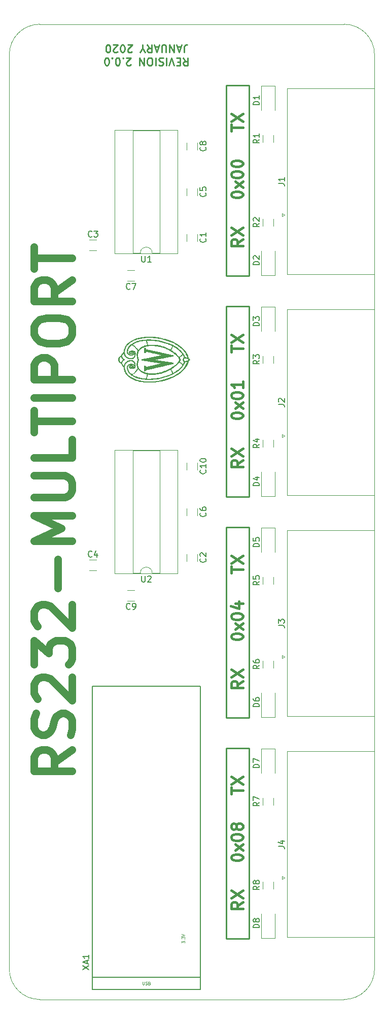
<source format=gbr>
G04 #@! TF.GenerationSoftware,KiCad,Pcbnew,5.1.5+dfsg1-2*
G04 #@! TF.CreationDate,2020-01-28T14:08:21-06:00*
G04 #@! TF.ProjectId,RS232-multiport,52533233-322d-46d7-956c-7469706f7274,2.0.0*
G04 #@! TF.SameCoordinates,Original*
G04 #@! TF.FileFunction,Legend,Top*
G04 #@! TF.FilePolarity,Positive*
%FSLAX46Y46*%
G04 Gerber Fmt 4.6, Leading zero omitted, Abs format (unit mm)*
G04 Created by KiCad (PCBNEW 5.1.5+dfsg1-2) date 2020-01-28 14:08:21*
%MOMM*%
%LPD*%
G04 APERTURE LIST*
%ADD10C,0.254000*%
%ADD11C,0.381000*%
%ADD12C,1.270000*%
%ADD13C,0.050000*%
%ADD14C,0.010000*%
%ADD15C,0.120000*%
%ADD16C,0.150000*%
%ADD17C,0.075000*%
G04 APERTURE END LIST*
D10*
X107315000Y-172720000D02*
X107315000Y-140970000D01*
X111125000Y-140970000D02*
X111125000Y-172720000D01*
D11*
X110081785Y-166642142D02*
X109174642Y-167277142D01*
X110081785Y-167730714D02*
X108176785Y-167730714D01*
X108176785Y-167005000D01*
X108267500Y-166823571D01*
X108358214Y-166732857D01*
X108539642Y-166642142D01*
X108811785Y-166642142D01*
X108993214Y-166732857D01*
X109083928Y-166823571D01*
X109174642Y-167005000D01*
X109174642Y-167730714D01*
X108176785Y-166007142D02*
X110081785Y-164737142D01*
X108176785Y-164737142D02*
X110081785Y-166007142D01*
X108176785Y-159294285D02*
X108176785Y-159112857D01*
X108267500Y-158931428D01*
X108358214Y-158840714D01*
X108539642Y-158750000D01*
X108902500Y-158659285D01*
X109356071Y-158659285D01*
X109718928Y-158750000D01*
X109900357Y-158840714D01*
X109991071Y-158931428D01*
X110081785Y-159112857D01*
X110081785Y-159294285D01*
X109991071Y-159475714D01*
X109900357Y-159566428D01*
X109718928Y-159657142D01*
X109356071Y-159747857D01*
X108902500Y-159747857D01*
X108539642Y-159657142D01*
X108358214Y-159566428D01*
X108267500Y-159475714D01*
X108176785Y-159294285D01*
X110081785Y-158024285D02*
X108811785Y-157026428D01*
X108811785Y-158024285D02*
X110081785Y-157026428D01*
X108176785Y-155937857D02*
X108176785Y-155756428D01*
X108267500Y-155575000D01*
X108358214Y-155484285D01*
X108539642Y-155393571D01*
X108902500Y-155302857D01*
X109356071Y-155302857D01*
X109718928Y-155393571D01*
X109900357Y-155484285D01*
X109991071Y-155575000D01*
X110081785Y-155756428D01*
X110081785Y-155937857D01*
X109991071Y-156119285D01*
X109900357Y-156210000D01*
X109718928Y-156300714D01*
X109356071Y-156391428D01*
X108902500Y-156391428D01*
X108539642Y-156300714D01*
X108358214Y-156210000D01*
X108267500Y-156119285D01*
X108176785Y-155937857D01*
X108993214Y-154214285D02*
X108902500Y-154395714D01*
X108811785Y-154486428D01*
X108630357Y-154577142D01*
X108539642Y-154577142D01*
X108358214Y-154486428D01*
X108267500Y-154395714D01*
X108176785Y-154214285D01*
X108176785Y-153851428D01*
X108267500Y-153670000D01*
X108358214Y-153579285D01*
X108539642Y-153488571D01*
X108630357Y-153488571D01*
X108811785Y-153579285D01*
X108902500Y-153670000D01*
X108993214Y-153851428D01*
X108993214Y-154214285D01*
X109083928Y-154395714D01*
X109174642Y-154486428D01*
X109356071Y-154577142D01*
X109718928Y-154577142D01*
X109900357Y-154486428D01*
X109991071Y-154395714D01*
X110081785Y-154214285D01*
X110081785Y-153851428D01*
X109991071Y-153670000D01*
X109900357Y-153579285D01*
X109718928Y-153488571D01*
X109356071Y-153488571D01*
X109174642Y-153579285D01*
X109083928Y-153670000D01*
X108993214Y-153851428D01*
X108176785Y-148590000D02*
X108176785Y-147501428D01*
X110081785Y-148045714D02*
X108176785Y-148045714D01*
X108176785Y-147047857D02*
X110081785Y-145777857D01*
X108176785Y-145777857D02*
X110081785Y-147047857D01*
D10*
X107315000Y-140970000D02*
X111125000Y-140970000D01*
X111125000Y-172720000D02*
X107315000Y-172720000D01*
X107315000Y-135890000D02*
X107315000Y-104140000D01*
X111125000Y-104140000D02*
X111125000Y-135890000D01*
D11*
X110081785Y-129812142D02*
X109174642Y-130447142D01*
X110081785Y-130900714D02*
X108176785Y-130900714D01*
X108176785Y-130175000D01*
X108267500Y-129993571D01*
X108358214Y-129902857D01*
X108539642Y-129812142D01*
X108811785Y-129812142D01*
X108993214Y-129902857D01*
X109083928Y-129993571D01*
X109174642Y-130175000D01*
X109174642Y-130900714D01*
X108176785Y-129177142D02*
X110081785Y-127907142D01*
X108176785Y-127907142D02*
X110081785Y-129177142D01*
X108176785Y-122464285D02*
X108176785Y-122282857D01*
X108267500Y-122101428D01*
X108358214Y-122010714D01*
X108539642Y-121920000D01*
X108902500Y-121829285D01*
X109356071Y-121829285D01*
X109718928Y-121920000D01*
X109900357Y-122010714D01*
X109991071Y-122101428D01*
X110081785Y-122282857D01*
X110081785Y-122464285D01*
X109991071Y-122645714D01*
X109900357Y-122736428D01*
X109718928Y-122827142D01*
X109356071Y-122917857D01*
X108902500Y-122917857D01*
X108539642Y-122827142D01*
X108358214Y-122736428D01*
X108267500Y-122645714D01*
X108176785Y-122464285D01*
X110081785Y-121194285D02*
X108811785Y-120196428D01*
X108811785Y-121194285D02*
X110081785Y-120196428D01*
X108176785Y-119107857D02*
X108176785Y-118926428D01*
X108267500Y-118745000D01*
X108358214Y-118654285D01*
X108539642Y-118563571D01*
X108902500Y-118472857D01*
X109356071Y-118472857D01*
X109718928Y-118563571D01*
X109900357Y-118654285D01*
X109991071Y-118745000D01*
X110081785Y-118926428D01*
X110081785Y-119107857D01*
X109991071Y-119289285D01*
X109900357Y-119380000D01*
X109718928Y-119470714D01*
X109356071Y-119561428D01*
X108902500Y-119561428D01*
X108539642Y-119470714D01*
X108358214Y-119380000D01*
X108267500Y-119289285D01*
X108176785Y-119107857D01*
X108811785Y-116840000D02*
X110081785Y-116840000D01*
X108086071Y-117293571D02*
X109446785Y-117747142D01*
X109446785Y-116567857D01*
X108176785Y-111760000D02*
X108176785Y-110671428D01*
X110081785Y-111215714D02*
X108176785Y-111215714D01*
X108176785Y-110217857D02*
X110081785Y-108947857D01*
X108176785Y-108947857D02*
X110081785Y-110217857D01*
D10*
X107315000Y-104140000D02*
X111125000Y-104140000D01*
X111125000Y-135890000D02*
X107315000Y-135890000D01*
X107315000Y-99060000D02*
X107315000Y-67310000D01*
X111125000Y-67310000D02*
X111125000Y-99060000D01*
D11*
X110081785Y-92982142D02*
X109174642Y-93617142D01*
X110081785Y-94070714D02*
X108176785Y-94070714D01*
X108176785Y-93345000D01*
X108267500Y-93163571D01*
X108358214Y-93072857D01*
X108539642Y-92982142D01*
X108811785Y-92982142D01*
X108993214Y-93072857D01*
X109083928Y-93163571D01*
X109174642Y-93345000D01*
X109174642Y-94070714D01*
X108176785Y-92347142D02*
X110081785Y-91077142D01*
X108176785Y-91077142D02*
X110081785Y-92347142D01*
X108176785Y-85634285D02*
X108176785Y-85452857D01*
X108267500Y-85271428D01*
X108358214Y-85180714D01*
X108539642Y-85090000D01*
X108902500Y-84999285D01*
X109356071Y-84999285D01*
X109718928Y-85090000D01*
X109900357Y-85180714D01*
X109991071Y-85271428D01*
X110081785Y-85452857D01*
X110081785Y-85634285D01*
X109991071Y-85815714D01*
X109900357Y-85906428D01*
X109718928Y-85997142D01*
X109356071Y-86087857D01*
X108902500Y-86087857D01*
X108539642Y-85997142D01*
X108358214Y-85906428D01*
X108267500Y-85815714D01*
X108176785Y-85634285D01*
X110081785Y-84364285D02*
X108811785Y-83366428D01*
X108811785Y-84364285D02*
X110081785Y-83366428D01*
X108176785Y-82277857D02*
X108176785Y-82096428D01*
X108267500Y-81915000D01*
X108358214Y-81824285D01*
X108539642Y-81733571D01*
X108902500Y-81642857D01*
X109356071Y-81642857D01*
X109718928Y-81733571D01*
X109900357Y-81824285D01*
X109991071Y-81915000D01*
X110081785Y-82096428D01*
X110081785Y-82277857D01*
X109991071Y-82459285D01*
X109900357Y-82550000D01*
X109718928Y-82640714D01*
X109356071Y-82731428D01*
X108902500Y-82731428D01*
X108539642Y-82640714D01*
X108358214Y-82550000D01*
X108267500Y-82459285D01*
X108176785Y-82277857D01*
X110081785Y-79828571D02*
X110081785Y-80917142D01*
X110081785Y-80372857D02*
X108176785Y-80372857D01*
X108448928Y-80554285D01*
X108630357Y-80735714D01*
X108721071Y-80917142D01*
X108176785Y-74930000D02*
X108176785Y-73841428D01*
X110081785Y-74385714D02*
X108176785Y-74385714D01*
X108176785Y-73387857D02*
X110081785Y-72117857D01*
X108176785Y-72117857D02*
X110081785Y-73387857D01*
D10*
X107315000Y-67310000D02*
X111125000Y-67310000D01*
X111125000Y-99060000D02*
X107315000Y-99060000D01*
X107315000Y-30480000D02*
X111125000Y-30480000D01*
X107315000Y-62230000D02*
X107315000Y-30480000D01*
X111125000Y-62230000D02*
X107315000Y-62230000D01*
X111125000Y-30480000D02*
X111125000Y-62230000D01*
D11*
X110081785Y-56152142D02*
X109174642Y-56787142D01*
X110081785Y-57240714D02*
X108176785Y-57240714D01*
X108176785Y-56515000D01*
X108267500Y-56333571D01*
X108358214Y-56242857D01*
X108539642Y-56152142D01*
X108811785Y-56152142D01*
X108993214Y-56242857D01*
X109083928Y-56333571D01*
X109174642Y-56515000D01*
X109174642Y-57240714D01*
X108176785Y-55517142D02*
X110081785Y-54247142D01*
X108176785Y-54247142D02*
X110081785Y-55517142D01*
X108176785Y-48804285D02*
X108176785Y-48622857D01*
X108267500Y-48441428D01*
X108358214Y-48350714D01*
X108539642Y-48260000D01*
X108902500Y-48169285D01*
X109356071Y-48169285D01*
X109718928Y-48260000D01*
X109900357Y-48350714D01*
X109991071Y-48441428D01*
X110081785Y-48622857D01*
X110081785Y-48804285D01*
X109991071Y-48985714D01*
X109900357Y-49076428D01*
X109718928Y-49167142D01*
X109356071Y-49257857D01*
X108902500Y-49257857D01*
X108539642Y-49167142D01*
X108358214Y-49076428D01*
X108267500Y-48985714D01*
X108176785Y-48804285D01*
X110081785Y-47534285D02*
X108811785Y-46536428D01*
X108811785Y-47534285D02*
X110081785Y-46536428D01*
X108176785Y-45447857D02*
X108176785Y-45266428D01*
X108267500Y-45085000D01*
X108358214Y-44994285D01*
X108539642Y-44903571D01*
X108902500Y-44812857D01*
X109356071Y-44812857D01*
X109718928Y-44903571D01*
X109900357Y-44994285D01*
X109991071Y-45085000D01*
X110081785Y-45266428D01*
X110081785Y-45447857D01*
X109991071Y-45629285D01*
X109900357Y-45720000D01*
X109718928Y-45810714D01*
X109356071Y-45901428D01*
X108902500Y-45901428D01*
X108539642Y-45810714D01*
X108358214Y-45720000D01*
X108267500Y-45629285D01*
X108176785Y-45447857D01*
X108176785Y-43633571D02*
X108176785Y-43452142D01*
X108267500Y-43270714D01*
X108358214Y-43180000D01*
X108539642Y-43089285D01*
X108902500Y-42998571D01*
X109356071Y-42998571D01*
X109718928Y-43089285D01*
X109900357Y-43180000D01*
X109991071Y-43270714D01*
X110081785Y-43452142D01*
X110081785Y-43633571D01*
X109991071Y-43815000D01*
X109900357Y-43905714D01*
X109718928Y-43996428D01*
X109356071Y-44087142D01*
X108902500Y-44087142D01*
X108539642Y-43996428D01*
X108358214Y-43905714D01*
X108267500Y-43815000D01*
X108176785Y-43633571D01*
X108176785Y-38100000D02*
X108176785Y-37011428D01*
X110081785Y-37555714D02*
X108176785Y-37555714D01*
X108176785Y-36557857D02*
X110081785Y-35287857D01*
X108176785Y-35287857D02*
X110081785Y-36557857D01*
D10*
X100148571Y-25904976D02*
X100571904Y-26509738D01*
X100874285Y-25904976D02*
X100874285Y-27174976D01*
X100390476Y-27174976D01*
X100269523Y-27114500D01*
X100209047Y-27054023D01*
X100148571Y-26933071D01*
X100148571Y-26751642D01*
X100209047Y-26630690D01*
X100269523Y-26570214D01*
X100390476Y-26509738D01*
X100874285Y-26509738D01*
X99604285Y-26570214D02*
X99180952Y-26570214D01*
X98999523Y-25904976D02*
X99604285Y-25904976D01*
X99604285Y-27174976D01*
X98999523Y-27174976D01*
X98636666Y-27174976D02*
X98213333Y-25904976D01*
X97790000Y-27174976D01*
X97366666Y-25904976D02*
X97366666Y-27174976D01*
X96822380Y-25965452D02*
X96640952Y-25904976D01*
X96338571Y-25904976D01*
X96217619Y-25965452D01*
X96157142Y-26025928D01*
X96096666Y-26146880D01*
X96096666Y-26267833D01*
X96157142Y-26388785D01*
X96217619Y-26449261D01*
X96338571Y-26509738D01*
X96580476Y-26570214D01*
X96701428Y-26630690D01*
X96761904Y-26691166D01*
X96822380Y-26812119D01*
X96822380Y-26933071D01*
X96761904Y-27054023D01*
X96701428Y-27114500D01*
X96580476Y-27174976D01*
X96278095Y-27174976D01*
X96096666Y-27114500D01*
X95552380Y-25904976D02*
X95552380Y-27174976D01*
X94705714Y-27174976D02*
X94463809Y-27174976D01*
X94342857Y-27114500D01*
X94221904Y-26993547D01*
X94161428Y-26751642D01*
X94161428Y-26328309D01*
X94221904Y-26086404D01*
X94342857Y-25965452D01*
X94463809Y-25904976D01*
X94705714Y-25904976D01*
X94826666Y-25965452D01*
X94947619Y-26086404D01*
X95008095Y-26328309D01*
X95008095Y-26751642D01*
X94947619Y-26993547D01*
X94826666Y-27114500D01*
X94705714Y-27174976D01*
X93617142Y-25904976D02*
X93617142Y-27174976D01*
X92891428Y-25904976D01*
X92891428Y-27174976D01*
X91379523Y-27054023D02*
X91319047Y-27114500D01*
X91198095Y-27174976D01*
X90895714Y-27174976D01*
X90774761Y-27114500D01*
X90714285Y-27054023D01*
X90653809Y-26933071D01*
X90653809Y-26812119D01*
X90714285Y-26630690D01*
X91440000Y-25904976D01*
X90653809Y-25904976D01*
X90109523Y-26025928D02*
X90049047Y-25965452D01*
X90109523Y-25904976D01*
X90170000Y-25965452D01*
X90109523Y-26025928D01*
X90109523Y-25904976D01*
X89262857Y-27174976D02*
X89141904Y-27174976D01*
X89020952Y-27114500D01*
X88960476Y-27054023D01*
X88900000Y-26933071D01*
X88839523Y-26691166D01*
X88839523Y-26388785D01*
X88900000Y-26146880D01*
X88960476Y-26025928D01*
X89020952Y-25965452D01*
X89141904Y-25904976D01*
X89262857Y-25904976D01*
X89383809Y-25965452D01*
X89444285Y-26025928D01*
X89504761Y-26146880D01*
X89565238Y-26388785D01*
X89565238Y-26691166D01*
X89504761Y-26933071D01*
X89444285Y-27054023D01*
X89383809Y-27114500D01*
X89262857Y-27174976D01*
X88295238Y-26025928D02*
X88234761Y-25965452D01*
X88295238Y-25904976D01*
X88355714Y-25965452D01*
X88295238Y-26025928D01*
X88295238Y-25904976D01*
X87448571Y-27174976D02*
X87327619Y-27174976D01*
X87206666Y-27114500D01*
X87146190Y-27054023D01*
X87085714Y-26933071D01*
X87025238Y-26691166D01*
X87025238Y-26388785D01*
X87085714Y-26146880D01*
X87146190Y-26025928D01*
X87206666Y-25965452D01*
X87327619Y-25904976D01*
X87448571Y-25904976D01*
X87569523Y-25965452D01*
X87630000Y-26025928D01*
X87690476Y-26146880D01*
X87750952Y-26388785D01*
X87750952Y-26691166D01*
X87690476Y-26933071D01*
X87630000Y-27054023D01*
X87569523Y-27114500D01*
X87448571Y-27174976D01*
X100299761Y-25015976D02*
X100299761Y-24108833D01*
X100360238Y-23927404D01*
X100481190Y-23806452D01*
X100662619Y-23745976D01*
X100783571Y-23745976D01*
X99755476Y-24108833D02*
X99150714Y-24108833D01*
X99876428Y-23745976D02*
X99453095Y-25015976D01*
X99029761Y-23745976D01*
X98606428Y-23745976D02*
X98606428Y-25015976D01*
X97880714Y-23745976D01*
X97880714Y-25015976D01*
X97275952Y-25015976D02*
X97275952Y-23987880D01*
X97215476Y-23866928D01*
X97155000Y-23806452D01*
X97034047Y-23745976D01*
X96792142Y-23745976D01*
X96671190Y-23806452D01*
X96610714Y-23866928D01*
X96550238Y-23987880D01*
X96550238Y-25015976D01*
X96005952Y-24108833D02*
X95401190Y-24108833D01*
X96126904Y-23745976D02*
X95703571Y-25015976D01*
X95280238Y-23745976D01*
X94131190Y-23745976D02*
X94554523Y-24350738D01*
X94856904Y-23745976D02*
X94856904Y-25015976D01*
X94373095Y-25015976D01*
X94252142Y-24955500D01*
X94191666Y-24895023D01*
X94131190Y-24774071D01*
X94131190Y-24592642D01*
X94191666Y-24471690D01*
X94252142Y-24411214D01*
X94373095Y-24350738D01*
X94856904Y-24350738D01*
X93345000Y-24350738D02*
X93345000Y-23745976D01*
X93768333Y-25015976D02*
X93345000Y-24350738D01*
X92921666Y-25015976D01*
X91591190Y-24895023D02*
X91530714Y-24955500D01*
X91409761Y-25015976D01*
X91107380Y-25015976D01*
X90986428Y-24955500D01*
X90925952Y-24895023D01*
X90865476Y-24774071D01*
X90865476Y-24653119D01*
X90925952Y-24471690D01*
X91651666Y-23745976D01*
X90865476Y-23745976D01*
X90079285Y-25015976D02*
X89958333Y-25015976D01*
X89837380Y-24955500D01*
X89776904Y-24895023D01*
X89716428Y-24774071D01*
X89655952Y-24532166D01*
X89655952Y-24229785D01*
X89716428Y-23987880D01*
X89776904Y-23866928D01*
X89837380Y-23806452D01*
X89958333Y-23745976D01*
X90079285Y-23745976D01*
X90200238Y-23806452D01*
X90260714Y-23866928D01*
X90321190Y-23987880D01*
X90381666Y-24229785D01*
X90381666Y-24532166D01*
X90321190Y-24774071D01*
X90260714Y-24895023D01*
X90200238Y-24955500D01*
X90079285Y-25015976D01*
X89172142Y-24895023D02*
X89111666Y-24955500D01*
X88990714Y-25015976D01*
X88688333Y-25015976D01*
X88567380Y-24955500D01*
X88506904Y-24895023D01*
X88446428Y-24774071D01*
X88446428Y-24653119D01*
X88506904Y-24471690D01*
X89232619Y-23745976D01*
X88446428Y-23745976D01*
X87660238Y-25015976D02*
X87539285Y-25015976D01*
X87418333Y-24955500D01*
X87357857Y-24895023D01*
X87297380Y-24774071D01*
X87236904Y-24532166D01*
X87236904Y-24229785D01*
X87297380Y-23987880D01*
X87357857Y-23866928D01*
X87418333Y-23806452D01*
X87539285Y-23745976D01*
X87660238Y-23745976D01*
X87781190Y-23806452D01*
X87841666Y-23866928D01*
X87902142Y-23987880D01*
X87962619Y-24229785D01*
X87962619Y-24532166D01*
X87902142Y-24774071D01*
X87841666Y-24895023D01*
X87781190Y-24955500D01*
X87660238Y-25015976D01*
D12*
X81612619Y-141211904D02*
X78588809Y-143328571D01*
X81612619Y-144840476D02*
X75262619Y-144840476D01*
X75262619Y-142421428D01*
X75565000Y-141816666D01*
X75867380Y-141514285D01*
X76472142Y-141211904D01*
X77379285Y-141211904D01*
X77984047Y-141514285D01*
X78286428Y-141816666D01*
X78588809Y-142421428D01*
X78588809Y-144840476D01*
X81310238Y-138792857D02*
X81612619Y-137885714D01*
X81612619Y-136373809D01*
X81310238Y-135769047D01*
X81007857Y-135466666D01*
X80403095Y-135164285D01*
X79798333Y-135164285D01*
X79193571Y-135466666D01*
X78891190Y-135769047D01*
X78588809Y-136373809D01*
X78286428Y-137583333D01*
X77984047Y-138188095D01*
X77681666Y-138490476D01*
X77076904Y-138792857D01*
X76472142Y-138792857D01*
X75867380Y-138490476D01*
X75565000Y-138188095D01*
X75262619Y-137583333D01*
X75262619Y-136071428D01*
X75565000Y-135164285D01*
X75867380Y-132745238D02*
X75565000Y-132442857D01*
X75262619Y-131838095D01*
X75262619Y-130326190D01*
X75565000Y-129721428D01*
X75867380Y-129419047D01*
X76472142Y-129116666D01*
X77076904Y-129116666D01*
X77984047Y-129419047D01*
X81612619Y-133047619D01*
X81612619Y-129116666D01*
X75262619Y-127000000D02*
X75262619Y-123069047D01*
X77681666Y-125185714D01*
X77681666Y-124278571D01*
X77984047Y-123673809D01*
X78286428Y-123371428D01*
X78891190Y-123069047D01*
X80403095Y-123069047D01*
X81007857Y-123371428D01*
X81310238Y-123673809D01*
X81612619Y-124278571D01*
X81612619Y-126092857D01*
X81310238Y-126697619D01*
X81007857Y-127000000D01*
X75867380Y-120650000D02*
X75565000Y-120347619D01*
X75262619Y-119742857D01*
X75262619Y-118230952D01*
X75565000Y-117626190D01*
X75867380Y-117323809D01*
X76472142Y-117021428D01*
X77076904Y-117021428D01*
X77984047Y-117323809D01*
X81612619Y-120952380D01*
X81612619Y-117021428D01*
X79193571Y-114300000D02*
X79193571Y-109461904D01*
X81612619Y-106438095D02*
X75262619Y-106438095D01*
X79798333Y-104321428D01*
X75262619Y-102204761D01*
X81612619Y-102204761D01*
X75262619Y-99180952D02*
X80403095Y-99180952D01*
X81007857Y-98878571D01*
X81310238Y-98576190D01*
X81612619Y-97971428D01*
X81612619Y-96761904D01*
X81310238Y-96157142D01*
X81007857Y-95854761D01*
X80403095Y-95552380D01*
X75262619Y-95552380D01*
X81612619Y-89504761D02*
X81612619Y-92528571D01*
X75262619Y-92528571D01*
X75262619Y-88295238D02*
X75262619Y-84666666D01*
X81612619Y-86480952D02*
X75262619Y-86480952D01*
X81612619Y-82550000D02*
X75262619Y-82550000D01*
X81612619Y-79526190D02*
X75262619Y-79526190D01*
X75262619Y-77107142D01*
X75565000Y-76502380D01*
X75867380Y-76200000D01*
X76472142Y-75897619D01*
X77379285Y-75897619D01*
X77984047Y-76200000D01*
X78286428Y-76502380D01*
X78588809Y-77107142D01*
X78588809Y-79526190D01*
X75262619Y-71966666D02*
X75262619Y-70757142D01*
X75565000Y-70152380D01*
X76169761Y-69547619D01*
X77379285Y-69245238D01*
X79495952Y-69245238D01*
X80705476Y-69547619D01*
X81310238Y-70152380D01*
X81612619Y-70757142D01*
X81612619Y-71966666D01*
X81310238Y-72571428D01*
X80705476Y-73176190D01*
X79495952Y-73478571D01*
X77379285Y-73478571D01*
X76169761Y-73176190D01*
X75565000Y-72571428D01*
X75262619Y-71966666D01*
X81612619Y-62895238D02*
X78588809Y-65011904D01*
X81612619Y-66523809D02*
X75262619Y-66523809D01*
X75262619Y-64104761D01*
X75565000Y-63500000D01*
X75867380Y-63197619D01*
X76472142Y-62895238D01*
X77379285Y-62895238D01*
X77984047Y-63197619D01*
X78286428Y-63500000D01*
X78588809Y-64104761D01*
X78588809Y-66523809D01*
X75262619Y-61080952D02*
X75262619Y-57452380D01*
X81612619Y-59266666D02*
X75262619Y-59266666D01*
D13*
X76200000Y-182880000D02*
X127000000Y-182880000D01*
X71120000Y-25400000D02*
X71120000Y-177800000D01*
X76200000Y-20320000D02*
X127000000Y-20320000D01*
X71120000Y-25400000D02*
G75*
G02X76200000Y-20320000I5080000J0D01*
G01*
X76200000Y-182880000D02*
G75*
G02X71120000Y-177800000I0J5080000D01*
G01*
X132080000Y-177800000D02*
G75*
G02X127000000Y-182880000I-5080000J0D01*
G01*
X132080000Y-177800000D02*
X132080000Y-25400000D01*
X127000000Y-20320000D02*
G75*
G02X132080000Y-25400000I0J-5080000D01*
G01*
D14*
G36*
X93197841Y-76209503D02*
G01*
X93198488Y-76192067D01*
X93199868Y-76181317D01*
X93202227Y-76175519D01*
X93205810Y-76172936D01*
X93206570Y-76172688D01*
X93212166Y-76171463D01*
X93227346Y-76168239D01*
X93251744Y-76163091D01*
X93284999Y-76156096D01*
X93326746Y-76147330D01*
X93376623Y-76136868D01*
X93434267Y-76124787D01*
X93499314Y-76111162D01*
X93571400Y-76096070D01*
X93650164Y-76079587D01*
X93735240Y-76061788D01*
X93826267Y-76042749D01*
X93922881Y-76022548D01*
X94024719Y-76001258D01*
X94131417Y-75978957D01*
X94242613Y-75955721D01*
X94357942Y-75931625D01*
X94477043Y-75906745D01*
X94599551Y-75881158D01*
X94725103Y-75854939D01*
X94853336Y-75828165D01*
X94909640Y-75816411D01*
X95038994Y-75789404D01*
X95165858Y-75762913D01*
X95289867Y-75737015D01*
X95410656Y-75711784D01*
X95527860Y-75687298D01*
X95641114Y-75663633D01*
X95750053Y-75640866D01*
X95854311Y-75619073D01*
X95953524Y-75598329D01*
X96047327Y-75578712D01*
X96135354Y-75560298D01*
X96217241Y-75543164D01*
X96292622Y-75527385D01*
X96361133Y-75513037D01*
X96422408Y-75500199D01*
X96476083Y-75488945D01*
X96521792Y-75479352D01*
X96559170Y-75471496D01*
X96587853Y-75465455D01*
X96607475Y-75461303D01*
X96617671Y-75459118D01*
X96619060Y-75458804D01*
X96627405Y-75456391D01*
X96628620Y-75454501D01*
X96621715Y-75452208D01*
X96608900Y-75449290D01*
X96601781Y-75447670D01*
X96585185Y-75443860D01*
X96559532Y-75437958D01*
X96525243Y-75430060D01*
X96482740Y-75420264D01*
X96432445Y-75408668D01*
X96374777Y-75395367D01*
X96310160Y-75380460D01*
X96239013Y-75364044D01*
X96161758Y-75346215D01*
X96078816Y-75327072D01*
X95990609Y-75306711D01*
X95897558Y-75285230D01*
X95800084Y-75262725D01*
X95698609Y-75239294D01*
X95593553Y-75215035D01*
X95485338Y-75190044D01*
X95374385Y-75164418D01*
X95293180Y-75145662D01*
X95157185Y-75114249D01*
X95030732Y-75085042D01*
X94913458Y-75057965D01*
X94805005Y-75032943D01*
X94705012Y-75009900D01*
X94613119Y-74988759D01*
X94528966Y-74969445D01*
X94452193Y-74951882D01*
X94382440Y-74935994D01*
X94319347Y-74921706D01*
X94262553Y-74908940D01*
X94211700Y-74897622D01*
X94166426Y-74887676D01*
X94126371Y-74879026D01*
X94091177Y-74871595D01*
X94060482Y-74865308D01*
X94033926Y-74860089D01*
X94011150Y-74855863D01*
X93991793Y-74852552D01*
X93975495Y-74850082D01*
X93961897Y-74848377D01*
X93950638Y-74847360D01*
X93941357Y-74846957D01*
X93933697Y-74847090D01*
X93927295Y-74847684D01*
X93921792Y-74848663D01*
X93916828Y-74849951D01*
X93912042Y-74851473D01*
X93907076Y-74853153D01*
X93906340Y-74853398D01*
X93875657Y-74868359D01*
X93852180Y-74890445D01*
X93835972Y-74919551D01*
X93827098Y-74955576D01*
X93825288Y-74983340D01*
X93825678Y-75006102D01*
X93826919Y-75027978D01*
X93828751Y-75044529D01*
X93828930Y-75045570D01*
X93832800Y-75067160D01*
X93578680Y-75067160D01*
X93578680Y-74305160D01*
X93706950Y-74305160D01*
X93835220Y-74305159D01*
X93835220Y-74357230D01*
X93835485Y-74381906D01*
X93836633Y-74399402D01*
X93839190Y-74412688D01*
X93843683Y-74424737D01*
X93849115Y-74435655D01*
X93870058Y-74464978D01*
X93898573Y-74487639D01*
X93907409Y-74492555D01*
X93913070Y-74494026D01*
X93928337Y-74497616D01*
X93952894Y-74503255D01*
X93986426Y-74510874D01*
X94028618Y-74520401D01*
X94079154Y-74531767D01*
X94137719Y-74544901D01*
X94203997Y-74559733D01*
X94277673Y-74576193D01*
X94358432Y-74594212D01*
X94445958Y-74613718D01*
X94539936Y-74634641D01*
X94640050Y-74656912D01*
X94745985Y-74680460D01*
X94857426Y-74705215D01*
X94974056Y-74731107D01*
X95095562Y-74758065D01*
X95221626Y-74786020D01*
X95351935Y-74814901D01*
X95486172Y-74844638D01*
X95624022Y-74875162D01*
X95765170Y-74906401D01*
X95909300Y-74938285D01*
X96056096Y-74970745D01*
X96147689Y-74990991D01*
X96295968Y-75023763D01*
X96441776Y-75055989D01*
X96584797Y-75087600D01*
X96724715Y-75118526D01*
X96861215Y-75148697D01*
X96993982Y-75178044D01*
X97122700Y-75206496D01*
X97247055Y-75233984D01*
X97366729Y-75260439D01*
X97481409Y-75285790D01*
X97590779Y-75309968D01*
X97694522Y-75332903D01*
X97792325Y-75354525D01*
X97883871Y-75374765D01*
X97968845Y-75393553D01*
X98046931Y-75410819D01*
X98117815Y-75426493D01*
X98181180Y-75440506D01*
X98236712Y-75452788D01*
X98284094Y-75463270D01*
X98323012Y-75471880D01*
X98353150Y-75478551D01*
X98374193Y-75483211D01*
X98385825Y-75485792D01*
X98388170Y-75486316D01*
X98392781Y-75487796D01*
X98395949Y-75490808D01*
X98397944Y-75497022D01*
X98399036Y-75508107D01*
X98399498Y-75525735D01*
X98399599Y-75551575D01*
X98399600Y-75556782D01*
X98399600Y-75624570D01*
X98357690Y-75632774D01*
X98349376Y-75634395D01*
X98331482Y-75637877D01*
X98304402Y-75643145D01*
X98268527Y-75650121D01*
X98224253Y-75658731D01*
X98171971Y-75668896D01*
X98112075Y-75680541D01*
X98044958Y-75693589D01*
X97971014Y-75707964D01*
X97890636Y-75723589D01*
X97804217Y-75740388D01*
X97712150Y-75758284D01*
X97614828Y-75777201D01*
X97512646Y-75797063D01*
X97405995Y-75817793D01*
X97295269Y-75839315D01*
X97180862Y-75861552D01*
X97063167Y-75884427D01*
X96942577Y-75907865D01*
X96819485Y-75931789D01*
X96771596Y-75941097D01*
X96648128Y-75965097D01*
X96527246Y-75988605D01*
X96409330Y-76011544D01*
X96294759Y-76033841D01*
X96183914Y-76055421D01*
X96077174Y-76076211D01*
X95974920Y-76096137D01*
X95877532Y-76115123D01*
X95785389Y-76133096D01*
X95698872Y-76149982D01*
X95618360Y-76165706D01*
X95544234Y-76180195D01*
X95476873Y-76193373D01*
X95416658Y-76205168D01*
X95363968Y-76215504D01*
X95319183Y-76224307D01*
X95282684Y-76231504D01*
X95254851Y-76237020D01*
X95236062Y-76240780D01*
X95226700Y-76242712D01*
X95225663Y-76242963D01*
X95225053Y-76243105D01*
X95223875Y-76243145D01*
X95222475Y-76243134D01*
X95221199Y-76243127D01*
X95220393Y-76243178D01*
X95220403Y-76243338D01*
X95221574Y-76243663D01*
X95224253Y-76244205D01*
X95228785Y-76245018D01*
X95235515Y-76246155D01*
X95244791Y-76247669D01*
X95256957Y-76249614D01*
X95272359Y-76252044D01*
X95291344Y-76255011D01*
X95314257Y-76258569D01*
X95341444Y-76262771D01*
X95373250Y-76267671D01*
X95410022Y-76273322D01*
X95452105Y-76279778D01*
X95499846Y-76287092D01*
X95553589Y-76295317D01*
X95613681Y-76304507D01*
X95680468Y-76314716D01*
X95754295Y-76325995D01*
X95835509Y-76338400D01*
X95924454Y-76351982D01*
X96021478Y-76366797D01*
X96126925Y-76382896D01*
X96241141Y-76400334D01*
X96364473Y-76419164D01*
X96497267Y-76439439D01*
X96593660Y-76454157D01*
X96711816Y-76472199D01*
X96828998Y-76490093D01*
X96944688Y-76507760D01*
X97058368Y-76525121D01*
X97169522Y-76542098D01*
X97277632Y-76558610D01*
X97382182Y-76574579D01*
X97482654Y-76589927D01*
X97578531Y-76604573D01*
X97669296Y-76618440D01*
X97754432Y-76631447D01*
X97833421Y-76643517D01*
X97905748Y-76654570D01*
X97970893Y-76664526D01*
X98028342Y-76673308D01*
X98077575Y-76680836D01*
X98118077Y-76687031D01*
X98149330Y-76691814D01*
X98162110Y-76693771D01*
X98399600Y-76730159D01*
X98399600Y-76880329D01*
X98380550Y-76885389D01*
X98374372Y-76886869D01*
X98358617Y-76890579D01*
X98333601Y-76896446D01*
X98299642Y-76904394D01*
X98257057Y-76914350D01*
X98206164Y-76926239D01*
X98147280Y-76939989D01*
X98080723Y-76955525D01*
X98006810Y-76972772D01*
X97925858Y-76991657D01*
X97838185Y-77012106D01*
X97744109Y-77034045D01*
X97643946Y-77057399D01*
X97538014Y-77082096D01*
X97426631Y-77108060D01*
X97310113Y-77135218D01*
X97188779Y-77163495D01*
X97062946Y-77192818D01*
X96932931Y-77223113D01*
X96799052Y-77254306D01*
X96661625Y-77286322D01*
X96520969Y-77319088D01*
X96377401Y-77352529D01*
X96231238Y-77386573D01*
X96156780Y-77403914D01*
X96009367Y-77438248D01*
X95864363Y-77472027D01*
X95722086Y-77505177D01*
X95582855Y-77537623D01*
X95446988Y-77569290D01*
X95314805Y-77600104D01*
X95186623Y-77629992D01*
X95062761Y-77658877D01*
X94943539Y-77686687D01*
X94829274Y-77713346D01*
X94720286Y-77738781D01*
X94616893Y-77762916D01*
X94519413Y-77785678D01*
X94428166Y-77806991D01*
X94343470Y-77826783D01*
X94265643Y-77844977D01*
X94195005Y-77861500D01*
X94131874Y-77876278D01*
X94076569Y-77889235D01*
X94029408Y-77900299D01*
X93990710Y-77909393D01*
X93960794Y-77916444D01*
X93939978Y-77921378D01*
X93928582Y-77924119D01*
X93926523Y-77924642D01*
X93895939Y-77938473D01*
X93869348Y-77960843D01*
X93847669Y-77990610D01*
X93831820Y-78026630D01*
X93825566Y-78050396D01*
X93819094Y-78082140D01*
X93578680Y-78084864D01*
X93578680Y-77236320D01*
X93822409Y-77236320D01*
X93819216Y-77281306D01*
X93817911Y-77303962D01*
X93818153Y-77319970D01*
X93820395Y-77332780D01*
X93825093Y-77345847D01*
X93828817Y-77354240D01*
X93845867Y-77381510D01*
X93869243Y-77402031D01*
X93899508Y-77416088D01*
X93937222Y-77423967D01*
X93969840Y-77425983D01*
X93974798Y-77425939D01*
X93980574Y-77425625D01*
X93987532Y-77424957D01*
X93996038Y-77423853D01*
X94006458Y-77422232D01*
X94019157Y-77420009D01*
X94034500Y-77417104D01*
X94052853Y-77413434D01*
X94074582Y-77408915D01*
X94100052Y-77403466D01*
X94129629Y-77397005D01*
X94163678Y-77389448D01*
X94202564Y-77380714D01*
X94246654Y-77370720D01*
X94296313Y-77359383D01*
X94351906Y-77346621D01*
X94413799Y-77332352D01*
X94482358Y-77316493D01*
X94557947Y-77298962D01*
X94640933Y-77279677D01*
X94731681Y-77258554D01*
X94830556Y-77235511D01*
X94937925Y-77210467D01*
X95054152Y-77183338D01*
X95179604Y-77154042D01*
X95290640Y-77128105D01*
X95402496Y-77101968D01*
X95511806Y-77076413D01*
X95618153Y-77051539D01*
X95721122Y-77027444D01*
X95820296Y-77004224D01*
X95915258Y-76981978D01*
X96005594Y-76960804D01*
X96090886Y-76940800D01*
X96170718Y-76922062D01*
X96244675Y-76904689D01*
X96312341Y-76888778D01*
X96373298Y-76874428D01*
X96427131Y-76861736D01*
X96473425Y-76850799D01*
X96511762Y-76841716D01*
X96541726Y-76834585D01*
X96562902Y-76829502D01*
X96574873Y-76826566D01*
X96577527Y-76825852D01*
X96573356Y-76824760D01*
X96559430Y-76822168D01*
X96536033Y-76818122D01*
X96503453Y-76812668D01*
X96461976Y-76805850D01*
X96411888Y-76797713D01*
X96353474Y-76788304D01*
X96287022Y-76777667D01*
X96212816Y-76765847D01*
X96131144Y-76752891D01*
X96042292Y-76738843D01*
X95946545Y-76723748D01*
X95844190Y-76707652D01*
X95735512Y-76690600D01*
X95620799Y-76672637D01*
X95500336Y-76653809D01*
X95374409Y-76634161D01*
X95243304Y-76613739D01*
X95107308Y-76592586D01*
X94966706Y-76570750D01*
X94921447Y-76563727D01*
X94792444Y-76543714D01*
X94665882Y-76524077D01*
X94542138Y-76504874D01*
X94421590Y-76486165D01*
X94304615Y-76468008D01*
X94191593Y-76450462D01*
X94082899Y-76433585D01*
X93978912Y-76417436D01*
X93880009Y-76402075D01*
X93786569Y-76387558D01*
X93698968Y-76373946D01*
X93617585Y-76361297D01*
X93542797Y-76349670D01*
X93474982Y-76339122D01*
X93414518Y-76329714D01*
X93361781Y-76321503D01*
X93317150Y-76314549D01*
X93281003Y-76308910D01*
X93253717Y-76304644D01*
X93235670Y-76301811D01*
X93227240Y-76300469D01*
X93226890Y-76300410D01*
X93197680Y-76295435D01*
X93197680Y-76235360D01*
X93197841Y-76209503D01*
G37*
X93197841Y-76209503D02*
X93198488Y-76192067D01*
X93199868Y-76181317D01*
X93202227Y-76175519D01*
X93205810Y-76172936D01*
X93206570Y-76172688D01*
X93212166Y-76171463D01*
X93227346Y-76168239D01*
X93251744Y-76163091D01*
X93284999Y-76156096D01*
X93326746Y-76147330D01*
X93376623Y-76136868D01*
X93434267Y-76124787D01*
X93499314Y-76111162D01*
X93571400Y-76096070D01*
X93650164Y-76079587D01*
X93735240Y-76061788D01*
X93826267Y-76042749D01*
X93922881Y-76022548D01*
X94024719Y-76001258D01*
X94131417Y-75978957D01*
X94242613Y-75955721D01*
X94357942Y-75931625D01*
X94477043Y-75906745D01*
X94599551Y-75881158D01*
X94725103Y-75854939D01*
X94853336Y-75828165D01*
X94909640Y-75816411D01*
X95038994Y-75789404D01*
X95165858Y-75762913D01*
X95289867Y-75737015D01*
X95410656Y-75711784D01*
X95527860Y-75687298D01*
X95641114Y-75663633D01*
X95750053Y-75640866D01*
X95854311Y-75619073D01*
X95953524Y-75598329D01*
X96047327Y-75578712D01*
X96135354Y-75560298D01*
X96217241Y-75543164D01*
X96292622Y-75527385D01*
X96361133Y-75513037D01*
X96422408Y-75500199D01*
X96476083Y-75488945D01*
X96521792Y-75479352D01*
X96559170Y-75471496D01*
X96587853Y-75465455D01*
X96607475Y-75461303D01*
X96617671Y-75459118D01*
X96619060Y-75458804D01*
X96627405Y-75456391D01*
X96628620Y-75454501D01*
X96621715Y-75452208D01*
X96608900Y-75449290D01*
X96601781Y-75447670D01*
X96585185Y-75443860D01*
X96559532Y-75437958D01*
X96525243Y-75430060D01*
X96482740Y-75420264D01*
X96432445Y-75408668D01*
X96374777Y-75395367D01*
X96310160Y-75380460D01*
X96239013Y-75364044D01*
X96161758Y-75346215D01*
X96078816Y-75327072D01*
X95990609Y-75306711D01*
X95897558Y-75285230D01*
X95800084Y-75262725D01*
X95698609Y-75239294D01*
X95593553Y-75215035D01*
X95485338Y-75190044D01*
X95374385Y-75164418D01*
X95293180Y-75145662D01*
X95157185Y-75114249D01*
X95030732Y-75085042D01*
X94913458Y-75057965D01*
X94805005Y-75032943D01*
X94705012Y-75009900D01*
X94613119Y-74988759D01*
X94528966Y-74969445D01*
X94452193Y-74951882D01*
X94382440Y-74935994D01*
X94319347Y-74921706D01*
X94262553Y-74908940D01*
X94211700Y-74897622D01*
X94166426Y-74887676D01*
X94126371Y-74879026D01*
X94091177Y-74871595D01*
X94060482Y-74865308D01*
X94033926Y-74860089D01*
X94011150Y-74855863D01*
X93991793Y-74852552D01*
X93975495Y-74850082D01*
X93961897Y-74848377D01*
X93950638Y-74847360D01*
X93941357Y-74846957D01*
X93933697Y-74847090D01*
X93927295Y-74847684D01*
X93921792Y-74848663D01*
X93916828Y-74849951D01*
X93912042Y-74851473D01*
X93907076Y-74853153D01*
X93906340Y-74853398D01*
X93875657Y-74868359D01*
X93852180Y-74890445D01*
X93835972Y-74919551D01*
X93827098Y-74955576D01*
X93825288Y-74983340D01*
X93825678Y-75006102D01*
X93826919Y-75027978D01*
X93828751Y-75044529D01*
X93828930Y-75045570D01*
X93832800Y-75067160D01*
X93578680Y-75067160D01*
X93578680Y-74305160D01*
X93706950Y-74305160D01*
X93835220Y-74305159D01*
X93835220Y-74357230D01*
X93835485Y-74381906D01*
X93836633Y-74399402D01*
X93839190Y-74412688D01*
X93843683Y-74424737D01*
X93849115Y-74435655D01*
X93870058Y-74464978D01*
X93898573Y-74487639D01*
X93907409Y-74492555D01*
X93913070Y-74494026D01*
X93928337Y-74497616D01*
X93952894Y-74503255D01*
X93986426Y-74510874D01*
X94028618Y-74520401D01*
X94079154Y-74531767D01*
X94137719Y-74544901D01*
X94203997Y-74559733D01*
X94277673Y-74576193D01*
X94358432Y-74594212D01*
X94445958Y-74613718D01*
X94539936Y-74634641D01*
X94640050Y-74656912D01*
X94745985Y-74680460D01*
X94857426Y-74705215D01*
X94974056Y-74731107D01*
X95095562Y-74758065D01*
X95221626Y-74786020D01*
X95351935Y-74814901D01*
X95486172Y-74844638D01*
X95624022Y-74875162D01*
X95765170Y-74906401D01*
X95909300Y-74938285D01*
X96056096Y-74970745D01*
X96147689Y-74990991D01*
X96295968Y-75023763D01*
X96441776Y-75055989D01*
X96584797Y-75087600D01*
X96724715Y-75118526D01*
X96861215Y-75148697D01*
X96993982Y-75178044D01*
X97122700Y-75206496D01*
X97247055Y-75233984D01*
X97366729Y-75260439D01*
X97481409Y-75285790D01*
X97590779Y-75309968D01*
X97694522Y-75332903D01*
X97792325Y-75354525D01*
X97883871Y-75374765D01*
X97968845Y-75393553D01*
X98046931Y-75410819D01*
X98117815Y-75426493D01*
X98181180Y-75440506D01*
X98236712Y-75452788D01*
X98284094Y-75463270D01*
X98323012Y-75471880D01*
X98353150Y-75478551D01*
X98374193Y-75483211D01*
X98385825Y-75485792D01*
X98388170Y-75486316D01*
X98392781Y-75487796D01*
X98395949Y-75490808D01*
X98397944Y-75497022D01*
X98399036Y-75508107D01*
X98399498Y-75525735D01*
X98399599Y-75551575D01*
X98399600Y-75556782D01*
X98399600Y-75624570D01*
X98357690Y-75632774D01*
X98349376Y-75634395D01*
X98331482Y-75637877D01*
X98304402Y-75643145D01*
X98268527Y-75650121D01*
X98224253Y-75658731D01*
X98171971Y-75668896D01*
X98112075Y-75680541D01*
X98044958Y-75693589D01*
X97971014Y-75707964D01*
X97890636Y-75723589D01*
X97804217Y-75740388D01*
X97712150Y-75758284D01*
X97614828Y-75777201D01*
X97512646Y-75797063D01*
X97405995Y-75817793D01*
X97295269Y-75839315D01*
X97180862Y-75861552D01*
X97063167Y-75884427D01*
X96942577Y-75907865D01*
X96819485Y-75931789D01*
X96771596Y-75941097D01*
X96648128Y-75965097D01*
X96527246Y-75988605D01*
X96409330Y-76011544D01*
X96294759Y-76033841D01*
X96183914Y-76055421D01*
X96077174Y-76076211D01*
X95974920Y-76096137D01*
X95877532Y-76115123D01*
X95785389Y-76133096D01*
X95698872Y-76149982D01*
X95618360Y-76165706D01*
X95544234Y-76180195D01*
X95476873Y-76193373D01*
X95416658Y-76205168D01*
X95363968Y-76215504D01*
X95319183Y-76224307D01*
X95282684Y-76231504D01*
X95254851Y-76237020D01*
X95236062Y-76240780D01*
X95226700Y-76242712D01*
X95225663Y-76242963D01*
X95225053Y-76243105D01*
X95223875Y-76243145D01*
X95222475Y-76243134D01*
X95221199Y-76243127D01*
X95220393Y-76243178D01*
X95220403Y-76243338D01*
X95221574Y-76243663D01*
X95224253Y-76244205D01*
X95228785Y-76245018D01*
X95235515Y-76246155D01*
X95244791Y-76247669D01*
X95256957Y-76249614D01*
X95272359Y-76252044D01*
X95291344Y-76255011D01*
X95314257Y-76258569D01*
X95341444Y-76262771D01*
X95373250Y-76267671D01*
X95410022Y-76273322D01*
X95452105Y-76279778D01*
X95499846Y-76287092D01*
X95553589Y-76295317D01*
X95613681Y-76304507D01*
X95680468Y-76314716D01*
X95754295Y-76325995D01*
X95835509Y-76338400D01*
X95924454Y-76351982D01*
X96021478Y-76366797D01*
X96126925Y-76382896D01*
X96241141Y-76400334D01*
X96364473Y-76419164D01*
X96497267Y-76439439D01*
X96593660Y-76454157D01*
X96711816Y-76472199D01*
X96828998Y-76490093D01*
X96944688Y-76507760D01*
X97058368Y-76525121D01*
X97169522Y-76542098D01*
X97277632Y-76558610D01*
X97382182Y-76574579D01*
X97482654Y-76589927D01*
X97578531Y-76604573D01*
X97669296Y-76618440D01*
X97754432Y-76631447D01*
X97833421Y-76643517D01*
X97905748Y-76654570D01*
X97970893Y-76664526D01*
X98028342Y-76673308D01*
X98077575Y-76680836D01*
X98118077Y-76687031D01*
X98149330Y-76691814D01*
X98162110Y-76693771D01*
X98399600Y-76730159D01*
X98399600Y-76880329D01*
X98380550Y-76885389D01*
X98374372Y-76886869D01*
X98358617Y-76890579D01*
X98333601Y-76896446D01*
X98299642Y-76904394D01*
X98257057Y-76914350D01*
X98206164Y-76926239D01*
X98147280Y-76939989D01*
X98080723Y-76955525D01*
X98006810Y-76972772D01*
X97925858Y-76991657D01*
X97838185Y-77012106D01*
X97744109Y-77034045D01*
X97643946Y-77057399D01*
X97538014Y-77082096D01*
X97426631Y-77108060D01*
X97310113Y-77135218D01*
X97188779Y-77163495D01*
X97062946Y-77192818D01*
X96932931Y-77223113D01*
X96799052Y-77254306D01*
X96661625Y-77286322D01*
X96520969Y-77319088D01*
X96377401Y-77352529D01*
X96231238Y-77386573D01*
X96156780Y-77403914D01*
X96009367Y-77438248D01*
X95864363Y-77472027D01*
X95722086Y-77505177D01*
X95582855Y-77537623D01*
X95446988Y-77569290D01*
X95314805Y-77600104D01*
X95186623Y-77629992D01*
X95062761Y-77658877D01*
X94943539Y-77686687D01*
X94829274Y-77713346D01*
X94720286Y-77738781D01*
X94616893Y-77762916D01*
X94519413Y-77785678D01*
X94428166Y-77806991D01*
X94343470Y-77826783D01*
X94265643Y-77844977D01*
X94195005Y-77861500D01*
X94131874Y-77876278D01*
X94076569Y-77889235D01*
X94029408Y-77900299D01*
X93990710Y-77909393D01*
X93960794Y-77916444D01*
X93939978Y-77921378D01*
X93928582Y-77924119D01*
X93926523Y-77924642D01*
X93895939Y-77938473D01*
X93869348Y-77960843D01*
X93847669Y-77990610D01*
X93831820Y-78026630D01*
X93825566Y-78050396D01*
X93819094Y-78082140D01*
X93578680Y-78084864D01*
X93578680Y-77236320D01*
X93822409Y-77236320D01*
X93819216Y-77281306D01*
X93817911Y-77303962D01*
X93818153Y-77319970D01*
X93820395Y-77332780D01*
X93825093Y-77345847D01*
X93828817Y-77354240D01*
X93845867Y-77381510D01*
X93869243Y-77402031D01*
X93899508Y-77416088D01*
X93937222Y-77423967D01*
X93969840Y-77425983D01*
X93974798Y-77425939D01*
X93980574Y-77425625D01*
X93987532Y-77424957D01*
X93996038Y-77423853D01*
X94006458Y-77422232D01*
X94019157Y-77420009D01*
X94034500Y-77417104D01*
X94052853Y-77413434D01*
X94074582Y-77408915D01*
X94100052Y-77403466D01*
X94129629Y-77397005D01*
X94163678Y-77389448D01*
X94202564Y-77380714D01*
X94246654Y-77370720D01*
X94296313Y-77359383D01*
X94351906Y-77346621D01*
X94413799Y-77332352D01*
X94482358Y-77316493D01*
X94557947Y-77298962D01*
X94640933Y-77279677D01*
X94731681Y-77258554D01*
X94830556Y-77235511D01*
X94937925Y-77210467D01*
X95054152Y-77183338D01*
X95179604Y-77154042D01*
X95290640Y-77128105D01*
X95402496Y-77101968D01*
X95511806Y-77076413D01*
X95618153Y-77051539D01*
X95721122Y-77027444D01*
X95820296Y-77004224D01*
X95915258Y-76981978D01*
X96005594Y-76960804D01*
X96090886Y-76940800D01*
X96170718Y-76922062D01*
X96244675Y-76904689D01*
X96312341Y-76888778D01*
X96373298Y-76874428D01*
X96427131Y-76861736D01*
X96473425Y-76850799D01*
X96511762Y-76841716D01*
X96541726Y-76834585D01*
X96562902Y-76829502D01*
X96574873Y-76826566D01*
X96577527Y-76825852D01*
X96573356Y-76824760D01*
X96559430Y-76822168D01*
X96536033Y-76818122D01*
X96503453Y-76812668D01*
X96461976Y-76805850D01*
X96411888Y-76797713D01*
X96353474Y-76788304D01*
X96287022Y-76777667D01*
X96212816Y-76765847D01*
X96131144Y-76752891D01*
X96042292Y-76738843D01*
X95946545Y-76723748D01*
X95844190Y-76707652D01*
X95735512Y-76690600D01*
X95620799Y-76672637D01*
X95500336Y-76653809D01*
X95374409Y-76634161D01*
X95243304Y-76613739D01*
X95107308Y-76592586D01*
X94966706Y-76570750D01*
X94921447Y-76563727D01*
X94792444Y-76543714D01*
X94665882Y-76524077D01*
X94542138Y-76504874D01*
X94421590Y-76486165D01*
X94304615Y-76468008D01*
X94191593Y-76450462D01*
X94082899Y-76433585D01*
X93978912Y-76417436D01*
X93880009Y-76402075D01*
X93786569Y-76387558D01*
X93698968Y-76373946D01*
X93617585Y-76361297D01*
X93542797Y-76349670D01*
X93474982Y-76339122D01*
X93414518Y-76329714D01*
X93361781Y-76321503D01*
X93317150Y-76314549D01*
X93281003Y-76308910D01*
X93253717Y-76304644D01*
X93235670Y-76301811D01*
X93227240Y-76300469D01*
X93226890Y-76300410D01*
X93197680Y-76295435D01*
X93197680Y-76235360D01*
X93197841Y-76209503D01*
G36*
X89303991Y-76172986D02*
G01*
X89306052Y-76127625D01*
X89309780Y-76086206D01*
X89315150Y-76051517D01*
X89315759Y-76048605D01*
X89337497Y-75969365D01*
X89367438Y-75895991D01*
X89405785Y-75828170D01*
X89452739Y-75765586D01*
X89508504Y-75707923D01*
X89564889Y-75661105D01*
X89596620Y-75639038D01*
X89633879Y-75616066D01*
X89673914Y-75593668D01*
X89713972Y-75573318D01*
X89751301Y-75556494D01*
X89780197Y-75545617D01*
X89796109Y-75540160D01*
X89807714Y-75535704D01*
X89811967Y-75533566D01*
X89814133Y-75527618D01*
X89817240Y-75514699D01*
X89819959Y-75501058D01*
X89829382Y-75460809D01*
X89843437Y-75415476D01*
X89860992Y-75368341D01*
X89880915Y-75322686D01*
X89882931Y-75318459D01*
X89922295Y-75245866D01*
X89967714Y-75178648D01*
X90018300Y-75117809D01*
X90073169Y-75064356D01*
X90131433Y-75019296D01*
X90165007Y-74998222D01*
X90204605Y-74975382D01*
X90207746Y-74920941D01*
X90215775Y-74814471D01*
X90227326Y-74715509D01*
X90242803Y-74621895D01*
X90262607Y-74531469D01*
X90287143Y-74442069D01*
X90310639Y-74369281D01*
X90360876Y-74238474D01*
X90420499Y-74111223D01*
X90489334Y-73987644D01*
X90567209Y-73867848D01*
X90653949Y-73751951D01*
X90749381Y-73640067D01*
X90853332Y-73532309D01*
X90965630Y-73428791D01*
X91086099Y-73329628D01*
X91214568Y-73234933D01*
X91350862Y-73144820D01*
X91494809Y-73059404D01*
X91646235Y-72978799D01*
X91804967Y-72903117D01*
X91970831Y-72832474D01*
X92143654Y-72766983D01*
X92323263Y-72706759D01*
X92509485Y-72651915D01*
X92702146Y-72602565D01*
X92901072Y-72558823D01*
X93106092Y-72520804D01*
X93126560Y-72517381D01*
X93233878Y-72500388D01*
X93340232Y-72485182D01*
X93447300Y-72471585D01*
X93556754Y-72459419D01*
X93670272Y-72448505D01*
X93789528Y-72438666D01*
X93916198Y-72429724D01*
X94000320Y-72424485D01*
X94032053Y-72422986D01*
X94072725Y-72421680D01*
X94121114Y-72420569D01*
X94176000Y-72419650D01*
X94236164Y-72418926D01*
X94300384Y-72418394D01*
X94367440Y-72418057D01*
X94436112Y-72417913D01*
X94505179Y-72417962D01*
X94573422Y-72418205D01*
X94639620Y-72418642D01*
X94702553Y-72419272D01*
X94760999Y-72420096D01*
X94813740Y-72421113D01*
X94859555Y-72422324D01*
X94897223Y-72423729D01*
X94912180Y-72424479D01*
X95140254Y-72439294D01*
X95360657Y-72457866D01*
X95575248Y-72480426D01*
X95785882Y-72507203D01*
X95994418Y-72538425D01*
X96202712Y-72574323D01*
X96344740Y-72601438D01*
X96602528Y-72656080D01*
X96855889Y-72716867D01*
X97104551Y-72783657D01*
X97348243Y-72856310D01*
X97586694Y-72934684D01*
X97819632Y-73018637D01*
X98046785Y-73108029D01*
X98267883Y-73202716D01*
X98482653Y-73302559D01*
X98690825Y-73407415D01*
X98892126Y-73517144D01*
X99086286Y-73631603D01*
X99273033Y-73750651D01*
X99452096Y-73874147D01*
X99623202Y-74001949D01*
X99786082Y-74133916D01*
X99940462Y-74269906D01*
X100086073Y-74409778D01*
X100222641Y-74553390D01*
X100332593Y-74679711D01*
X100441660Y-74816986D01*
X100543264Y-74958201D01*
X100637063Y-75102706D01*
X100722714Y-75249851D01*
X100799876Y-75398986D01*
X100868204Y-75549460D01*
X100927358Y-75700623D01*
X100976995Y-75851826D01*
X101006312Y-75959009D01*
X101022251Y-76022656D01*
X101045083Y-76038365D01*
X101068346Y-76055409D01*
X101093671Y-76075680D01*
X101119020Y-76097376D01*
X101142358Y-76118692D01*
X101161647Y-76137825D01*
X101174850Y-76152972D01*
X101175479Y-76153817D01*
X101189595Y-76176065D01*
X101195820Y-76194722D01*
X101194570Y-76212043D01*
X101188815Y-76225819D01*
X101179444Y-76239009D01*
X101163706Y-76256697D01*
X101143330Y-76277247D01*
X101120045Y-76299018D01*
X101095582Y-76320372D01*
X101071669Y-76339670D01*
X101057911Y-76349860D01*
X101040384Y-76362635D01*
X101029308Y-76372254D01*
X101022702Y-76381229D01*
X101018586Y-76392076D01*
X101015887Y-76403200D01*
X101009853Y-76427923D01*
X101001219Y-76460084D01*
X100990636Y-76497497D01*
X100978759Y-76537976D01*
X100966241Y-76579334D01*
X100953736Y-76619386D01*
X100941897Y-76655945D01*
X100931377Y-76686826D01*
X100929629Y-76691738D01*
X100864883Y-76857169D01*
X100790418Y-77019721D01*
X100706275Y-77179341D01*
X100612493Y-77335977D01*
X100509114Y-77489578D01*
X100396177Y-77640090D01*
X100273722Y-77787463D01*
X100141790Y-77931643D01*
X100000420Y-78072578D01*
X99849654Y-78210217D01*
X99689531Y-78344506D01*
X99606100Y-78410281D01*
X99437017Y-78535605D01*
X99258870Y-78657423D01*
X99072241Y-78775411D01*
X98877715Y-78889246D01*
X98675873Y-78998603D01*
X98467302Y-79103160D01*
X98252583Y-79202593D01*
X98032300Y-79296577D01*
X97944940Y-79331711D01*
X97678042Y-79432075D01*
X97405710Y-79524365D01*
X97128589Y-79608491D01*
X96847325Y-79684368D01*
X96562562Y-79751907D01*
X96274947Y-79811022D01*
X95985126Y-79861624D01*
X95693744Y-79903627D01*
X95401446Y-79936942D01*
X95108879Y-79961483D01*
X94816688Y-79977162D01*
X94544462Y-79983453D01*
X94544462Y-79873713D01*
X94709384Y-79871178D01*
X94871364Y-79866007D01*
X95027853Y-79858207D01*
X95082360Y-79854756D01*
X95389241Y-79829382D01*
X95693647Y-79794658D01*
X95995270Y-79750652D01*
X96293805Y-79697433D01*
X96588945Y-79635070D01*
X96880384Y-79563633D01*
X97167816Y-79483189D01*
X97450935Y-79393808D01*
X97729434Y-79295558D01*
X97951931Y-79209316D01*
X98107947Y-79144043D01*
X98265661Y-79073614D01*
X98422941Y-78999086D01*
X98577656Y-78921512D01*
X98727674Y-78841949D01*
X98870864Y-78761451D01*
X98946182Y-78717015D01*
X99133112Y-78600193D01*
X99311375Y-78479583D01*
X99480884Y-78355281D01*
X99641555Y-78227384D01*
X99793304Y-78095989D01*
X99936046Y-77961193D01*
X100069697Y-77823093D01*
X100194171Y-77681786D01*
X100309386Y-77537368D01*
X100415255Y-77389937D01*
X100511695Y-77239589D01*
X100598620Y-77086422D01*
X100675947Y-76930533D01*
X100743591Y-76772017D01*
X100801467Y-76610973D01*
X100812023Y-76577957D01*
X100820486Y-76550619D01*
X100827788Y-76526448D01*
X100833411Y-76507203D01*
X100836839Y-76494643D01*
X100837656Y-76490762D01*
X100835383Y-76487612D01*
X100826908Y-76489503D01*
X100818950Y-76492791D01*
X100793084Y-76503253D01*
X100760389Y-76514991D01*
X100723943Y-76527029D01*
X100686824Y-76538394D01*
X100652111Y-76548111D01*
X100622883Y-76555205D01*
X100619560Y-76555902D01*
X100591076Y-76560734D01*
X100556556Y-76565067D01*
X100520119Y-76568436D01*
X100493042Y-76570097D01*
X100425868Y-76573110D01*
X100425868Y-76463095D01*
X100470783Y-76462837D01*
X100474780Y-76462663D01*
X100561631Y-76453573D01*
X100648713Y-76434536D01*
X100735497Y-76405736D01*
X100821460Y-76367358D01*
X100906074Y-76319587D01*
X100934601Y-76301133D01*
X100971751Y-76275674D01*
X101000462Y-76254266D01*
X101021208Y-76236083D01*
X101034465Y-76220301D01*
X101040707Y-76206093D01*
X101040408Y-76192635D01*
X101034043Y-76179101D01*
X101022087Y-76164666D01*
X101016369Y-76158960D01*
X100996242Y-76141647D01*
X100969034Y-76121252D01*
X100936807Y-76099116D01*
X100901627Y-76076580D01*
X100865558Y-76054986D01*
X100830663Y-76035676D01*
X100812235Y-76026277D01*
X100743853Y-75996003D01*
X100672860Y-75970709D01*
X100603495Y-75951892D01*
X100598877Y-75950871D01*
X100557133Y-75943752D01*
X100510440Y-75939118D01*
X100461358Y-75936966D01*
X100412448Y-75937293D01*
X100366270Y-75940096D01*
X100325385Y-75945372D01*
X100298745Y-75951221D01*
X100277399Y-75961879D01*
X100256104Y-75981244D01*
X100235838Y-76007905D01*
X100217578Y-76040451D01*
X100202301Y-76077473D01*
X100195055Y-76100940D01*
X100191112Y-76119843D01*
X100187526Y-76144741D01*
X100184852Y-76171473D01*
X100184075Y-76183347D01*
X100184554Y-76228475D01*
X100190308Y-76272822D01*
X100200741Y-76315061D01*
X100215259Y-76353865D01*
X100233267Y-76387906D01*
X100254170Y-76415859D01*
X100277373Y-76436395D01*
X100302282Y-76448188D01*
X100302869Y-76448346D01*
X100338474Y-76455563D01*
X100380620Y-76460575D01*
X100425868Y-76463095D01*
X100425868Y-76573110D01*
X100419864Y-76573380D01*
X100385256Y-76659409D01*
X100321754Y-76804078D01*
X100248378Y-76947061D01*
X100165310Y-77088112D01*
X100072733Y-77226984D01*
X100065097Y-77237208D01*
X100065097Y-77038788D01*
X100068565Y-77037274D01*
X100076102Y-77027269D01*
X100087446Y-77009560D01*
X100101829Y-76985514D01*
X100118483Y-76956498D01*
X100136639Y-76923880D01*
X100155529Y-76889026D01*
X100174384Y-76853305D01*
X100192437Y-76818082D01*
X100197958Y-76807060D01*
X100211918Y-76778468D01*
X100226819Y-76746992D01*
X100242026Y-76714077D01*
X100256903Y-76681168D01*
X100270815Y-76649708D01*
X100283124Y-76621141D01*
X100293195Y-76596913D01*
X100300392Y-76578466D01*
X100304079Y-76567245D01*
X100304422Y-76565299D01*
X100300025Y-76562628D01*
X100288521Y-76558943D01*
X100277930Y-76556315D01*
X100237272Y-76542084D01*
X100200049Y-76518707D01*
X100166653Y-76486732D01*
X100137474Y-76446706D01*
X100112904Y-76399176D01*
X100093332Y-76344689D01*
X100079151Y-76283793D01*
X100077850Y-76276200D01*
X100072661Y-76222519D01*
X100073953Y-76166671D01*
X100081256Y-76110478D01*
X100094100Y-76055763D01*
X100112013Y-76004348D01*
X100134526Y-75958056D01*
X100161169Y-75918710D01*
X100173828Y-75904328D01*
X100199554Y-75881689D01*
X100229093Y-75862353D01*
X100259244Y-75848152D01*
X100283893Y-75841333D01*
X100296718Y-75838836D01*
X100303984Y-75836554D01*
X100304600Y-75835956D01*
X100302515Y-75827742D01*
X100296667Y-75811757D01*
X100287666Y-75789401D01*
X100276122Y-75762076D01*
X100262645Y-75731182D01*
X100247845Y-75698119D01*
X100232332Y-75664287D01*
X100216715Y-75631087D01*
X100203173Y-75603100D01*
X100187288Y-75571453D01*
X100169719Y-75537586D01*
X100151227Y-75502860D01*
X100132571Y-75468631D01*
X100114513Y-75436259D01*
X100097812Y-75407101D01*
X100083230Y-75382517D01*
X100071527Y-75363863D01*
X100063462Y-75352500D01*
X100061895Y-75350744D01*
X100057148Y-75352541D01*
X100048037Y-75360770D01*
X100036345Y-75373769D01*
X100033641Y-75377058D01*
X99981521Y-75437591D01*
X99922794Y-75499046D01*
X99859641Y-75559431D01*
X99794242Y-75616755D01*
X99728777Y-75669024D01*
X99665428Y-75714248D01*
X99661980Y-75716537D01*
X99643465Y-75728189D01*
X99619860Y-75742182D01*
X99593036Y-75757497D01*
X99564863Y-75773118D01*
X99537213Y-75788027D01*
X99511958Y-75801205D01*
X99490969Y-75811635D01*
X99476117Y-75818299D01*
X99472386Y-75819659D01*
X99471949Y-75824595D01*
X99477877Y-75837168D01*
X99490208Y-75857450D01*
X99503542Y-75877558D01*
X99524350Y-75909378D01*
X99546019Y-75944609D01*
X99567886Y-75981974D01*
X99589286Y-76020194D01*
X99609556Y-76057992D01*
X99628033Y-76094090D01*
X99644052Y-76127209D01*
X99656951Y-76156072D01*
X99666065Y-76179400D01*
X99670730Y-76195917D01*
X99671204Y-76200433D01*
X99668736Y-76211994D01*
X99661681Y-76230962D01*
X99650715Y-76256052D01*
X99636513Y-76285981D01*
X99619752Y-76319463D01*
X99601107Y-76355216D01*
X99581254Y-76391954D01*
X99560867Y-76428393D01*
X99540624Y-76463250D01*
X99521200Y-76495240D01*
X99503270Y-76523078D01*
X99495398Y-76534581D01*
X99472725Y-76566902D01*
X99540342Y-76601099D01*
X99619312Y-76645267D01*
X99699398Y-76698171D01*
X99779233Y-76758692D01*
X99857453Y-76825713D01*
X99932694Y-76898117D01*
X100003592Y-76974785D01*
X100020146Y-76994094D01*
X100038053Y-77014928D01*
X100050802Y-77028687D01*
X100059460Y-77036322D01*
X100065097Y-77038788D01*
X100065097Y-77237208D01*
X99970830Y-77363430D01*
X99859783Y-77497204D01*
X99739776Y-77628059D01*
X99610992Y-77755749D01*
X99491800Y-77864205D01*
X99337190Y-77993445D01*
X99173430Y-78118665D01*
X99000752Y-78239738D01*
X98819391Y-78356538D01*
X98629579Y-78468939D01*
X98431551Y-78576815D01*
X98376300Y-78604498D01*
X98376300Y-78477705D01*
X98383153Y-78475074D01*
X98397587Y-78468099D01*
X98418351Y-78457458D01*
X98444195Y-78443830D01*
X98473870Y-78427895D01*
X98506124Y-78410330D01*
X98539707Y-78391817D01*
X98573370Y-78373032D01*
X98605860Y-78354655D01*
X98635930Y-78337366D01*
X98651509Y-78328256D01*
X98814428Y-78229009D01*
X98968012Y-78128635D01*
X99113076Y-78026523D01*
X99250430Y-77922065D01*
X99380887Y-77814650D01*
X99505261Y-77703668D01*
X99585113Y-77627480D01*
X99690949Y-77520014D01*
X99787749Y-77413764D01*
X99876390Y-77307720D01*
X99957749Y-77200867D01*
X99973793Y-77178509D01*
X99991508Y-77153283D01*
X100003824Y-77134894D01*
X100011441Y-77122052D01*
X100015061Y-77113471D01*
X100015386Y-77107862D01*
X100013904Y-77104849D01*
X100008226Y-77097771D01*
X99997636Y-77084793D01*
X99983705Y-77067836D01*
X99969727Y-77050900D01*
X99953743Y-77032404D01*
X99932426Y-77008934D01*
X99907739Y-76982588D01*
X99881646Y-76955462D01*
X99857905Y-76931441D01*
X99784090Y-76861425D01*
X99711871Y-76800271D01*
X99640037Y-76747080D01*
X99567376Y-76700948D01*
X99497309Y-76663252D01*
X99429158Y-76629579D01*
X99418569Y-76644333D01*
X99411867Y-76653243D01*
X99400150Y-76668390D01*
X99384744Y-76688073D01*
X99366979Y-76710593D01*
X99354640Y-76726143D01*
X99265045Y-76832771D01*
X99165703Y-76939748D01*
X99057006Y-77046753D01*
X98939343Y-77153463D01*
X98813106Y-77259556D01*
X98678686Y-77364709D01*
X98536473Y-77468599D01*
X98386858Y-77570906D01*
X98230233Y-77671304D01*
X98148140Y-77721454D01*
X98120689Y-77737996D01*
X98096183Y-77752841D01*
X98075966Y-77765170D01*
X98061379Y-77774164D01*
X98053765Y-77779002D01*
X98053044Y-77779519D01*
X98054363Y-77784564D01*
X98060970Y-77795461D01*
X98071628Y-77810277D01*
X98077714Y-77818080D01*
X98133366Y-77894625D01*
X98185183Y-77979890D01*
X98232775Y-78073037D01*
X98275752Y-78173228D01*
X98313724Y-78279624D01*
X98346300Y-78391388D01*
X98348432Y-78399640D01*
X98356725Y-78431014D01*
X98363316Y-78453472D01*
X98368573Y-78468046D01*
X98372865Y-78475768D01*
X98376300Y-78477705D01*
X98376300Y-78604498D01*
X98225539Y-78680038D01*
X98011778Y-78778483D01*
X97790500Y-78872022D01*
X97561940Y-78960531D01*
X97326330Y-79043881D01*
X97291887Y-79055434D01*
X97009570Y-79144344D01*
X96724332Y-79223916D01*
X96435918Y-79294196D01*
X96144075Y-79355235D01*
X95848550Y-79407079D01*
X95549091Y-79449777D01*
X95245443Y-79483377D01*
X94937354Y-79507927D01*
X94904560Y-79509993D01*
X94857279Y-79512472D01*
X94801448Y-79514683D01*
X94738673Y-79516610D01*
X94670562Y-79518239D01*
X94598721Y-79519552D01*
X94524756Y-79520536D01*
X94450275Y-79521174D01*
X94408027Y-79521332D01*
X94408027Y-79409194D01*
X94461941Y-79409048D01*
X94513486Y-79408726D01*
X94561522Y-79408221D01*
X94604911Y-79407527D01*
X94642514Y-79406638D01*
X94663260Y-79405955D01*
X94963146Y-79390077D01*
X95260769Y-79365274D01*
X95555784Y-79331629D01*
X95847845Y-79289222D01*
X96136607Y-79238137D01*
X96421725Y-79178456D01*
X96702853Y-79110260D01*
X96979646Y-79033633D01*
X97251759Y-78948655D01*
X97518846Y-78855409D01*
X97780562Y-78753978D01*
X98036562Y-78644444D01*
X98217990Y-78560204D01*
X98249367Y-78544827D01*
X98272212Y-78532861D01*
X98287367Y-78523807D01*
X98295676Y-78517163D01*
X98298000Y-78512748D01*
X98296791Y-78504731D01*
X98293473Y-78488935D01*
X98288508Y-78467415D01*
X98282358Y-78442221D01*
X98280154Y-78433477D01*
X98249723Y-78325946D01*
X98214525Y-78223644D01*
X98174949Y-78127412D01*
X98131390Y-78038094D01*
X98084237Y-77956532D01*
X98033885Y-77883571D01*
X98010922Y-77854537D01*
X97982364Y-77819973D01*
X97943332Y-77841502D01*
X97890111Y-77870717D01*
X97841632Y-77896992D01*
X97795552Y-77921552D01*
X97749530Y-77945623D01*
X97701222Y-77970431D01*
X97648287Y-77997201D01*
X97591880Y-78025418D01*
X97494946Y-78073160D01*
X97405014Y-78116217D01*
X97320460Y-78155274D01*
X97239661Y-78191016D01*
X97160992Y-78224127D01*
X97082831Y-78255294D01*
X97003554Y-78285200D01*
X96921536Y-78314530D01*
X96842580Y-78341488D01*
X96609193Y-78414857D01*
X96376055Y-78478555D01*
X96142148Y-78532781D01*
X95906454Y-78577738D01*
X95667955Y-78613628D01*
X95425631Y-78640650D01*
X95262700Y-78653754D01*
X95197650Y-78657533D01*
X95125893Y-78660512D01*
X95049218Y-78662690D01*
X94969416Y-78664066D01*
X94962520Y-78664114D01*
X94962520Y-78523122D01*
X95115933Y-78519237D01*
X95271080Y-78511313D01*
X95426444Y-78499349D01*
X95437960Y-78498299D01*
X95642471Y-78475639D01*
X95848128Y-78445413D01*
X96053734Y-78407933D01*
X96258091Y-78363508D01*
X96460001Y-78312449D01*
X96658268Y-78255066D01*
X96851694Y-78191670D01*
X97039081Y-78122572D01*
X97219233Y-78048082D01*
X97281638Y-78020209D01*
X97472834Y-77930118D01*
X97659349Y-77836355D01*
X97840410Y-77739376D01*
X98015245Y-77639636D01*
X98183082Y-77537593D01*
X98343150Y-77433700D01*
X98494677Y-77328414D01*
X98636891Y-77222191D01*
X98648520Y-77213138D01*
X98748966Y-77131864D01*
X98847123Y-77046924D01*
X98941653Y-76959613D01*
X99031222Y-76871224D01*
X99114491Y-76783053D01*
X99190127Y-76696394D01*
X99221560Y-76657931D01*
X99247068Y-76624792D01*
X99275545Y-76585743D01*
X99305486Y-76543017D01*
X99335383Y-76498845D01*
X99363732Y-76455459D01*
X99389027Y-76415093D01*
X99409762Y-76379977D01*
X99413173Y-76373882D01*
X99426482Y-76349094D01*
X99440539Y-76321651D01*
X99454563Y-76293221D01*
X99467774Y-76265474D01*
X99479391Y-76240080D01*
X99488635Y-76218709D01*
X99494724Y-76203030D01*
X99496880Y-76194777D01*
X99494696Y-76188072D01*
X99488593Y-76173765D01*
X99479244Y-76153317D01*
X99467321Y-76128188D01*
X99453497Y-76099839D01*
X99448933Y-76090630D01*
X99424876Y-76044214D01*
X99424876Y-75758037D01*
X99430428Y-75755915D01*
X99443371Y-75750083D01*
X99461995Y-75741337D01*
X99484586Y-75730476D01*
X99494340Y-75725722D01*
X99580364Y-75678638D01*
X99665947Y-75621757D01*
X99751214Y-75554981D01*
X99836292Y-75478214D01*
X99898990Y-75415140D01*
X99913913Y-75399135D01*
X99931209Y-75380056D01*
X99949623Y-75359348D01*
X99967903Y-75338461D01*
X99984796Y-75318839D01*
X99999049Y-75301932D01*
X100009409Y-75289185D01*
X100014622Y-75282047D01*
X100015000Y-75281166D01*
X100012293Y-75276435D01*
X100005063Y-75265530D01*
X99994702Y-75250534D01*
X99991232Y-75245606D01*
X99887271Y-75106987D01*
X99773744Y-74971568D01*
X99650753Y-74839435D01*
X99518404Y-74710674D01*
X99376800Y-74585371D01*
X99226045Y-74463612D01*
X99066244Y-74345483D01*
X98897500Y-74231068D01*
X98719917Y-74120455D01*
X98533599Y-74013729D01*
X98434066Y-73960201D01*
X98364392Y-73923527D01*
X98361183Y-73937814D01*
X98336449Y-74034940D01*
X98306365Y-74130832D01*
X98271554Y-74224099D01*
X98232639Y-74313346D01*
X98190243Y-74397180D01*
X98144990Y-74474208D01*
X98097501Y-74543036D01*
X98081090Y-74564156D01*
X98066750Y-74582755D01*
X98055628Y-74598595D01*
X98048826Y-74610003D01*
X98047445Y-74615302D01*
X98047451Y-74615308D01*
X98052844Y-74618988D01*
X98065665Y-74627080D01*
X98084619Y-74638789D01*
X98108411Y-74653316D01*
X98135746Y-74669866D01*
X98150680Y-74678855D01*
X98249050Y-74739425D01*
X98350208Y-74804479D01*
X98451657Y-74872319D01*
X98550900Y-74941249D01*
X98645441Y-75009571D01*
X98723515Y-75068419D01*
X98835753Y-75157847D01*
X98943723Y-75249684D01*
X99046495Y-75343029D01*
X99143141Y-75436985D01*
X99232733Y-75530651D01*
X99314342Y-75623128D01*
X99379682Y-75703930D01*
X99395263Y-75723802D01*
X99408729Y-75740391D01*
X99418841Y-75752215D01*
X99424362Y-75757792D01*
X99424876Y-75758037D01*
X99424876Y-76044214D01*
X99412989Y-76021278D01*
X99376263Y-75956611D01*
X99337245Y-75894300D01*
X99294420Y-75832012D01*
X99246277Y-75767415D01*
X99206855Y-75717400D01*
X99114166Y-75608481D01*
X99011560Y-75499930D01*
X98899280Y-75391922D01*
X98777566Y-75284636D01*
X98646662Y-75178246D01*
X98506808Y-75072930D01*
X98358247Y-74968864D01*
X98201219Y-74866225D01*
X98035968Y-74765189D01*
X97974941Y-74730223D01*
X97974941Y-74575714D01*
X97991856Y-74556007D01*
X98052342Y-74478228D01*
X98107853Y-74391647D01*
X98158351Y-74296341D01*
X98203799Y-74192389D01*
X98244157Y-74079868D01*
X98274931Y-73975697D01*
X98281476Y-73950565D01*
X98286942Y-73928105D01*
X98290799Y-73910593D01*
X98292520Y-73900310D01*
X98292558Y-73899656D01*
X98291761Y-73895212D01*
X98288342Y-73890518D01*
X98281172Y-73884887D01*
X98269125Y-73877627D01*
X98251072Y-73868052D01*
X98225886Y-73855471D01*
X98198126Y-73841948D01*
X98065865Y-73780049D01*
X97925227Y-73718295D01*
X97777978Y-73657400D01*
X97625882Y-73598075D01*
X97470708Y-73541035D01*
X97343389Y-73496799D01*
X97055269Y-73404616D01*
X96762822Y-73321526D01*
X96466364Y-73247588D01*
X96166213Y-73182861D01*
X95862688Y-73127401D01*
X95556106Y-73081268D01*
X95246786Y-73044519D01*
X94935045Y-73017213D01*
X94627700Y-72999679D01*
X94601007Y-72998755D01*
X94567543Y-72997914D01*
X94528373Y-72997161D01*
X94484560Y-72996499D01*
X94437168Y-72995931D01*
X94387259Y-72995460D01*
X94335899Y-72995089D01*
X94284149Y-72994824D01*
X94233074Y-72994665D01*
X94183738Y-72994618D01*
X94137204Y-72994685D01*
X94094535Y-72994869D01*
X94056796Y-72995175D01*
X94025050Y-72995606D01*
X94000360Y-72996164D01*
X93983789Y-72996854D01*
X93976640Y-72997604D01*
X93971732Y-72999338D01*
X93969566Y-73002459D01*
X93970506Y-73008807D01*
X93974914Y-73020220D01*
X93983156Y-73038537D01*
X93985910Y-73044525D01*
X94044043Y-73182887D01*
X94092761Y-73324879D01*
X94131901Y-73469937D01*
X94161303Y-73617496D01*
X94173042Y-73697773D01*
X94176603Y-73725143D01*
X94179784Y-73748668D01*
X94182343Y-73766641D01*
X94184039Y-73777353D01*
X94184566Y-73779612D01*
X94189739Y-73779300D01*
X94203125Y-73777830D01*
X94222869Y-73775423D01*
X94247119Y-73772298D01*
X94255283Y-73771216D01*
X94409804Y-73753792D01*
X94571702Y-73741671D01*
X94739689Y-73734851D01*
X94912477Y-73733328D01*
X95088779Y-73737098D01*
X95267308Y-73746159D01*
X95446776Y-73760507D01*
X95580200Y-73774616D01*
X95791830Y-73803165D01*
X96003478Y-73839196D01*
X96213989Y-73882397D01*
X96422211Y-73932456D01*
X96626989Y-73989064D01*
X96827169Y-74051909D01*
X97021598Y-74120679D01*
X97209121Y-74195065D01*
X97322640Y-74244419D01*
X97357786Y-74260587D01*
X97400191Y-74280650D01*
X97448341Y-74303850D01*
X97500721Y-74329429D01*
X97555815Y-74356628D01*
X97612110Y-74384691D01*
X97668089Y-74412858D01*
X97722240Y-74440371D01*
X97773045Y-74466473D01*
X97818992Y-74490405D01*
X97858565Y-74511408D01*
X97886280Y-74526516D01*
X97974941Y-74575714D01*
X97974941Y-74730223D01*
X97862735Y-74665933D01*
X97681761Y-74568634D01*
X97523300Y-74488227D01*
X97436835Y-74445871D01*
X97357538Y-74407887D01*
X97283774Y-74373578D01*
X97213907Y-74342245D01*
X97146301Y-74313190D01*
X97079321Y-74285713D01*
X97011331Y-74259116D01*
X96940695Y-74232700D01*
X96865779Y-74205768D01*
X96844154Y-74198158D01*
X96662896Y-74138356D01*
X96477101Y-74084236D01*
X96287705Y-74035906D01*
X96095642Y-73993471D01*
X95901849Y-73957036D01*
X95707259Y-73926707D01*
X95512810Y-73902590D01*
X95319434Y-73884789D01*
X95128069Y-73873412D01*
X94939649Y-73868562D01*
X94755109Y-73870346D01*
X94575385Y-73878870D01*
X94401411Y-73894239D01*
X94283597Y-73909119D01*
X94120290Y-73935982D01*
X93963552Y-73968887D01*
X93813577Y-74007731D01*
X93670558Y-74052415D01*
X93534689Y-74102836D01*
X93406162Y-74158894D01*
X93285170Y-74220488D01*
X93171908Y-74287516D01*
X93066567Y-74359877D01*
X92969341Y-74437471D01*
X92880423Y-74520194D01*
X92800006Y-74607948D01*
X92728284Y-74700630D01*
X92703454Y-74736960D01*
X92663585Y-74803632D01*
X92628943Y-74875129D01*
X92599229Y-74952344D01*
X92574148Y-75036173D01*
X92562217Y-75088700D01*
X92562217Y-74667342D01*
X92566918Y-74665590D01*
X92575659Y-74657236D01*
X92586666Y-74644010D01*
X92588232Y-74641942D01*
X92665515Y-74546679D01*
X92751826Y-74454996D01*
X92846547Y-74367273D01*
X92949061Y-74283892D01*
X93058752Y-74205236D01*
X93175002Y-74131685D01*
X93297194Y-74063623D01*
X93424713Y-74001430D01*
X93556939Y-73945489D01*
X93693258Y-73896181D01*
X93833052Y-73853888D01*
X93882465Y-73840870D01*
X93908066Y-73834575D01*
X93937591Y-73827628D01*
X93969310Y-73820402D01*
X94001493Y-73813270D01*
X94032408Y-73806605D01*
X94060325Y-73800780D01*
X94083513Y-73796169D01*
X94100243Y-73793145D01*
X94108716Y-73792080D01*
X94108996Y-73787348D01*
X94107973Y-73774314D01*
X94105869Y-73754718D01*
X94102905Y-73730305D01*
X94099301Y-73702816D01*
X94095280Y-73673993D01*
X94091062Y-73645579D01*
X94086869Y-73619316D01*
X94086451Y-73616820D01*
X94074901Y-73556345D01*
X94059845Y-73490002D01*
X94042126Y-73421108D01*
X94022590Y-73352976D01*
X94005579Y-73299320D01*
X93992233Y-73260870D01*
X93976837Y-73219222D01*
X93960222Y-73176411D01*
X93943219Y-73134472D01*
X93926658Y-73095440D01*
X93911370Y-73061349D01*
X93898185Y-73034236D01*
X93894641Y-73027540D01*
X93880825Y-73002140D01*
X93837702Y-73003705D01*
X93818496Y-73004606D01*
X93791725Y-73006145D01*
X93759951Y-73008160D01*
X93725739Y-73010488D01*
X93695520Y-73012678D01*
X93487667Y-73031766D01*
X93284959Y-73057514D01*
X93087702Y-73089826D01*
X92896204Y-73128611D01*
X92710771Y-73173774D01*
X92531712Y-73225222D01*
X92359333Y-73282862D01*
X92193941Y-73346600D01*
X92035845Y-73416343D01*
X91885350Y-73491997D01*
X91742765Y-73573470D01*
X91644470Y-73636150D01*
X91622589Y-73650930D01*
X91604083Y-73663749D01*
X91590431Y-73673558D01*
X91583116Y-73679304D01*
X91582286Y-73680285D01*
X91586611Y-73683370D01*
X91598179Y-73689526D01*
X91614952Y-73697698D01*
X91625517Y-73702607D01*
X91689549Y-73735251D01*
X91757291Y-73776124D01*
X91827721Y-73824463D01*
X91899818Y-73879504D01*
X91972561Y-73940486D01*
X92044928Y-74006645D01*
X92085252Y-74046013D01*
X92190748Y-74157573D01*
X92291436Y-74276612D01*
X92387836Y-74403795D01*
X92480472Y-74539785D01*
X92509310Y-74585117D01*
X92525188Y-74610363D01*
X92539360Y-74632668D01*
X92550894Y-74650582D01*
X92558855Y-74662651D01*
X92562217Y-74667342D01*
X92562217Y-75088700D01*
X92553402Y-75127510D01*
X92536694Y-75227249D01*
X92533915Y-75247500D01*
X92530044Y-75284947D01*
X92527209Y-75329583D01*
X92525412Y-75379065D01*
X92524654Y-75431051D01*
X92524938Y-75483196D01*
X92526264Y-75533159D01*
X92528636Y-75578595D01*
X92532053Y-75617161D01*
X92533632Y-75629560D01*
X92542800Y-75688002D01*
X92554317Y-75749841D01*
X92568554Y-75816888D01*
X92585881Y-75890954D01*
X92593174Y-75920600D01*
X92608102Y-75981465D01*
X92620359Y-76033716D01*
X92630105Y-76078498D01*
X92637498Y-76116958D01*
X92642696Y-76150239D01*
X92645859Y-76179488D01*
X92647145Y-76205848D01*
X92646712Y-76230465D01*
X92644720Y-76254484D01*
X92642128Y-76273918D01*
X92638873Y-76292038D01*
X92633476Y-76318231D01*
X92626335Y-76350732D01*
X92617849Y-76387777D01*
X92608416Y-76427602D01*
X92598434Y-76468442D01*
X92595976Y-76478295D01*
X92577241Y-76555046D01*
X92561631Y-76623600D01*
X92548950Y-76685362D01*
X92539003Y-76741739D01*
X92531593Y-76794134D01*
X92526524Y-76843953D01*
X92523601Y-76892602D01*
X92522627Y-76941485D01*
X92523408Y-76992007D01*
X92523585Y-76997509D01*
X92530190Y-77102826D01*
X92542660Y-77205151D01*
X92560720Y-77302971D01*
X92584092Y-77394775D01*
X92611099Y-77475394D01*
X92646932Y-77556512D01*
X92692397Y-77637413D01*
X92746973Y-77717475D01*
X92810139Y-77796076D01*
X92881376Y-77872596D01*
X92960162Y-77946412D01*
X93045977Y-78016903D01*
X93095213Y-78053480D01*
X93197568Y-78121413D01*
X93308512Y-78184747D01*
X93427480Y-78243288D01*
X93553907Y-78296843D01*
X93687227Y-78345219D01*
X93826875Y-78388223D01*
X93972285Y-78425661D01*
X94122891Y-78457341D01*
X94278129Y-78483068D01*
X94396560Y-78498262D01*
X94527860Y-78510536D01*
X94666966Y-78518771D01*
X94812358Y-78522966D01*
X94962520Y-78523122D01*
X94962520Y-78664114D01*
X94888278Y-78664641D01*
X94807594Y-78664414D01*
X94729156Y-78663384D01*
X94654753Y-78661552D01*
X94586176Y-78658918D01*
X94525217Y-78655480D01*
X94503240Y-78653870D01*
X94463794Y-78650556D01*
X94421691Y-78646679D01*
X94378609Y-78642423D01*
X94336227Y-78637975D01*
X94296225Y-78633518D01*
X94260281Y-78629237D01*
X94230074Y-78625318D01*
X94207284Y-78621944D01*
X94197702Y-78620226D01*
X94190363Y-78619254D01*
X94186017Y-78621489D01*
X94183448Y-78629045D01*
X94181439Y-78644036D01*
X94180845Y-78649544D01*
X94176870Y-78682193D01*
X94171307Y-78721597D01*
X94164653Y-78764702D01*
X94157406Y-78808457D01*
X94150064Y-78849808D01*
X94143122Y-78885704D01*
X94139839Y-78901191D01*
X94121949Y-78975153D01*
X94100659Y-79051417D01*
X94076721Y-79127772D01*
X94050891Y-79202009D01*
X94023923Y-79271920D01*
X93996569Y-79335293D01*
X93979635Y-79370558D01*
X93965252Y-79399135D01*
X93989136Y-79402300D01*
X94004101Y-79403580D01*
X94028087Y-79404745D01*
X94059953Y-79405790D01*
X94098563Y-79406707D01*
X94142776Y-79407491D01*
X94191453Y-79408135D01*
X94243456Y-79408633D01*
X94297645Y-79408980D01*
X94352881Y-79409169D01*
X94408027Y-79409194D01*
X94408027Y-79521332D01*
X94376884Y-79521450D01*
X94306190Y-79521349D01*
X94239799Y-79520857D01*
X94179319Y-79519956D01*
X94126355Y-79518632D01*
X94101920Y-79517754D01*
X93883513Y-79505725D01*
X93883513Y-79396709D01*
X93913560Y-79333785D01*
X93963575Y-79220157D01*
X94006575Y-79103137D01*
X94042864Y-78981630D01*
X94072745Y-78854541D01*
X94096523Y-78720776D01*
X94108724Y-78630780D01*
X94110268Y-78618737D01*
X94111318Y-78611827D01*
X94107680Y-78608039D01*
X94100650Y-78605653D01*
X94091124Y-78603718D01*
X94074197Y-78600387D01*
X94052447Y-78596163D01*
X94033340Y-78592488D01*
X93959915Y-78576795D01*
X93880531Y-78556909D01*
X93798047Y-78533680D01*
X93715322Y-78507959D01*
X93635217Y-78480596D01*
X93560590Y-78452442D01*
X93554877Y-78450155D01*
X93514456Y-78433121D01*
X93467766Y-78412159D01*
X93417297Y-78388485D01*
X93365541Y-78363318D01*
X93314989Y-78337873D01*
X93268131Y-78313368D01*
X93227460Y-78291021D01*
X93217718Y-78285431D01*
X93110927Y-78219562D01*
X93007935Y-78148317D01*
X92909865Y-78072645D01*
X92817842Y-77993493D01*
X92732988Y-77911811D01*
X92656428Y-77828548D01*
X92610940Y-77773128D01*
X92594632Y-77752439D01*
X92580537Y-77734918D01*
X92569820Y-77721983D01*
X92563648Y-77715057D01*
X92562680Y-77714279D01*
X92559189Y-77718228D01*
X92551986Y-77729060D01*
X92542348Y-77744810D01*
X92537385Y-77753273D01*
X92522350Y-77778233D01*
X92502535Y-77809622D01*
X92479140Y-77845655D01*
X92453364Y-77884547D01*
X92426409Y-77924515D01*
X92399473Y-77963774D01*
X92373758Y-78000539D01*
X92350464Y-78033026D01*
X92336696Y-78051660D01*
X92261776Y-78147425D01*
X92184412Y-78238662D01*
X92105314Y-78324718D01*
X92025192Y-78404937D01*
X91944754Y-78478665D01*
X91864712Y-78545246D01*
X91785774Y-78604025D01*
X91708649Y-78654348D01*
X91645206Y-78689903D01*
X91587069Y-78719858D01*
X91659584Y-78767381D01*
X91791724Y-78848617D01*
X91932396Y-78924799D01*
X92081259Y-78995823D01*
X92237972Y-79061585D01*
X92402195Y-79121980D01*
X92573587Y-79176904D01*
X92751807Y-79226253D01*
X92936513Y-79269923D01*
X93127367Y-79307810D01*
X93324026Y-79339810D01*
X93526149Y-79365817D01*
X93662500Y-79379661D01*
X93699347Y-79382939D01*
X93736672Y-79386129D01*
X93771925Y-79389023D01*
X93802558Y-79391410D01*
X93826024Y-79393085D01*
X93828886Y-79393269D01*
X93883513Y-79396709D01*
X93883513Y-79505725D01*
X93870569Y-79505012D01*
X93645257Y-79485894D01*
X93426179Y-79460451D01*
X93213535Y-79428734D01*
X93007520Y-79390793D01*
X92808334Y-79346679D01*
X92616173Y-79296442D01*
X92431234Y-79240133D01*
X92253716Y-79177802D01*
X92083815Y-79109501D01*
X91921730Y-79035278D01*
X91767658Y-78955185D01*
X91660980Y-78893416D01*
X91533567Y-78811586D01*
X91519988Y-78801768D01*
X91519988Y-78661391D01*
X91523043Y-78660969D01*
X91540181Y-78654519D01*
X91563922Y-78643590D01*
X91592339Y-78629219D01*
X91623505Y-78612445D01*
X91655491Y-78594308D01*
X91686372Y-78575844D01*
X91714218Y-78558092D01*
X91715150Y-78557472D01*
X91810471Y-78488944D01*
X91905227Y-78410848D01*
X91998882Y-78323774D01*
X92090900Y-78228314D01*
X92180744Y-78125060D01*
X92267879Y-78014602D01*
X92351768Y-77897532D01*
X92431874Y-77774442D01*
X92445699Y-77751940D01*
X92460939Y-77727085D01*
X92475983Y-77702844D01*
X92489221Y-77681792D01*
X92499042Y-77666507D01*
X92500044Y-77664988D01*
X92517263Y-77638996D01*
X92481419Y-77548430D01*
X92458617Y-77489506D01*
X92439837Y-77437597D01*
X92424563Y-77390627D01*
X92412281Y-77346520D01*
X92402477Y-77303199D01*
X92394636Y-77258589D01*
X92388245Y-77210613D01*
X92382787Y-77157194D01*
X92381833Y-77146479D01*
X92378313Y-77094987D01*
X92376340Y-77040557D01*
X92375879Y-76985458D01*
X92376896Y-76931958D01*
X92379357Y-76882324D01*
X92383226Y-76838824D01*
X92386949Y-76812070D01*
X92389616Y-76798098D01*
X92394330Y-76775381D01*
X92400835Y-76745073D01*
X92408879Y-76708326D01*
X92418205Y-76666292D01*
X92428561Y-76620124D01*
X92439691Y-76570973D01*
X92451341Y-76519993D01*
X92453681Y-76509810D01*
X92468094Y-76446966D01*
X92480326Y-76393127D01*
X92490540Y-76347412D01*
X92498895Y-76308940D01*
X92505554Y-76276828D01*
X92510677Y-76250196D01*
X92514426Y-76228162D01*
X92516961Y-76209846D01*
X92518445Y-76194365D01*
X92519038Y-76180838D01*
X92518902Y-76168384D01*
X92518249Y-76156820D01*
X92516625Y-76145825D01*
X92512833Y-76126062D01*
X92507117Y-76098636D01*
X92499721Y-76064649D01*
X92490889Y-76025205D01*
X92480864Y-75981407D01*
X92469891Y-75934356D01*
X92458214Y-75885157D01*
X92457578Y-75882500D01*
X92445722Y-75832873D01*
X92434373Y-75785067D01*
X92423798Y-75740230D01*
X92414264Y-75699510D01*
X92406038Y-75664053D01*
X92399388Y-75635006D01*
X92394581Y-75613517D01*
X92391886Y-75600732D01*
X92391853Y-75600560D01*
X92387112Y-75567462D01*
X92383719Y-75525875D01*
X92381654Y-75477377D01*
X92380898Y-75423548D01*
X92381430Y-75365967D01*
X92383232Y-75306211D01*
X92386283Y-75245860D01*
X92390564Y-75186492D01*
X92396054Y-75129687D01*
X92397936Y-75113363D01*
X92412183Y-75021885D01*
X92432229Y-74937666D01*
X92458448Y-74859374D01*
X92488527Y-74791064D01*
X92515181Y-74737160D01*
X92471560Y-74667210D01*
X92398333Y-74553905D01*
X92325155Y-74449165D01*
X92250852Y-74351470D01*
X92174247Y-74259299D01*
X92094165Y-74171131D01*
X92062437Y-74138218D01*
X91984597Y-74061777D01*
X91907082Y-73991610D01*
X91830547Y-73928206D01*
X91755644Y-73872055D01*
X91683028Y-73823645D01*
X91613352Y-73783467D01*
X91547270Y-73752008D01*
X91545651Y-73751330D01*
X91506522Y-73734994D01*
X91451671Y-73779694D01*
X91424658Y-73802757D01*
X91392841Y-73831635D01*
X91357802Y-73864748D01*
X91321121Y-73900512D01*
X91284378Y-73937346D01*
X91249154Y-73973668D01*
X91217029Y-74007895D01*
X91189585Y-74038445D01*
X91170380Y-74061255D01*
X91096523Y-74160240D01*
X91031938Y-74261679D01*
X90976757Y-74365242D01*
X90931111Y-74470599D01*
X90895132Y-74577419D01*
X90868950Y-74685371D01*
X90852698Y-74794124D01*
X90847168Y-74874177D01*
X90846692Y-74930670D01*
X90849842Y-74979451D01*
X90857073Y-75022458D01*
X90868837Y-75061631D01*
X90885589Y-75098910D01*
X90907783Y-75136233D01*
X90908845Y-75137838D01*
X90946168Y-75185003D01*
X90992309Y-75227742D01*
X91046793Y-75265733D01*
X91109142Y-75298648D01*
X91178879Y-75326165D01*
X91191535Y-75330315D01*
X91268091Y-75349655D01*
X91348480Y-75360522D01*
X91431100Y-75363023D01*
X91514344Y-75357268D01*
X91596609Y-75343364D01*
X91676291Y-75321419D01*
X91749288Y-75292694D01*
X91795209Y-75268624D01*
X91838902Y-75240030D01*
X91878806Y-75208271D01*
X91913358Y-75174708D01*
X91940996Y-75140701D01*
X91959077Y-75109974D01*
X91971838Y-75074650D01*
X91978005Y-75038737D01*
X91977387Y-75004789D01*
X91969793Y-74975357D01*
X91969247Y-74974095D01*
X91952919Y-74943942D01*
X91931850Y-74918383D01*
X91903555Y-74894478D01*
X91899370Y-74891448D01*
X91857942Y-74866732D01*
X91808302Y-74845482D01*
X91751962Y-74828227D01*
X91690438Y-74815497D01*
X91676220Y-74813337D01*
X91629931Y-74809111D01*
X91577343Y-74808253D01*
X91521664Y-74810550D01*
X91466103Y-74815787D01*
X91413866Y-74823752D01*
X91370058Y-74833702D01*
X91325942Y-74848182D01*
X91285089Y-74865995D01*
X91248758Y-74886302D01*
X91218207Y-74908265D01*
X91194694Y-74931043D01*
X91179477Y-74953799D01*
X91175841Y-74963221D01*
X91172729Y-74990714D01*
X91179089Y-75017819D01*
X91194244Y-75043637D01*
X91217518Y-75067268D01*
X91248237Y-75087813D01*
X91280398Y-75102441D01*
X91322785Y-75114889D01*
X91370636Y-75123199D01*
X91421162Y-75127290D01*
X91471574Y-75127081D01*
X91519084Y-75122488D01*
X91560903Y-75113431D01*
X91568860Y-75110900D01*
X91608373Y-75094776D01*
X91637949Y-75076636D01*
X91657617Y-75056456D01*
X91667403Y-75034212D01*
X91668600Y-75022480D01*
X91664822Y-75007180D01*
X91652918Y-74995021D01*
X91632028Y-74985223D01*
X91625093Y-74982988D01*
X91586751Y-74976459D01*
X91544574Y-74978343D01*
X91500077Y-74988416D01*
X91454776Y-75006456D01*
X91450268Y-75008686D01*
X91431727Y-75017288D01*
X91415309Y-75023614D01*
X91404178Y-75026466D01*
X91403157Y-75026520D01*
X91385552Y-75021737D01*
X91370843Y-75008527D01*
X91363774Y-74995980D01*
X91360257Y-74975082D01*
X91365888Y-74953636D01*
X91379803Y-74932826D01*
X91401139Y-74913836D01*
X91429034Y-74897853D01*
X91438065Y-74894013D01*
X91450074Y-74889605D01*
X91461665Y-74886436D01*
X91474837Y-74884299D01*
X91491586Y-74882986D01*
X91513913Y-74882290D01*
X91543815Y-74882005D01*
X91554300Y-74881969D01*
X91590175Y-74882131D01*
X91618135Y-74882945D01*
X91640412Y-74884582D01*
X91659240Y-74887213D01*
X91676850Y-74891007D01*
X91678676Y-74891468D01*
X91727604Y-74906275D01*
X91769582Y-74923692D01*
X91804009Y-74943288D01*
X91830284Y-74964633D01*
X91847805Y-74987297D01*
X91855972Y-75010850D01*
X91856512Y-75018810D01*
X91852243Y-75041516D01*
X91840494Y-75066594D01*
X91822710Y-75091558D01*
X91802190Y-75112347D01*
X91779156Y-75129339D01*
X91748884Y-75147493D01*
X91713988Y-75165482D01*
X91677080Y-75181981D01*
X91640772Y-75195662D01*
X91633040Y-75198189D01*
X91568684Y-75214935D01*
X91501576Y-75225713D01*
X91433788Y-75230489D01*
X91367394Y-75229231D01*
X91304464Y-75221907D01*
X91247071Y-75208484D01*
X91234636Y-75204450D01*
X91184797Y-75183005D01*
X91140810Y-75155320D01*
X91103768Y-75122287D01*
X91074769Y-75084800D01*
X91063988Y-75065406D01*
X91054467Y-75043990D01*
X91048796Y-75024922D01*
X91045755Y-75003315D01*
X91044754Y-74988454D01*
X91044001Y-74965918D01*
X91044962Y-74949637D01*
X91048221Y-74935767D01*
X91054366Y-74920466D01*
X91055494Y-74917981D01*
X91077502Y-74881757D01*
X91108620Y-74848494D01*
X91148173Y-74818433D01*
X91195483Y-74791811D01*
X91249874Y-74768867D01*
X91310669Y-74749839D01*
X91377191Y-74734966D01*
X91448764Y-74724485D01*
X91524710Y-74718636D01*
X91604353Y-74717657D01*
X91622880Y-74718137D01*
X91700810Y-74723130D01*
X91773995Y-74732655D01*
X91841854Y-74746456D01*
X91903807Y-74764275D01*
X91959274Y-74785857D01*
X92007675Y-74810943D01*
X92048431Y-74839278D01*
X92080961Y-74870603D01*
X92104685Y-74904663D01*
X92118051Y-74937521D01*
X92121966Y-74956845D01*
X92125554Y-74984529D01*
X92128716Y-75018773D01*
X92131355Y-75057778D01*
X92133372Y-75099746D01*
X92134669Y-75142879D01*
X92135149Y-75185378D01*
X92134713Y-75225444D01*
X92134372Y-75237245D01*
X92127267Y-75347678D01*
X92113681Y-75450374D01*
X92093572Y-75545456D01*
X92066897Y-75633045D01*
X92033615Y-75713265D01*
X91993684Y-75786238D01*
X91947060Y-75852085D01*
X91906852Y-75897721D01*
X91850706Y-75949250D01*
X91789902Y-75992355D01*
X91723787Y-76027377D01*
X91651708Y-76054654D01*
X91573012Y-76074528D01*
X91564460Y-76076177D01*
X91532680Y-76080619D01*
X91493040Y-76083792D01*
X91447755Y-76085709D01*
X91399043Y-76086383D01*
X91396907Y-76086360D01*
X91396907Y-75979511D01*
X91478268Y-75973309D01*
X91556194Y-75958591D01*
X91629823Y-75935543D01*
X91698292Y-75904353D01*
X91728564Y-75886861D01*
X91761662Y-75863413D01*
X91797076Y-75833347D01*
X91832403Y-75799040D01*
X91865238Y-75762872D01*
X91893178Y-75727221D01*
X91900218Y-75717023D01*
X91941780Y-75646482D01*
X91975958Y-75571317D01*
X92002129Y-75493363D01*
X92019667Y-75414457D01*
X92027622Y-75342902D01*
X92028768Y-75314119D01*
X92028195Y-75293963D01*
X92025462Y-75280979D01*
X92020126Y-75273715D01*
X92011745Y-75270718D01*
X92005545Y-75270360D01*
X91986272Y-75274706D01*
X91962482Y-75287538D01*
X91937840Y-75305968D01*
X91878050Y-75349292D01*
X91811256Y-75386426D01*
X91738647Y-75417184D01*
X91661413Y-75441379D01*
X91580745Y-75458825D01*
X91497833Y-75469336D01*
X91413868Y-75472727D01*
X91330041Y-75468811D01*
X91247541Y-75457403D01*
X91167559Y-75438316D01*
X91142006Y-75430329D01*
X91068384Y-75401343D01*
X91000506Y-75365440D01*
X90938942Y-75323184D01*
X90884261Y-75275139D01*
X90837032Y-75221868D01*
X90797827Y-75163934D01*
X90767215Y-75101902D01*
X90746493Y-75039220D01*
X90737381Y-74990738D01*
X90732503Y-74934597D01*
X90731766Y-74872330D01*
X90735077Y-74805471D01*
X90742343Y-74735554D01*
X90753471Y-74664111D01*
X90768368Y-74592676D01*
X90775277Y-74564773D01*
X90807551Y-74459855D01*
X90849594Y-74355760D01*
X90901020Y-74253027D01*
X90961444Y-74152198D01*
X91030479Y-74053810D01*
X91107738Y-73958405D01*
X91192836Y-73866521D01*
X91285386Y-73778699D01*
X91385002Y-73695478D01*
X91412648Y-73674178D01*
X91544751Y-73580116D01*
X91685126Y-73491673D01*
X91833541Y-73408908D01*
X91989766Y-73331876D01*
X92153568Y-73260637D01*
X92324718Y-73195248D01*
X92502984Y-73135766D01*
X92688135Y-73082249D01*
X92879940Y-73034755D01*
X93078168Y-72993340D01*
X93282588Y-72958064D01*
X93492969Y-72928983D01*
X93709079Y-72906155D01*
X93930689Y-72889637D01*
X94157565Y-72879488D01*
X94389479Y-72875765D01*
X94606147Y-72878042D01*
X94898796Y-72889496D01*
X95191527Y-72910369D01*
X95483737Y-72940539D01*
X95774822Y-72979884D01*
X96064179Y-73028284D01*
X96351205Y-73085616D01*
X96635296Y-73151760D01*
X96915849Y-73226594D01*
X97192261Y-73309996D01*
X97463927Y-73401845D01*
X97730245Y-73502019D01*
X97755264Y-73511971D01*
X97967656Y-73600516D01*
X98173163Y-73693556D01*
X98371567Y-73790934D01*
X98562654Y-73892492D01*
X98746207Y-73998073D01*
X98922008Y-74107519D01*
X99089844Y-74220672D01*
X99249496Y-74337376D01*
X99400749Y-74457472D01*
X99543387Y-74580803D01*
X99677193Y-74707211D01*
X99801952Y-74836540D01*
X99917446Y-74968630D01*
X100023460Y-75103325D01*
X100112642Y-75229720D01*
X100171778Y-75322069D01*
X100228130Y-75417400D01*
X100280566Y-75513596D01*
X100327953Y-75608541D01*
X100369161Y-75700117D01*
X100385854Y-75740842D01*
X100418279Y-75822703D01*
X100481911Y-75826238D01*
X100573984Y-75835372D01*
X100661505Y-75852537D01*
X100746735Y-75878226D01*
X100783390Y-75892074D01*
X100804790Y-75900462D01*
X100822255Y-75906961D01*
X100833938Y-75910908D01*
X100838000Y-75911680D01*
X100836665Y-75906168D01*
X100833055Y-75893033D01*
X100827765Y-75874402D01*
X100822980Y-75857859D01*
X100778490Y-75720223D01*
X100724929Y-75581016D01*
X100662955Y-75441592D01*
X100593229Y-75303301D01*
X100516409Y-75167497D01*
X100433155Y-75035531D01*
X100394235Y-74978429D01*
X100323500Y-74880260D01*
X100251335Y-74786657D01*
X100176081Y-74695656D01*
X100096079Y-74605294D01*
X100009668Y-74513606D01*
X99951789Y-74454874D01*
X99805998Y-74315457D01*
X99652605Y-74180992D01*
X99491281Y-74051233D01*
X99321695Y-73925935D01*
X99143517Y-73804853D01*
X98956418Y-73687740D01*
X98790760Y-73591491D01*
X98568089Y-73471763D01*
X98337900Y-73358454D01*
X98100660Y-73251699D01*
X97856835Y-73151636D01*
X97606892Y-73058399D01*
X97351297Y-72972124D01*
X97090517Y-72892949D01*
X96825020Y-72821009D01*
X96555270Y-72756440D01*
X96281736Y-72699379D01*
X96004883Y-72649960D01*
X95725179Y-72608321D01*
X95443090Y-72574598D01*
X95237300Y-72555171D01*
X95012724Y-72539262D01*
X94786246Y-72528935D01*
X94559067Y-72524146D01*
X94332389Y-72524849D01*
X94107413Y-72530999D01*
X93885342Y-72542550D01*
X93667376Y-72559457D01*
X93454719Y-72581675D01*
X93248572Y-72609157D01*
X93078300Y-72636811D01*
X92873405Y-72676446D01*
X92675102Y-72721710D01*
X92483563Y-72772509D01*
X92298961Y-72828751D01*
X92121466Y-72890343D01*
X91951252Y-72957192D01*
X91788491Y-73029204D01*
X91633355Y-73106286D01*
X91486016Y-73188346D01*
X91346647Y-73275290D01*
X91215419Y-73367025D01*
X91092506Y-73463458D01*
X90978079Y-73564496D01*
X90872310Y-73670046D01*
X90775372Y-73780015D01*
X90687437Y-73894309D01*
X90649224Y-73949560D01*
X90576853Y-74066871D01*
X90513543Y-74188212D01*
X90459447Y-74313082D01*
X90414721Y-74440980D01*
X90379518Y-74571404D01*
X90353990Y-74703851D01*
X90338294Y-74837822D01*
X90332582Y-74972813D01*
X90332560Y-74981738D01*
X90336052Y-75071251D01*
X90346295Y-75159288D01*
X90362934Y-75244651D01*
X90385617Y-75326137D01*
X90413991Y-75402549D01*
X90447702Y-75472685D01*
X90486398Y-75535346D01*
X90501461Y-75555817D01*
X90569195Y-75635486D01*
X90643151Y-75707173D01*
X90723148Y-75770784D01*
X90809002Y-75826225D01*
X90900531Y-75873399D01*
X90997552Y-75912214D01*
X91099882Y-75942573D01*
X91207339Y-75964381D01*
X91312973Y-75977010D01*
X91396907Y-75979511D01*
X91396907Y-76086360D01*
X91349122Y-76085828D01*
X91300208Y-76084059D01*
X91254519Y-76081088D01*
X91214272Y-76076931D01*
X91193620Y-76073866D01*
X91077524Y-76049590D01*
X90967710Y-76017543D01*
X90863615Y-75977461D01*
X90764675Y-75929082D01*
X90670330Y-75872144D01*
X90580016Y-75806385D01*
X90528767Y-75763669D01*
X90467220Y-75705184D01*
X90414963Y-75645168D01*
X90371134Y-75582522D01*
X90335155Y-75516740D01*
X90319709Y-75483580D01*
X90306711Y-75453320D01*
X90295198Y-75423313D01*
X90284206Y-75390912D01*
X90272771Y-75353472D01*
X90262088Y-75316080D01*
X90255751Y-75292203D01*
X90248880Y-75264255D01*
X90241910Y-75234255D01*
X90235276Y-75204221D01*
X90229414Y-75176172D01*
X90224759Y-75152125D01*
X90221747Y-75134099D01*
X90220799Y-75124692D01*
X90217126Y-75123305D01*
X90207041Y-75127431D01*
X90191951Y-75136095D01*
X90173260Y-75148318D01*
X90152374Y-75163123D01*
X90130698Y-75179533D01*
X90109636Y-75196570D01*
X90090594Y-75213258D01*
X90082688Y-75220755D01*
X90032739Y-75276693D01*
X89990528Y-75338957D01*
X89956406Y-75406896D01*
X89930722Y-75479861D01*
X89920337Y-75521820D01*
X89917048Y-75544588D01*
X89914915Y-75574527D01*
X89913933Y-75608713D01*
X89914101Y-75644225D01*
X89915416Y-75678140D01*
X89917876Y-75707534D01*
X89920503Y-75725020D01*
X89940155Y-75801553D01*
X89967539Y-75871554D01*
X90002736Y-75935120D01*
X90045827Y-75992345D01*
X90096894Y-76043327D01*
X90156020Y-76088162D01*
X90223285Y-76126945D01*
X90285268Y-76154574D01*
X90311135Y-76165160D01*
X90328840Y-76173582D01*
X90339854Y-76180896D01*
X90345648Y-76188161D01*
X90347695Y-76196436D01*
X90347799Y-76199533D01*
X90346506Y-76208741D01*
X90341634Y-76216495D01*
X90331693Y-76223858D01*
X90315196Y-76231895D01*
X90290653Y-76241670D01*
X90286840Y-76243107D01*
X90214728Y-76274267D01*
X90151125Y-76310653D01*
X90095548Y-76352753D01*
X90047516Y-76401057D01*
X90006549Y-76456054D01*
X89972164Y-76518234D01*
X89943882Y-76588085D01*
X89941902Y-76593918D01*
X89922490Y-76667417D01*
X89913066Y-76741535D01*
X89913548Y-76815557D01*
X89923852Y-76888769D01*
X89943896Y-76960457D01*
X89973596Y-77029908D01*
X89997784Y-77073099D01*
X90023885Y-77110369D01*
X90056277Y-77148544D01*
X90092808Y-77185585D01*
X90131330Y-77219453D01*
X90169691Y-77248108D01*
X90203940Y-77268601D01*
X90220100Y-77276860D01*
X90225878Y-77247700D01*
X90229418Y-77231404D01*
X90234842Y-77208306D01*
X90241424Y-77181421D01*
X90248441Y-77153766D01*
X90248768Y-77152500D01*
X90273864Y-77064978D01*
X90301789Y-76986097D01*
X90333229Y-76914567D01*
X90368871Y-76849099D01*
X90409401Y-76788403D01*
X90455506Y-76731189D01*
X90495967Y-76687960D01*
X90580482Y-76609979D01*
X90670525Y-76540455D01*
X90765739Y-76479563D01*
X90865767Y-76427477D01*
X90970250Y-76384373D01*
X91078831Y-76350427D01*
X91191152Y-76325813D01*
X91254580Y-76316293D01*
X91293234Y-76312682D01*
X91337936Y-76310579D01*
X91385987Y-76309944D01*
X91434684Y-76310733D01*
X91481328Y-76312904D01*
X91523218Y-76316414D01*
X91556840Y-76321073D01*
X91638939Y-76340233D01*
X91714417Y-76367080D01*
X91783436Y-76401734D01*
X91846156Y-76444317D01*
X91902738Y-76494949D01*
X91953344Y-76553753D01*
X91998133Y-76620848D01*
X92027097Y-76674821D01*
X92051969Y-76728980D01*
X92071852Y-76780396D01*
X92088252Y-76833400D01*
X92102362Y-76890880D01*
X92111545Y-76934698D01*
X92118779Y-76975139D01*
X92124270Y-77014380D01*
X92128220Y-77054595D01*
X92130836Y-77097959D01*
X92132319Y-77146647D01*
X92132876Y-77202833D01*
X92132895Y-77216000D01*
X92132531Y-77277490D01*
X92131361Y-77329717D01*
X92129305Y-77373552D01*
X92126283Y-77409866D01*
X92122215Y-77439532D01*
X92117022Y-77463419D01*
X92110623Y-77482400D01*
X92107930Y-77488361D01*
X92085596Y-77522970D01*
X92053904Y-77555023D01*
X92013399Y-77584245D01*
X91964624Y-77610356D01*
X91908123Y-77633081D01*
X91844440Y-77652142D01*
X91774119Y-77667261D01*
X91748883Y-77671441D01*
X91711743Y-77675778D01*
X91667384Y-77678755D01*
X91618527Y-77680371D01*
X91567893Y-77680624D01*
X91518207Y-77679515D01*
X91472188Y-77677042D01*
X91432561Y-77673205D01*
X91420676Y-77671535D01*
X91347739Y-77657639D01*
X91281306Y-77639764D01*
X91221905Y-77618181D01*
X91170060Y-77593162D01*
X91126297Y-77564979D01*
X91091142Y-77533904D01*
X91065120Y-77500208D01*
X91055880Y-77482862D01*
X91049106Y-77466560D01*
X91045371Y-77452177D01*
X91044040Y-77435761D01*
X91044475Y-77413357D01*
X91044520Y-77412276D01*
X91051167Y-77367833D01*
X91066756Y-77327048D01*
X91090644Y-77290214D01*
X91122188Y-77257621D01*
X91160745Y-77229561D01*
X91205671Y-77206323D01*
X91256323Y-77188200D01*
X91312059Y-77175481D01*
X91372236Y-77168459D01*
X91436209Y-77167423D01*
X91503335Y-77172665D01*
X91555822Y-77180980D01*
X91610019Y-77193633D01*
X91660545Y-77209725D01*
X91706748Y-77228728D01*
X91747977Y-77250115D01*
X91783579Y-77273358D01*
X91812904Y-77297931D01*
X91835299Y-77323305D01*
X91850113Y-77348953D01*
X91856693Y-77374349D01*
X91854390Y-77398964D01*
X91846611Y-77416317D01*
X91830002Y-77435634D01*
X91804815Y-77454829D01*
X91772610Y-77473055D01*
X91734943Y-77489468D01*
X91693372Y-77503222D01*
X91679823Y-77506842D01*
X91659849Y-77511405D01*
X91640572Y-77514561D01*
X91619394Y-77516541D01*
X91593714Y-77517572D01*
X91560937Y-77517884D01*
X91554300Y-77517881D01*
X91522199Y-77517670D01*
X91498135Y-77517000D01*
X91479987Y-77515659D01*
X91465635Y-77513435D01*
X91452959Y-77510116D01*
X91443278Y-77506781D01*
X91408443Y-77490622D01*
X91383115Y-77471429D01*
X91367382Y-77449293D01*
X91361331Y-77424307D01*
X91361260Y-77421103D01*
X91363881Y-77402017D01*
X91372819Y-77387406D01*
X91373493Y-77386677D01*
X91384531Y-77376445D01*
X91395080Y-77371406D01*
X91407401Y-77371610D01*
X91423754Y-77377105D01*
X91446402Y-77387940D01*
X91447068Y-77388280D01*
X91479668Y-77402603D01*
X91514574Y-77414033D01*
X91548188Y-77421564D01*
X91575639Y-77424192D01*
X91609424Y-77421402D01*
X91635943Y-77413303D01*
X91654808Y-77400908D01*
X91665631Y-77385230D01*
X91668025Y-77367283D01*
X91661602Y-77348080D01*
X91645973Y-77328634D01*
X91620751Y-77309958D01*
X91619622Y-77309292D01*
X91582118Y-77292182D01*
X91537843Y-77280014D01*
X91488897Y-77272778D01*
X91437379Y-77270460D01*
X91385390Y-77273049D01*
X91335029Y-77280535D01*
X91288395Y-77292904D01*
X91247589Y-77310146D01*
X91245307Y-77311370D01*
X91218320Y-77329969D01*
X91196748Y-77352635D01*
X91181499Y-77377667D01*
X91173476Y-77403362D01*
X91173586Y-77428021D01*
X91177059Y-77439637D01*
X91194089Y-77467782D01*
X91220287Y-77493932D01*
X91254793Y-77517731D01*
X91296747Y-77538822D01*
X91345291Y-77556847D01*
X91399565Y-77571450D01*
X91458710Y-77582274D01*
X91521865Y-77588962D01*
X91539060Y-77589990D01*
X91606087Y-77590510D01*
X91670590Y-77585455D01*
X91731611Y-77575163D01*
X91788191Y-77559973D01*
X91839370Y-77540223D01*
X91884191Y-77516251D01*
X91921694Y-77488396D01*
X91950921Y-77456995D01*
X91961679Y-77440847D01*
X91973303Y-77411999D01*
X91978229Y-77378384D01*
X91976302Y-77343005D01*
X91968256Y-77311229D01*
X91955884Y-77281451D01*
X91941510Y-77256434D01*
X91922675Y-77232351D01*
X91906315Y-77214811D01*
X91857320Y-77171581D01*
X91800702Y-77133695D01*
X91737664Y-77101470D01*
X91669412Y-77075221D01*
X91597151Y-77055266D01*
X91522085Y-77041920D01*
X91445419Y-77035499D01*
X91368357Y-77036320D01*
X91292105Y-77044698D01*
X91271820Y-77048296D01*
X91199201Y-77066058D01*
X91131476Y-77090224D01*
X91069362Y-77120296D01*
X91013574Y-77155774D01*
X90964827Y-77196160D01*
X90923835Y-77240954D01*
X90891316Y-77289657D01*
X90873972Y-77325818D01*
X90862110Y-77359044D01*
X90853784Y-77392666D01*
X90848685Y-77428987D01*
X90846503Y-77470311D01*
X90846932Y-77518939D01*
X90847162Y-77525880D01*
X90856109Y-77635759D01*
X90875014Y-77744614D01*
X90903697Y-77852126D01*
X90941980Y-77957976D01*
X90989685Y-78061846D01*
X91046632Y-78163417D01*
X91112645Y-78262370D01*
X91187543Y-78358386D01*
X91271149Y-78451146D01*
X91363284Y-78540332D01*
X91462083Y-78624281D01*
X91484506Y-78641727D01*
X91500730Y-78653185D01*
X91512107Y-78659469D01*
X91519988Y-78661391D01*
X91519988Y-78801768D01*
X91414910Y-78725792D01*
X91305151Y-78636168D01*
X91204432Y-78542853D01*
X91112894Y-78445981D01*
X91030678Y-78345689D01*
X90957928Y-78242113D01*
X90922442Y-78184546D01*
X90866355Y-78079561D01*
X90820137Y-77972360D01*
X90783657Y-77862516D01*
X90756783Y-77749602D01*
X90739384Y-77633191D01*
X90734068Y-77571600D01*
X90731868Y-77493701D01*
X90736219Y-77422873D01*
X90747455Y-77358156D01*
X90765907Y-77298589D01*
X90791906Y-77243210D01*
X90825786Y-77191058D01*
X90867878Y-77141171D01*
X90890699Y-77118132D01*
X90947706Y-77069167D01*
X91009793Y-77027539D01*
X91077786Y-76992831D01*
X91152513Y-76964626D01*
X91234800Y-76942506D01*
X91241880Y-76940955D01*
X91260916Y-76937103D01*
X91278747Y-76934201D01*
X91297304Y-76932116D01*
X91318520Y-76930717D01*
X91344327Y-76929871D01*
X91376659Y-76929446D01*
X91412060Y-76929315D01*
X91462289Y-76929643D01*
X91504704Y-76930963D01*
X91541629Y-76933580D01*
X91575387Y-76937795D01*
X91608301Y-76943912D01*
X91642694Y-76952233D01*
X91680889Y-76963060D01*
X91688428Y-76965323D01*
X91740612Y-76983225D01*
X91792517Y-77004999D01*
X91842012Y-77029537D01*
X91886965Y-77055731D01*
X91925247Y-77082473D01*
X91944197Y-77098383D01*
X91963827Y-77114505D01*
X91981702Y-77125803D01*
X91995961Y-77131235D01*
X92002610Y-77131060D01*
X92006880Y-77124390D01*
X92008667Y-77109232D01*
X92008110Y-77086915D01*
X92005348Y-77058766D01*
X92000518Y-77026115D01*
X91993761Y-76990289D01*
X91985214Y-76952617D01*
X91983109Y-76944220D01*
X91957490Y-76859985D01*
X91925304Y-76781745D01*
X91886914Y-76710000D01*
X91842684Y-76645253D01*
X91792975Y-76588007D01*
X91738151Y-76538763D01*
X91678574Y-76498023D01*
X91648956Y-76481916D01*
X91588404Y-76455687D01*
X91525223Y-76436641D01*
X91458571Y-76424714D01*
X91387609Y-76419842D01*
X91311495Y-76421960D01*
X91229388Y-76431003D01*
X91154762Y-76443987D01*
X91052027Y-76468817D01*
X90955849Y-76501132D01*
X90865537Y-76541294D01*
X90780402Y-76589664D01*
X90699756Y-76646604D01*
X90622909Y-76712476D01*
X90598575Y-76735928D01*
X90558398Y-76776942D01*
X90525037Y-76813950D01*
X90497049Y-76848861D01*
X90472991Y-76883588D01*
X90451422Y-76920042D01*
X90433788Y-76954175D01*
X90397598Y-77038392D01*
X90369429Y-77126893D01*
X90349238Y-77220046D01*
X90336982Y-77318217D01*
X90332620Y-77421774D01*
X90336108Y-77531084D01*
X90347403Y-77646515D01*
X90350637Y-77670660D01*
X90374419Y-77804334D01*
X90408036Y-77935810D01*
X90451322Y-78064695D01*
X90504112Y-78190597D01*
X90566242Y-78313121D01*
X90637548Y-78431876D01*
X90716837Y-78545104D01*
X90757024Y-78595995D01*
X90803650Y-78650822D01*
X90854866Y-78707648D01*
X90908821Y-78764537D01*
X90963666Y-78819549D01*
X91017549Y-78870749D01*
X91068621Y-78916197D01*
X91081860Y-78927373D01*
X91212706Y-79030077D01*
X91351891Y-79127119D01*
X91499287Y-79218455D01*
X91654768Y-79304047D01*
X91818210Y-79383851D01*
X91989486Y-79457827D01*
X92168469Y-79525932D01*
X92355036Y-79588126D01*
X92549059Y-79644368D01*
X92750413Y-79694615D01*
X92958972Y-79738827D01*
X93174610Y-79776961D01*
X93397202Y-79808977D01*
X93626621Y-79834833D01*
X93862742Y-79854487D01*
X93906340Y-79857389D01*
X94057537Y-79865451D01*
X94215989Y-79870856D01*
X94379147Y-79873608D01*
X94544462Y-79873713D01*
X94544462Y-79983453D01*
X94525519Y-79983891D01*
X94236017Y-79981583D01*
X93948827Y-79970151D01*
X93664597Y-79949507D01*
X93502480Y-79933401D01*
X93284578Y-79906069D01*
X93071304Y-79872277D01*
X92863035Y-79832149D01*
X92660147Y-79785808D01*
X92463017Y-79733377D01*
X92272021Y-79674981D01*
X92087535Y-79610742D01*
X91909937Y-79540784D01*
X91739602Y-79465231D01*
X91576908Y-79384204D01*
X91422230Y-79297829D01*
X91275945Y-79206229D01*
X91268407Y-79201212D01*
X91136941Y-79108400D01*
X91013445Y-79010872D01*
X90898085Y-78908872D01*
X90791029Y-78802648D01*
X90692443Y-78692445D01*
X90602494Y-78578510D01*
X90521350Y-78461089D01*
X90449175Y-78340427D01*
X90386139Y-78216770D01*
X90332407Y-78090365D01*
X90288146Y-77961458D01*
X90253523Y-77830295D01*
X90228705Y-77697121D01*
X90223662Y-77660500D01*
X90220812Y-77635699D01*
X90217758Y-77605051D01*
X90214688Y-77570915D01*
X90211789Y-77535652D01*
X90209248Y-77501621D01*
X90207253Y-77471181D01*
X90205992Y-77446693D01*
X90205638Y-77433513D01*
X90202034Y-77421025D01*
X90195467Y-77416682D01*
X90182240Y-77410521D01*
X90163294Y-77399143D01*
X90140609Y-77383960D01*
X90116162Y-77366386D01*
X90091933Y-77347834D01*
X90069902Y-77329715D01*
X90055381Y-77316666D01*
X89993762Y-77251230D01*
X89939531Y-77179123D01*
X89893074Y-77101037D01*
X89854779Y-77017665D01*
X89825034Y-76929701D01*
X89813479Y-76884169D01*
X89806780Y-76854597D01*
X89797611Y-76851535D01*
X89797611Y-76734361D01*
X89801056Y-76697051D01*
X89806433Y-76660910D01*
X89815910Y-76619543D01*
X89828462Y-76576494D01*
X89843064Y-76535310D01*
X89857357Y-76502260D01*
X89890317Y-76443952D01*
X89931796Y-76386595D01*
X89980188Y-76331977D01*
X90033886Y-76281888D01*
X90091285Y-76238117D01*
X90099313Y-76232735D01*
X90121119Y-76218140D01*
X90135366Y-76207905D01*
X90143128Y-76201036D01*
X90145480Y-76196537D01*
X90143498Y-76193413D01*
X90142498Y-76192759D01*
X90134491Y-76187746D01*
X90120289Y-76178629D01*
X90102185Y-76166886D01*
X90089436Y-76158561D01*
X90021410Y-76108623D01*
X89962197Y-76053665D01*
X89911818Y-75993722D01*
X89870297Y-75928829D01*
X89837657Y-75859020D01*
X89813920Y-75784330D01*
X89801653Y-75723050D01*
X89798274Y-75702205D01*
X89795188Y-75685452D01*
X89792845Y-75675122D01*
X89792026Y-75673014D01*
X89784699Y-75672312D01*
X89770468Y-75676343D01*
X89750942Y-75684296D01*
X89727732Y-75695361D01*
X89702449Y-75708728D01*
X89676703Y-75723587D01*
X89652105Y-75739128D01*
X89630899Y-75754061D01*
X89576188Y-75801431D01*
X89529420Y-75855070D01*
X89490744Y-75914730D01*
X89460308Y-75980165D01*
X89438261Y-76051127D01*
X89430493Y-76088240D01*
X89426346Y-76120660D01*
X89423851Y-76159775D01*
X89423010Y-76202255D01*
X89423821Y-76244771D01*
X89426287Y-76283993D01*
X89430407Y-76316592D01*
X89430460Y-76316889D01*
X89448217Y-76390462D01*
X89474437Y-76458635D01*
X89508967Y-76521156D01*
X89551655Y-76577773D01*
X89602351Y-76628236D01*
X89633218Y-76652999D01*
X89656061Y-76668711D01*
X89682575Y-76684948D01*
X89710450Y-76700492D01*
X89737377Y-76714124D01*
X89761045Y-76724628D01*
X89779145Y-76730784D01*
X89781875Y-76731383D01*
X89797611Y-76734361D01*
X89797611Y-76851535D01*
X89768680Y-76841873D01*
X89747002Y-76833823D01*
X89720587Y-76822828D01*
X89693678Y-76810692D01*
X89681057Y-76804609D01*
X89605440Y-76762069D01*
X89537810Y-76713415D01*
X89478289Y-76658801D01*
X89426999Y-76598382D01*
X89384061Y-76532311D01*
X89349598Y-76460743D01*
X89323731Y-76383833D01*
X89312965Y-76338086D01*
X89308085Y-76304839D01*
X89304980Y-76264381D01*
X89303625Y-76219501D01*
X89303991Y-76172986D01*
G37*
X89303991Y-76172986D02*
X89306052Y-76127625D01*
X89309780Y-76086206D01*
X89315150Y-76051517D01*
X89315759Y-76048605D01*
X89337497Y-75969365D01*
X89367438Y-75895991D01*
X89405785Y-75828170D01*
X89452739Y-75765586D01*
X89508504Y-75707923D01*
X89564889Y-75661105D01*
X89596620Y-75639038D01*
X89633879Y-75616066D01*
X89673914Y-75593668D01*
X89713972Y-75573318D01*
X89751301Y-75556494D01*
X89780197Y-75545617D01*
X89796109Y-75540160D01*
X89807714Y-75535704D01*
X89811967Y-75533566D01*
X89814133Y-75527618D01*
X89817240Y-75514699D01*
X89819959Y-75501058D01*
X89829382Y-75460809D01*
X89843437Y-75415476D01*
X89860992Y-75368341D01*
X89880915Y-75322686D01*
X89882931Y-75318459D01*
X89922295Y-75245866D01*
X89967714Y-75178648D01*
X90018300Y-75117809D01*
X90073169Y-75064356D01*
X90131433Y-75019296D01*
X90165007Y-74998222D01*
X90204605Y-74975382D01*
X90207746Y-74920941D01*
X90215775Y-74814471D01*
X90227326Y-74715509D01*
X90242803Y-74621895D01*
X90262607Y-74531469D01*
X90287143Y-74442069D01*
X90310639Y-74369281D01*
X90360876Y-74238474D01*
X90420499Y-74111223D01*
X90489334Y-73987644D01*
X90567209Y-73867848D01*
X90653949Y-73751951D01*
X90749381Y-73640067D01*
X90853332Y-73532309D01*
X90965630Y-73428791D01*
X91086099Y-73329628D01*
X91214568Y-73234933D01*
X91350862Y-73144820D01*
X91494809Y-73059404D01*
X91646235Y-72978799D01*
X91804967Y-72903117D01*
X91970831Y-72832474D01*
X92143654Y-72766983D01*
X92323263Y-72706759D01*
X92509485Y-72651915D01*
X92702146Y-72602565D01*
X92901072Y-72558823D01*
X93106092Y-72520804D01*
X93126560Y-72517381D01*
X93233878Y-72500388D01*
X93340232Y-72485182D01*
X93447300Y-72471585D01*
X93556754Y-72459419D01*
X93670272Y-72448505D01*
X93789528Y-72438666D01*
X93916198Y-72429724D01*
X94000320Y-72424485D01*
X94032053Y-72422986D01*
X94072725Y-72421680D01*
X94121114Y-72420569D01*
X94176000Y-72419650D01*
X94236164Y-72418926D01*
X94300384Y-72418394D01*
X94367440Y-72418057D01*
X94436112Y-72417913D01*
X94505179Y-72417962D01*
X94573422Y-72418205D01*
X94639620Y-72418642D01*
X94702553Y-72419272D01*
X94760999Y-72420096D01*
X94813740Y-72421113D01*
X94859555Y-72422324D01*
X94897223Y-72423729D01*
X94912180Y-72424479D01*
X95140254Y-72439294D01*
X95360657Y-72457866D01*
X95575248Y-72480426D01*
X95785882Y-72507203D01*
X95994418Y-72538425D01*
X96202712Y-72574323D01*
X96344740Y-72601438D01*
X96602528Y-72656080D01*
X96855889Y-72716867D01*
X97104551Y-72783657D01*
X97348243Y-72856310D01*
X97586694Y-72934684D01*
X97819632Y-73018637D01*
X98046785Y-73108029D01*
X98267883Y-73202716D01*
X98482653Y-73302559D01*
X98690825Y-73407415D01*
X98892126Y-73517144D01*
X99086286Y-73631603D01*
X99273033Y-73750651D01*
X99452096Y-73874147D01*
X99623202Y-74001949D01*
X99786082Y-74133916D01*
X99940462Y-74269906D01*
X100086073Y-74409778D01*
X100222641Y-74553390D01*
X100332593Y-74679711D01*
X100441660Y-74816986D01*
X100543264Y-74958201D01*
X100637063Y-75102706D01*
X100722714Y-75249851D01*
X100799876Y-75398986D01*
X100868204Y-75549460D01*
X100927358Y-75700623D01*
X100976995Y-75851826D01*
X101006312Y-75959009D01*
X101022251Y-76022656D01*
X101045083Y-76038365D01*
X101068346Y-76055409D01*
X101093671Y-76075680D01*
X101119020Y-76097376D01*
X101142358Y-76118692D01*
X101161647Y-76137825D01*
X101174850Y-76152972D01*
X101175479Y-76153817D01*
X101189595Y-76176065D01*
X101195820Y-76194722D01*
X101194570Y-76212043D01*
X101188815Y-76225819D01*
X101179444Y-76239009D01*
X101163706Y-76256697D01*
X101143330Y-76277247D01*
X101120045Y-76299018D01*
X101095582Y-76320372D01*
X101071669Y-76339670D01*
X101057911Y-76349860D01*
X101040384Y-76362635D01*
X101029308Y-76372254D01*
X101022702Y-76381229D01*
X101018586Y-76392076D01*
X101015887Y-76403200D01*
X101009853Y-76427923D01*
X101001219Y-76460084D01*
X100990636Y-76497497D01*
X100978759Y-76537976D01*
X100966241Y-76579334D01*
X100953736Y-76619386D01*
X100941897Y-76655945D01*
X100931377Y-76686826D01*
X100929629Y-76691738D01*
X100864883Y-76857169D01*
X100790418Y-77019721D01*
X100706275Y-77179341D01*
X100612493Y-77335977D01*
X100509114Y-77489578D01*
X100396177Y-77640090D01*
X100273722Y-77787463D01*
X100141790Y-77931643D01*
X100000420Y-78072578D01*
X99849654Y-78210217D01*
X99689531Y-78344506D01*
X99606100Y-78410281D01*
X99437017Y-78535605D01*
X99258870Y-78657423D01*
X99072241Y-78775411D01*
X98877715Y-78889246D01*
X98675873Y-78998603D01*
X98467302Y-79103160D01*
X98252583Y-79202593D01*
X98032300Y-79296577D01*
X97944940Y-79331711D01*
X97678042Y-79432075D01*
X97405710Y-79524365D01*
X97128589Y-79608491D01*
X96847325Y-79684368D01*
X96562562Y-79751907D01*
X96274947Y-79811022D01*
X95985126Y-79861624D01*
X95693744Y-79903627D01*
X95401446Y-79936942D01*
X95108879Y-79961483D01*
X94816688Y-79977162D01*
X94544462Y-79983453D01*
X94544462Y-79873713D01*
X94709384Y-79871178D01*
X94871364Y-79866007D01*
X95027853Y-79858207D01*
X95082360Y-79854756D01*
X95389241Y-79829382D01*
X95693647Y-79794658D01*
X95995270Y-79750652D01*
X96293805Y-79697433D01*
X96588945Y-79635070D01*
X96880384Y-79563633D01*
X97167816Y-79483189D01*
X97450935Y-79393808D01*
X97729434Y-79295558D01*
X97951931Y-79209316D01*
X98107947Y-79144043D01*
X98265661Y-79073614D01*
X98422941Y-78999086D01*
X98577656Y-78921512D01*
X98727674Y-78841949D01*
X98870864Y-78761451D01*
X98946182Y-78717015D01*
X99133112Y-78600193D01*
X99311375Y-78479583D01*
X99480884Y-78355281D01*
X99641555Y-78227384D01*
X99793304Y-78095989D01*
X99936046Y-77961193D01*
X100069697Y-77823093D01*
X100194171Y-77681786D01*
X100309386Y-77537368D01*
X100415255Y-77389937D01*
X100511695Y-77239589D01*
X100598620Y-77086422D01*
X100675947Y-76930533D01*
X100743591Y-76772017D01*
X100801467Y-76610973D01*
X100812023Y-76577957D01*
X100820486Y-76550619D01*
X100827788Y-76526448D01*
X100833411Y-76507203D01*
X100836839Y-76494643D01*
X100837656Y-76490762D01*
X100835383Y-76487612D01*
X100826908Y-76489503D01*
X100818950Y-76492791D01*
X100793084Y-76503253D01*
X100760389Y-76514991D01*
X100723943Y-76527029D01*
X100686824Y-76538394D01*
X100652111Y-76548111D01*
X100622883Y-76555205D01*
X100619560Y-76555902D01*
X100591076Y-76560734D01*
X100556556Y-76565067D01*
X100520119Y-76568436D01*
X100493042Y-76570097D01*
X100425868Y-76573110D01*
X100425868Y-76463095D01*
X100470783Y-76462837D01*
X100474780Y-76462663D01*
X100561631Y-76453573D01*
X100648713Y-76434536D01*
X100735497Y-76405736D01*
X100821460Y-76367358D01*
X100906074Y-76319587D01*
X100934601Y-76301133D01*
X100971751Y-76275674D01*
X101000462Y-76254266D01*
X101021208Y-76236083D01*
X101034465Y-76220301D01*
X101040707Y-76206093D01*
X101040408Y-76192635D01*
X101034043Y-76179101D01*
X101022087Y-76164666D01*
X101016369Y-76158960D01*
X100996242Y-76141647D01*
X100969034Y-76121252D01*
X100936807Y-76099116D01*
X100901627Y-76076580D01*
X100865558Y-76054986D01*
X100830663Y-76035676D01*
X100812235Y-76026277D01*
X100743853Y-75996003D01*
X100672860Y-75970709D01*
X100603495Y-75951892D01*
X100598877Y-75950871D01*
X100557133Y-75943752D01*
X100510440Y-75939118D01*
X100461358Y-75936966D01*
X100412448Y-75937293D01*
X100366270Y-75940096D01*
X100325385Y-75945372D01*
X100298745Y-75951221D01*
X100277399Y-75961879D01*
X100256104Y-75981244D01*
X100235838Y-76007905D01*
X100217578Y-76040451D01*
X100202301Y-76077473D01*
X100195055Y-76100940D01*
X100191112Y-76119843D01*
X100187526Y-76144741D01*
X100184852Y-76171473D01*
X100184075Y-76183347D01*
X100184554Y-76228475D01*
X100190308Y-76272822D01*
X100200741Y-76315061D01*
X100215259Y-76353865D01*
X100233267Y-76387906D01*
X100254170Y-76415859D01*
X100277373Y-76436395D01*
X100302282Y-76448188D01*
X100302869Y-76448346D01*
X100338474Y-76455563D01*
X100380620Y-76460575D01*
X100425868Y-76463095D01*
X100425868Y-76573110D01*
X100419864Y-76573380D01*
X100385256Y-76659409D01*
X100321754Y-76804078D01*
X100248378Y-76947061D01*
X100165310Y-77088112D01*
X100072733Y-77226984D01*
X100065097Y-77237208D01*
X100065097Y-77038788D01*
X100068565Y-77037274D01*
X100076102Y-77027269D01*
X100087446Y-77009560D01*
X100101829Y-76985514D01*
X100118483Y-76956498D01*
X100136639Y-76923880D01*
X100155529Y-76889026D01*
X100174384Y-76853305D01*
X100192437Y-76818082D01*
X100197958Y-76807060D01*
X100211918Y-76778468D01*
X100226819Y-76746992D01*
X100242026Y-76714077D01*
X100256903Y-76681168D01*
X100270815Y-76649708D01*
X100283124Y-76621141D01*
X100293195Y-76596913D01*
X100300392Y-76578466D01*
X100304079Y-76567245D01*
X100304422Y-76565299D01*
X100300025Y-76562628D01*
X100288521Y-76558943D01*
X100277930Y-76556315D01*
X100237272Y-76542084D01*
X100200049Y-76518707D01*
X100166653Y-76486732D01*
X100137474Y-76446706D01*
X100112904Y-76399176D01*
X100093332Y-76344689D01*
X100079151Y-76283793D01*
X100077850Y-76276200D01*
X100072661Y-76222519D01*
X100073953Y-76166671D01*
X100081256Y-76110478D01*
X100094100Y-76055763D01*
X100112013Y-76004348D01*
X100134526Y-75958056D01*
X100161169Y-75918710D01*
X100173828Y-75904328D01*
X100199554Y-75881689D01*
X100229093Y-75862353D01*
X100259244Y-75848152D01*
X100283893Y-75841333D01*
X100296718Y-75838836D01*
X100303984Y-75836554D01*
X100304600Y-75835956D01*
X100302515Y-75827742D01*
X100296667Y-75811757D01*
X100287666Y-75789401D01*
X100276122Y-75762076D01*
X100262645Y-75731182D01*
X100247845Y-75698119D01*
X100232332Y-75664287D01*
X100216715Y-75631087D01*
X100203173Y-75603100D01*
X100187288Y-75571453D01*
X100169719Y-75537586D01*
X100151227Y-75502860D01*
X100132571Y-75468631D01*
X100114513Y-75436259D01*
X100097812Y-75407101D01*
X100083230Y-75382517D01*
X100071527Y-75363863D01*
X100063462Y-75352500D01*
X100061895Y-75350744D01*
X100057148Y-75352541D01*
X100048037Y-75360770D01*
X100036345Y-75373769D01*
X100033641Y-75377058D01*
X99981521Y-75437591D01*
X99922794Y-75499046D01*
X99859641Y-75559431D01*
X99794242Y-75616755D01*
X99728777Y-75669024D01*
X99665428Y-75714248D01*
X99661980Y-75716537D01*
X99643465Y-75728189D01*
X99619860Y-75742182D01*
X99593036Y-75757497D01*
X99564863Y-75773118D01*
X99537213Y-75788027D01*
X99511958Y-75801205D01*
X99490969Y-75811635D01*
X99476117Y-75818299D01*
X99472386Y-75819659D01*
X99471949Y-75824595D01*
X99477877Y-75837168D01*
X99490208Y-75857450D01*
X99503542Y-75877558D01*
X99524350Y-75909378D01*
X99546019Y-75944609D01*
X99567886Y-75981974D01*
X99589286Y-76020194D01*
X99609556Y-76057992D01*
X99628033Y-76094090D01*
X99644052Y-76127209D01*
X99656951Y-76156072D01*
X99666065Y-76179400D01*
X99670730Y-76195917D01*
X99671204Y-76200433D01*
X99668736Y-76211994D01*
X99661681Y-76230962D01*
X99650715Y-76256052D01*
X99636513Y-76285981D01*
X99619752Y-76319463D01*
X99601107Y-76355216D01*
X99581254Y-76391954D01*
X99560867Y-76428393D01*
X99540624Y-76463250D01*
X99521200Y-76495240D01*
X99503270Y-76523078D01*
X99495398Y-76534581D01*
X99472725Y-76566902D01*
X99540342Y-76601099D01*
X99619312Y-76645267D01*
X99699398Y-76698171D01*
X99779233Y-76758692D01*
X99857453Y-76825713D01*
X99932694Y-76898117D01*
X100003592Y-76974785D01*
X100020146Y-76994094D01*
X100038053Y-77014928D01*
X100050802Y-77028687D01*
X100059460Y-77036322D01*
X100065097Y-77038788D01*
X100065097Y-77237208D01*
X99970830Y-77363430D01*
X99859783Y-77497204D01*
X99739776Y-77628059D01*
X99610992Y-77755749D01*
X99491800Y-77864205D01*
X99337190Y-77993445D01*
X99173430Y-78118665D01*
X99000752Y-78239738D01*
X98819391Y-78356538D01*
X98629579Y-78468939D01*
X98431551Y-78576815D01*
X98376300Y-78604498D01*
X98376300Y-78477705D01*
X98383153Y-78475074D01*
X98397587Y-78468099D01*
X98418351Y-78457458D01*
X98444195Y-78443830D01*
X98473870Y-78427895D01*
X98506124Y-78410330D01*
X98539707Y-78391817D01*
X98573370Y-78373032D01*
X98605860Y-78354655D01*
X98635930Y-78337366D01*
X98651509Y-78328256D01*
X98814428Y-78229009D01*
X98968012Y-78128635D01*
X99113076Y-78026523D01*
X99250430Y-77922065D01*
X99380887Y-77814650D01*
X99505261Y-77703668D01*
X99585113Y-77627480D01*
X99690949Y-77520014D01*
X99787749Y-77413764D01*
X99876390Y-77307720D01*
X99957749Y-77200867D01*
X99973793Y-77178509D01*
X99991508Y-77153283D01*
X100003824Y-77134894D01*
X100011441Y-77122052D01*
X100015061Y-77113471D01*
X100015386Y-77107862D01*
X100013904Y-77104849D01*
X100008226Y-77097771D01*
X99997636Y-77084793D01*
X99983705Y-77067836D01*
X99969727Y-77050900D01*
X99953743Y-77032404D01*
X99932426Y-77008934D01*
X99907739Y-76982588D01*
X99881646Y-76955462D01*
X99857905Y-76931441D01*
X99784090Y-76861425D01*
X99711871Y-76800271D01*
X99640037Y-76747080D01*
X99567376Y-76700948D01*
X99497309Y-76663252D01*
X99429158Y-76629579D01*
X99418569Y-76644333D01*
X99411867Y-76653243D01*
X99400150Y-76668390D01*
X99384744Y-76688073D01*
X99366979Y-76710593D01*
X99354640Y-76726143D01*
X99265045Y-76832771D01*
X99165703Y-76939748D01*
X99057006Y-77046753D01*
X98939343Y-77153463D01*
X98813106Y-77259556D01*
X98678686Y-77364709D01*
X98536473Y-77468599D01*
X98386858Y-77570906D01*
X98230233Y-77671304D01*
X98148140Y-77721454D01*
X98120689Y-77737996D01*
X98096183Y-77752841D01*
X98075966Y-77765170D01*
X98061379Y-77774164D01*
X98053765Y-77779002D01*
X98053044Y-77779519D01*
X98054363Y-77784564D01*
X98060970Y-77795461D01*
X98071628Y-77810277D01*
X98077714Y-77818080D01*
X98133366Y-77894625D01*
X98185183Y-77979890D01*
X98232775Y-78073037D01*
X98275752Y-78173228D01*
X98313724Y-78279624D01*
X98346300Y-78391388D01*
X98348432Y-78399640D01*
X98356725Y-78431014D01*
X98363316Y-78453472D01*
X98368573Y-78468046D01*
X98372865Y-78475768D01*
X98376300Y-78477705D01*
X98376300Y-78604498D01*
X98225539Y-78680038D01*
X98011778Y-78778483D01*
X97790500Y-78872022D01*
X97561940Y-78960531D01*
X97326330Y-79043881D01*
X97291887Y-79055434D01*
X97009570Y-79144344D01*
X96724332Y-79223916D01*
X96435918Y-79294196D01*
X96144075Y-79355235D01*
X95848550Y-79407079D01*
X95549091Y-79449777D01*
X95245443Y-79483377D01*
X94937354Y-79507927D01*
X94904560Y-79509993D01*
X94857279Y-79512472D01*
X94801448Y-79514683D01*
X94738673Y-79516610D01*
X94670562Y-79518239D01*
X94598721Y-79519552D01*
X94524756Y-79520536D01*
X94450275Y-79521174D01*
X94408027Y-79521332D01*
X94408027Y-79409194D01*
X94461941Y-79409048D01*
X94513486Y-79408726D01*
X94561522Y-79408221D01*
X94604911Y-79407527D01*
X94642514Y-79406638D01*
X94663260Y-79405955D01*
X94963146Y-79390077D01*
X95260769Y-79365274D01*
X95555784Y-79331629D01*
X95847845Y-79289222D01*
X96136607Y-79238137D01*
X96421725Y-79178456D01*
X96702853Y-79110260D01*
X96979646Y-79033633D01*
X97251759Y-78948655D01*
X97518846Y-78855409D01*
X97780562Y-78753978D01*
X98036562Y-78644444D01*
X98217990Y-78560204D01*
X98249367Y-78544827D01*
X98272212Y-78532861D01*
X98287367Y-78523807D01*
X98295676Y-78517163D01*
X98298000Y-78512748D01*
X98296791Y-78504731D01*
X98293473Y-78488935D01*
X98288508Y-78467415D01*
X98282358Y-78442221D01*
X98280154Y-78433477D01*
X98249723Y-78325946D01*
X98214525Y-78223644D01*
X98174949Y-78127412D01*
X98131390Y-78038094D01*
X98084237Y-77956532D01*
X98033885Y-77883571D01*
X98010922Y-77854537D01*
X97982364Y-77819973D01*
X97943332Y-77841502D01*
X97890111Y-77870717D01*
X97841632Y-77896992D01*
X97795552Y-77921552D01*
X97749530Y-77945623D01*
X97701222Y-77970431D01*
X97648287Y-77997201D01*
X97591880Y-78025418D01*
X97494946Y-78073160D01*
X97405014Y-78116217D01*
X97320460Y-78155274D01*
X97239661Y-78191016D01*
X97160992Y-78224127D01*
X97082831Y-78255294D01*
X97003554Y-78285200D01*
X96921536Y-78314530D01*
X96842580Y-78341488D01*
X96609193Y-78414857D01*
X96376055Y-78478555D01*
X96142148Y-78532781D01*
X95906454Y-78577738D01*
X95667955Y-78613628D01*
X95425631Y-78640650D01*
X95262700Y-78653754D01*
X95197650Y-78657533D01*
X95125893Y-78660512D01*
X95049218Y-78662690D01*
X94969416Y-78664066D01*
X94962520Y-78664114D01*
X94962520Y-78523122D01*
X95115933Y-78519237D01*
X95271080Y-78511313D01*
X95426444Y-78499349D01*
X95437960Y-78498299D01*
X95642471Y-78475639D01*
X95848128Y-78445413D01*
X96053734Y-78407933D01*
X96258091Y-78363508D01*
X96460001Y-78312449D01*
X96658268Y-78255066D01*
X96851694Y-78191670D01*
X97039081Y-78122572D01*
X97219233Y-78048082D01*
X97281638Y-78020209D01*
X97472834Y-77930118D01*
X97659349Y-77836355D01*
X97840410Y-77739376D01*
X98015245Y-77639636D01*
X98183082Y-77537593D01*
X98343150Y-77433700D01*
X98494677Y-77328414D01*
X98636891Y-77222191D01*
X98648520Y-77213138D01*
X98748966Y-77131864D01*
X98847123Y-77046924D01*
X98941653Y-76959613D01*
X99031222Y-76871224D01*
X99114491Y-76783053D01*
X99190127Y-76696394D01*
X99221560Y-76657931D01*
X99247068Y-76624792D01*
X99275545Y-76585743D01*
X99305486Y-76543017D01*
X99335383Y-76498845D01*
X99363732Y-76455459D01*
X99389027Y-76415093D01*
X99409762Y-76379977D01*
X99413173Y-76373882D01*
X99426482Y-76349094D01*
X99440539Y-76321651D01*
X99454563Y-76293221D01*
X99467774Y-76265474D01*
X99479391Y-76240080D01*
X99488635Y-76218709D01*
X99494724Y-76203030D01*
X99496880Y-76194777D01*
X99494696Y-76188072D01*
X99488593Y-76173765D01*
X99479244Y-76153317D01*
X99467321Y-76128188D01*
X99453497Y-76099839D01*
X99448933Y-76090630D01*
X99424876Y-76044214D01*
X99424876Y-75758037D01*
X99430428Y-75755915D01*
X99443371Y-75750083D01*
X99461995Y-75741337D01*
X99484586Y-75730476D01*
X99494340Y-75725722D01*
X99580364Y-75678638D01*
X99665947Y-75621757D01*
X99751214Y-75554981D01*
X99836292Y-75478214D01*
X99898990Y-75415140D01*
X99913913Y-75399135D01*
X99931209Y-75380056D01*
X99949623Y-75359348D01*
X99967903Y-75338461D01*
X99984796Y-75318839D01*
X99999049Y-75301932D01*
X100009409Y-75289185D01*
X100014622Y-75282047D01*
X100015000Y-75281166D01*
X100012293Y-75276435D01*
X100005063Y-75265530D01*
X99994702Y-75250534D01*
X99991232Y-75245606D01*
X99887271Y-75106987D01*
X99773744Y-74971568D01*
X99650753Y-74839435D01*
X99518404Y-74710674D01*
X99376800Y-74585371D01*
X99226045Y-74463612D01*
X99066244Y-74345483D01*
X98897500Y-74231068D01*
X98719917Y-74120455D01*
X98533599Y-74013729D01*
X98434066Y-73960201D01*
X98364392Y-73923527D01*
X98361183Y-73937814D01*
X98336449Y-74034940D01*
X98306365Y-74130832D01*
X98271554Y-74224099D01*
X98232639Y-74313346D01*
X98190243Y-74397180D01*
X98144990Y-74474208D01*
X98097501Y-74543036D01*
X98081090Y-74564156D01*
X98066750Y-74582755D01*
X98055628Y-74598595D01*
X98048826Y-74610003D01*
X98047445Y-74615302D01*
X98047451Y-74615308D01*
X98052844Y-74618988D01*
X98065665Y-74627080D01*
X98084619Y-74638789D01*
X98108411Y-74653316D01*
X98135746Y-74669866D01*
X98150680Y-74678855D01*
X98249050Y-74739425D01*
X98350208Y-74804479D01*
X98451657Y-74872319D01*
X98550900Y-74941249D01*
X98645441Y-75009571D01*
X98723515Y-75068419D01*
X98835753Y-75157847D01*
X98943723Y-75249684D01*
X99046495Y-75343029D01*
X99143141Y-75436985D01*
X99232733Y-75530651D01*
X99314342Y-75623128D01*
X99379682Y-75703930D01*
X99395263Y-75723802D01*
X99408729Y-75740391D01*
X99418841Y-75752215D01*
X99424362Y-75757792D01*
X99424876Y-75758037D01*
X99424876Y-76044214D01*
X99412989Y-76021278D01*
X99376263Y-75956611D01*
X99337245Y-75894300D01*
X99294420Y-75832012D01*
X99246277Y-75767415D01*
X99206855Y-75717400D01*
X99114166Y-75608481D01*
X99011560Y-75499930D01*
X98899280Y-75391922D01*
X98777566Y-75284636D01*
X98646662Y-75178246D01*
X98506808Y-75072930D01*
X98358247Y-74968864D01*
X98201219Y-74866225D01*
X98035968Y-74765189D01*
X97974941Y-74730223D01*
X97974941Y-74575714D01*
X97991856Y-74556007D01*
X98052342Y-74478228D01*
X98107853Y-74391647D01*
X98158351Y-74296341D01*
X98203799Y-74192389D01*
X98244157Y-74079868D01*
X98274931Y-73975697D01*
X98281476Y-73950565D01*
X98286942Y-73928105D01*
X98290799Y-73910593D01*
X98292520Y-73900310D01*
X98292558Y-73899656D01*
X98291761Y-73895212D01*
X98288342Y-73890518D01*
X98281172Y-73884887D01*
X98269125Y-73877627D01*
X98251072Y-73868052D01*
X98225886Y-73855471D01*
X98198126Y-73841948D01*
X98065865Y-73780049D01*
X97925227Y-73718295D01*
X97777978Y-73657400D01*
X97625882Y-73598075D01*
X97470708Y-73541035D01*
X97343389Y-73496799D01*
X97055269Y-73404616D01*
X96762822Y-73321526D01*
X96466364Y-73247588D01*
X96166213Y-73182861D01*
X95862688Y-73127401D01*
X95556106Y-73081268D01*
X95246786Y-73044519D01*
X94935045Y-73017213D01*
X94627700Y-72999679D01*
X94601007Y-72998755D01*
X94567543Y-72997914D01*
X94528373Y-72997161D01*
X94484560Y-72996499D01*
X94437168Y-72995931D01*
X94387259Y-72995460D01*
X94335899Y-72995089D01*
X94284149Y-72994824D01*
X94233074Y-72994665D01*
X94183738Y-72994618D01*
X94137204Y-72994685D01*
X94094535Y-72994869D01*
X94056796Y-72995175D01*
X94025050Y-72995606D01*
X94000360Y-72996164D01*
X93983789Y-72996854D01*
X93976640Y-72997604D01*
X93971732Y-72999338D01*
X93969566Y-73002459D01*
X93970506Y-73008807D01*
X93974914Y-73020220D01*
X93983156Y-73038537D01*
X93985910Y-73044525D01*
X94044043Y-73182887D01*
X94092761Y-73324879D01*
X94131901Y-73469937D01*
X94161303Y-73617496D01*
X94173042Y-73697773D01*
X94176603Y-73725143D01*
X94179784Y-73748668D01*
X94182343Y-73766641D01*
X94184039Y-73777353D01*
X94184566Y-73779612D01*
X94189739Y-73779300D01*
X94203125Y-73777830D01*
X94222869Y-73775423D01*
X94247119Y-73772298D01*
X94255283Y-73771216D01*
X94409804Y-73753792D01*
X94571702Y-73741671D01*
X94739689Y-73734851D01*
X94912477Y-73733328D01*
X95088779Y-73737098D01*
X95267308Y-73746159D01*
X95446776Y-73760507D01*
X95580200Y-73774616D01*
X95791830Y-73803165D01*
X96003478Y-73839196D01*
X96213989Y-73882397D01*
X96422211Y-73932456D01*
X96626989Y-73989064D01*
X96827169Y-74051909D01*
X97021598Y-74120679D01*
X97209121Y-74195065D01*
X97322640Y-74244419D01*
X97357786Y-74260587D01*
X97400191Y-74280650D01*
X97448341Y-74303850D01*
X97500721Y-74329429D01*
X97555815Y-74356628D01*
X97612110Y-74384691D01*
X97668089Y-74412858D01*
X97722240Y-74440371D01*
X97773045Y-74466473D01*
X97818992Y-74490405D01*
X97858565Y-74511408D01*
X97886280Y-74526516D01*
X97974941Y-74575714D01*
X97974941Y-74730223D01*
X97862735Y-74665933D01*
X97681761Y-74568634D01*
X97523300Y-74488227D01*
X97436835Y-74445871D01*
X97357538Y-74407887D01*
X97283774Y-74373578D01*
X97213907Y-74342245D01*
X97146301Y-74313190D01*
X97079321Y-74285713D01*
X97011331Y-74259116D01*
X96940695Y-74232700D01*
X96865779Y-74205768D01*
X96844154Y-74198158D01*
X96662896Y-74138356D01*
X96477101Y-74084236D01*
X96287705Y-74035906D01*
X96095642Y-73993471D01*
X95901849Y-73957036D01*
X95707259Y-73926707D01*
X95512810Y-73902590D01*
X95319434Y-73884789D01*
X95128069Y-73873412D01*
X94939649Y-73868562D01*
X94755109Y-73870346D01*
X94575385Y-73878870D01*
X94401411Y-73894239D01*
X94283597Y-73909119D01*
X94120290Y-73935982D01*
X93963552Y-73968887D01*
X93813577Y-74007731D01*
X93670558Y-74052415D01*
X93534689Y-74102836D01*
X93406162Y-74158894D01*
X93285170Y-74220488D01*
X93171908Y-74287516D01*
X93066567Y-74359877D01*
X92969341Y-74437471D01*
X92880423Y-74520194D01*
X92800006Y-74607948D01*
X92728284Y-74700630D01*
X92703454Y-74736960D01*
X92663585Y-74803632D01*
X92628943Y-74875129D01*
X92599229Y-74952344D01*
X92574148Y-75036173D01*
X92562217Y-75088700D01*
X92562217Y-74667342D01*
X92566918Y-74665590D01*
X92575659Y-74657236D01*
X92586666Y-74644010D01*
X92588232Y-74641942D01*
X92665515Y-74546679D01*
X92751826Y-74454996D01*
X92846547Y-74367273D01*
X92949061Y-74283892D01*
X93058752Y-74205236D01*
X93175002Y-74131685D01*
X93297194Y-74063623D01*
X93424713Y-74001430D01*
X93556939Y-73945489D01*
X93693258Y-73896181D01*
X93833052Y-73853888D01*
X93882465Y-73840870D01*
X93908066Y-73834575D01*
X93937591Y-73827628D01*
X93969310Y-73820402D01*
X94001493Y-73813270D01*
X94032408Y-73806605D01*
X94060325Y-73800780D01*
X94083513Y-73796169D01*
X94100243Y-73793145D01*
X94108716Y-73792080D01*
X94108996Y-73787348D01*
X94107973Y-73774314D01*
X94105869Y-73754718D01*
X94102905Y-73730305D01*
X94099301Y-73702816D01*
X94095280Y-73673993D01*
X94091062Y-73645579D01*
X94086869Y-73619316D01*
X94086451Y-73616820D01*
X94074901Y-73556345D01*
X94059845Y-73490002D01*
X94042126Y-73421108D01*
X94022590Y-73352976D01*
X94005579Y-73299320D01*
X93992233Y-73260870D01*
X93976837Y-73219222D01*
X93960222Y-73176411D01*
X93943219Y-73134472D01*
X93926658Y-73095440D01*
X93911370Y-73061349D01*
X93898185Y-73034236D01*
X93894641Y-73027540D01*
X93880825Y-73002140D01*
X93837702Y-73003705D01*
X93818496Y-73004606D01*
X93791725Y-73006145D01*
X93759951Y-73008160D01*
X93725739Y-73010488D01*
X93695520Y-73012678D01*
X93487667Y-73031766D01*
X93284959Y-73057514D01*
X93087702Y-73089826D01*
X92896204Y-73128611D01*
X92710771Y-73173774D01*
X92531712Y-73225222D01*
X92359333Y-73282862D01*
X92193941Y-73346600D01*
X92035845Y-73416343D01*
X91885350Y-73491997D01*
X91742765Y-73573470D01*
X91644470Y-73636150D01*
X91622589Y-73650930D01*
X91604083Y-73663749D01*
X91590431Y-73673558D01*
X91583116Y-73679304D01*
X91582286Y-73680285D01*
X91586611Y-73683370D01*
X91598179Y-73689526D01*
X91614952Y-73697698D01*
X91625517Y-73702607D01*
X91689549Y-73735251D01*
X91757291Y-73776124D01*
X91827721Y-73824463D01*
X91899818Y-73879504D01*
X91972561Y-73940486D01*
X92044928Y-74006645D01*
X92085252Y-74046013D01*
X92190748Y-74157573D01*
X92291436Y-74276612D01*
X92387836Y-74403795D01*
X92480472Y-74539785D01*
X92509310Y-74585117D01*
X92525188Y-74610363D01*
X92539360Y-74632668D01*
X92550894Y-74650582D01*
X92558855Y-74662651D01*
X92562217Y-74667342D01*
X92562217Y-75088700D01*
X92553402Y-75127510D01*
X92536694Y-75227249D01*
X92533915Y-75247500D01*
X92530044Y-75284947D01*
X92527209Y-75329583D01*
X92525412Y-75379065D01*
X92524654Y-75431051D01*
X92524938Y-75483196D01*
X92526264Y-75533159D01*
X92528636Y-75578595D01*
X92532053Y-75617161D01*
X92533632Y-75629560D01*
X92542800Y-75688002D01*
X92554317Y-75749841D01*
X92568554Y-75816888D01*
X92585881Y-75890954D01*
X92593174Y-75920600D01*
X92608102Y-75981465D01*
X92620359Y-76033716D01*
X92630105Y-76078498D01*
X92637498Y-76116958D01*
X92642696Y-76150239D01*
X92645859Y-76179488D01*
X92647145Y-76205848D01*
X92646712Y-76230465D01*
X92644720Y-76254484D01*
X92642128Y-76273918D01*
X92638873Y-76292038D01*
X92633476Y-76318231D01*
X92626335Y-76350732D01*
X92617849Y-76387777D01*
X92608416Y-76427602D01*
X92598434Y-76468442D01*
X92595976Y-76478295D01*
X92577241Y-76555046D01*
X92561631Y-76623600D01*
X92548950Y-76685362D01*
X92539003Y-76741739D01*
X92531593Y-76794134D01*
X92526524Y-76843953D01*
X92523601Y-76892602D01*
X92522627Y-76941485D01*
X92523408Y-76992007D01*
X92523585Y-76997509D01*
X92530190Y-77102826D01*
X92542660Y-77205151D01*
X92560720Y-77302971D01*
X92584092Y-77394775D01*
X92611099Y-77475394D01*
X92646932Y-77556512D01*
X92692397Y-77637413D01*
X92746973Y-77717475D01*
X92810139Y-77796076D01*
X92881376Y-77872596D01*
X92960162Y-77946412D01*
X93045977Y-78016903D01*
X93095213Y-78053480D01*
X93197568Y-78121413D01*
X93308512Y-78184747D01*
X93427480Y-78243288D01*
X93553907Y-78296843D01*
X93687227Y-78345219D01*
X93826875Y-78388223D01*
X93972285Y-78425661D01*
X94122891Y-78457341D01*
X94278129Y-78483068D01*
X94396560Y-78498262D01*
X94527860Y-78510536D01*
X94666966Y-78518771D01*
X94812358Y-78522966D01*
X94962520Y-78523122D01*
X94962520Y-78664114D01*
X94888278Y-78664641D01*
X94807594Y-78664414D01*
X94729156Y-78663384D01*
X94654753Y-78661552D01*
X94586176Y-78658918D01*
X94525217Y-78655480D01*
X94503240Y-78653870D01*
X94463794Y-78650556D01*
X94421691Y-78646679D01*
X94378609Y-78642423D01*
X94336227Y-78637975D01*
X94296225Y-78633518D01*
X94260281Y-78629237D01*
X94230074Y-78625318D01*
X94207284Y-78621944D01*
X94197702Y-78620226D01*
X94190363Y-78619254D01*
X94186017Y-78621489D01*
X94183448Y-78629045D01*
X94181439Y-78644036D01*
X94180845Y-78649544D01*
X94176870Y-78682193D01*
X94171307Y-78721597D01*
X94164653Y-78764702D01*
X94157406Y-78808457D01*
X94150064Y-78849808D01*
X94143122Y-78885704D01*
X94139839Y-78901191D01*
X94121949Y-78975153D01*
X94100659Y-79051417D01*
X94076721Y-79127772D01*
X94050891Y-79202009D01*
X94023923Y-79271920D01*
X93996569Y-79335293D01*
X93979635Y-79370558D01*
X93965252Y-79399135D01*
X93989136Y-79402300D01*
X94004101Y-79403580D01*
X94028087Y-79404745D01*
X94059953Y-79405790D01*
X94098563Y-79406707D01*
X94142776Y-79407491D01*
X94191453Y-79408135D01*
X94243456Y-79408633D01*
X94297645Y-79408980D01*
X94352881Y-79409169D01*
X94408027Y-79409194D01*
X94408027Y-79521332D01*
X94376884Y-79521450D01*
X94306190Y-79521349D01*
X94239799Y-79520857D01*
X94179319Y-79519956D01*
X94126355Y-79518632D01*
X94101920Y-79517754D01*
X93883513Y-79505725D01*
X93883513Y-79396709D01*
X93913560Y-79333785D01*
X93963575Y-79220157D01*
X94006575Y-79103137D01*
X94042864Y-78981630D01*
X94072745Y-78854541D01*
X94096523Y-78720776D01*
X94108724Y-78630780D01*
X94110268Y-78618737D01*
X94111318Y-78611827D01*
X94107680Y-78608039D01*
X94100650Y-78605653D01*
X94091124Y-78603718D01*
X94074197Y-78600387D01*
X94052447Y-78596163D01*
X94033340Y-78592488D01*
X93959915Y-78576795D01*
X93880531Y-78556909D01*
X93798047Y-78533680D01*
X93715322Y-78507959D01*
X93635217Y-78480596D01*
X93560590Y-78452442D01*
X93554877Y-78450155D01*
X93514456Y-78433121D01*
X93467766Y-78412159D01*
X93417297Y-78388485D01*
X93365541Y-78363318D01*
X93314989Y-78337873D01*
X93268131Y-78313368D01*
X93227460Y-78291021D01*
X93217718Y-78285431D01*
X93110927Y-78219562D01*
X93007935Y-78148317D01*
X92909865Y-78072645D01*
X92817842Y-77993493D01*
X92732988Y-77911811D01*
X92656428Y-77828548D01*
X92610940Y-77773128D01*
X92594632Y-77752439D01*
X92580537Y-77734918D01*
X92569820Y-77721983D01*
X92563648Y-77715057D01*
X92562680Y-77714279D01*
X92559189Y-77718228D01*
X92551986Y-77729060D01*
X92542348Y-77744810D01*
X92537385Y-77753273D01*
X92522350Y-77778233D01*
X92502535Y-77809622D01*
X92479140Y-77845655D01*
X92453364Y-77884547D01*
X92426409Y-77924515D01*
X92399473Y-77963774D01*
X92373758Y-78000539D01*
X92350464Y-78033026D01*
X92336696Y-78051660D01*
X92261776Y-78147425D01*
X92184412Y-78238662D01*
X92105314Y-78324718D01*
X92025192Y-78404937D01*
X91944754Y-78478665D01*
X91864712Y-78545246D01*
X91785774Y-78604025D01*
X91708649Y-78654348D01*
X91645206Y-78689903D01*
X91587069Y-78719858D01*
X91659584Y-78767381D01*
X91791724Y-78848617D01*
X91932396Y-78924799D01*
X92081259Y-78995823D01*
X92237972Y-79061585D01*
X92402195Y-79121980D01*
X92573587Y-79176904D01*
X92751807Y-79226253D01*
X92936513Y-79269923D01*
X93127367Y-79307810D01*
X93324026Y-79339810D01*
X93526149Y-79365817D01*
X93662500Y-79379661D01*
X93699347Y-79382939D01*
X93736672Y-79386129D01*
X93771925Y-79389023D01*
X93802558Y-79391410D01*
X93826024Y-79393085D01*
X93828886Y-79393269D01*
X93883513Y-79396709D01*
X93883513Y-79505725D01*
X93870569Y-79505012D01*
X93645257Y-79485894D01*
X93426179Y-79460451D01*
X93213535Y-79428734D01*
X93007520Y-79390793D01*
X92808334Y-79346679D01*
X92616173Y-79296442D01*
X92431234Y-79240133D01*
X92253716Y-79177802D01*
X92083815Y-79109501D01*
X91921730Y-79035278D01*
X91767658Y-78955185D01*
X91660980Y-78893416D01*
X91533567Y-78811586D01*
X91519988Y-78801768D01*
X91519988Y-78661391D01*
X91523043Y-78660969D01*
X91540181Y-78654519D01*
X91563922Y-78643590D01*
X91592339Y-78629219D01*
X91623505Y-78612445D01*
X91655491Y-78594308D01*
X91686372Y-78575844D01*
X91714218Y-78558092D01*
X91715150Y-78557472D01*
X91810471Y-78488944D01*
X91905227Y-78410848D01*
X91998882Y-78323774D01*
X92090900Y-78228314D01*
X92180744Y-78125060D01*
X92267879Y-78014602D01*
X92351768Y-77897532D01*
X92431874Y-77774442D01*
X92445699Y-77751940D01*
X92460939Y-77727085D01*
X92475983Y-77702844D01*
X92489221Y-77681792D01*
X92499042Y-77666507D01*
X92500044Y-77664988D01*
X92517263Y-77638996D01*
X92481419Y-77548430D01*
X92458617Y-77489506D01*
X92439837Y-77437597D01*
X92424563Y-77390627D01*
X92412281Y-77346520D01*
X92402477Y-77303199D01*
X92394636Y-77258589D01*
X92388245Y-77210613D01*
X92382787Y-77157194D01*
X92381833Y-77146479D01*
X92378313Y-77094987D01*
X92376340Y-77040557D01*
X92375879Y-76985458D01*
X92376896Y-76931958D01*
X92379357Y-76882324D01*
X92383226Y-76838824D01*
X92386949Y-76812070D01*
X92389616Y-76798098D01*
X92394330Y-76775381D01*
X92400835Y-76745073D01*
X92408879Y-76708326D01*
X92418205Y-76666292D01*
X92428561Y-76620124D01*
X92439691Y-76570973D01*
X92451341Y-76519993D01*
X92453681Y-76509810D01*
X92468094Y-76446966D01*
X92480326Y-76393127D01*
X92490540Y-76347412D01*
X92498895Y-76308940D01*
X92505554Y-76276828D01*
X92510677Y-76250196D01*
X92514426Y-76228162D01*
X92516961Y-76209846D01*
X92518445Y-76194365D01*
X92519038Y-76180838D01*
X92518902Y-76168384D01*
X92518249Y-76156820D01*
X92516625Y-76145825D01*
X92512833Y-76126062D01*
X92507117Y-76098636D01*
X92499721Y-76064649D01*
X92490889Y-76025205D01*
X92480864Y-75981407D01*
X92469891Y-75934356D01*
X92458214Y-75885157D01*
X92457578Y-75882500D01*
X92445722Y-75832873D01*
X92434373Y-75785067D01*
X92423798Y-75740230D01*
X92414264Y-75699510D01*
X92406038Y-75664053D01*
X92399388Y-75635006D01*
X92394581Y-75613517D01*
X92391886Y-75600732D01*
X92391853Y-75600560D01*
X92387112Y-75567462D01*
X92383719Y-75525875D01*
X92381654Y-75477377D01*
X92380898Y-75423548D01*
X92381430Y-75365967D01*
X92383232Y-75306211D01*
X92386283Y-75245860D01*
X92390564Y-75186492D01*
X92396054Y-75129687D01*
X92397936Y-75113363D01*
X92412183Y-75021885D01*
X92432229Y-74937666D01*
X92458448Y-74859374D01*
X92488527Y-74791064D01*
X92515181Y-74737160D01*
X92471560Y-74667210D01*
X92398333Y-74553905D01*
X92325155Y-74449165D01*
X92250852Y-74351470D01*
X92174247Y-74259299D01*
X92094165Y-74171131D01*
X92062437Y-74138218D01*
X91984597Y-74061777D01*
X91907082Y-73991610D01*
X91830547Y-73928206D01*
X91755644Y-73872055D01*
X91683028Y-73823645D01*
X91613352Y-73783467D01*
X91547270Y-73752008D01*
X91545651Y-73751330D01*
X91506522Y-73734994D01*
X91451671Y-73779694D01*
X91424658Y-73802757D01*
X91392841Y-73831635D01*
X91357802Y-73864748D01*
X91321121Y-73900512D01*
X91284378Y-73937346D01*
X91249154Y-73973668D01*
X91217029Y-74007895D01*
X91189585Y-74038445D01*
X91170380Y-74061255D01*
X91096523Y-74160240D01*
X91031938Y-74261679D01*
X90976757Y-74365242D01*
X90931111Y-74470599D01*
X90895132Y-74577419D01*
X90868950Y-74685371D01*
X90852698Y-74794124D01*
X90847168Y-74874177D01*
X90846692Y-74930670D01*
X90849842Y-74979451D01*
X90857073Y-75022458D01*
X90868837Y-75061631D01*
X90885589Y-75098910D01*
X90907783Y-75136233D01*
X90908845Y-75137838D01*
X90946168Y-75185003D01*
X90992309Y-75227742D01*
X91046793Y-75265733D01*
X91109142Y-75298648D01*
X91178879Y-75326165D01*
X91191535Y-75330315D01*
X91268091Y-75349655D01*
X91348480Y-75360522D01*
X91431100Y-75363023D01*
X91514344Y-75357268D01*
X91596609Y-75343364D01*
X91676291Y-75321419D01*
X91749288Y-75292694D01*
X91795209Y-75268624D01*
X91838902Y-75240030D01*
X91878806Y-75208271D01*
X91913358Y-75174708D01*
X91940996Y-75140701D01*
X91959077Y-75109974D01*
X91971838Y-75074650D01*
X91978005Y-75038737D01*
X91977387Y-75004789D01*
X91969793Y-74975357D01*
X91969247Y-74974095D01*
X91952919Y-74943942D01*
X91931850Y-74918383D01*
X91903555Y-74894478D01*
X91899370Y-74891448D01*
X91857942Y-74866732D01*
X91808302Y-74845482D01*
X91751962Y-74828227D01*
X91690438Y-74815497D01*
X91676220Y-74813337D01*
X91629931Y-74809111D01*
X91577343Y-74808253D01*
X91521664Y-74810550D01*
X91466103Y-74815787D01*
X91413866Y-74823752D01*
X91370058Y-74833702D01*
X91325942Y-74848182D01*
X91285089Y-74865995D01*
X91248758Y-74886302D01*
X91218207Y-74908265D01*
X91194694Y-74931043D01*
X91179477Y-74953799D01*
X91175841Y-74963221D01*
X91172729Y-74990714D01*
X91179089Y-75017819D01*
X91194244Y-75043637D01*
X91217518Y-75067268D01*
X91248237Y-75087813D01*
X91280398Y-75102441D01*
X91322785Y-75114889D01*
X91370636Y-75123199D01*
X91421162Y-75127290D01*
X91471574Y-75127081D01*
X91519084Y-75122488D01*
X91560903Y-75113431D01*
X91568860Y-75110900D01*
X91608373Y-75094776D01*
X91637949Y-75076636D01*
X91657617Y-75056456D01*
X91667403Y-75034212D01*
X91668600Y-75022480D01*
X91664822Y-75007180D01*
X91652918Y-74995021D01*
X91632028Y-74985223D01*
X91625093Y-74982988D01*
X91586751Y-74976459D01*
X91544574Y-74978343D01*
X91500077Y-74988416D01*
X91454776Y-75006456D01*
X91450268Y-75008686D01*
X91431727Y-75017288D01*
X91415309Y-75023614D01*
X91404178Y-75026466D01*
X91403157Y-75026520D01*
X91385552Y-75021737D01*
X91370843Y-75008527D01*
X91363774Y-74995980D01*
X91360257Y-74975082D01*
X91365888Y-74953636D01*
X91379803Y-74932826D01*
X91401139Y-74913836D01*
X91429034Y-74897853D01*
X91438065Y-74894013D01*
X91450074Y-74889605D01*
X91461665Y-74886436D01*
X91474837Y-74884299D01*
X91491586Y-74882986D01*
X91513913Y-74882290D01*
X91543815Y-74882005D01*
X91554300Y-74881969D01*
X91590175Y-74882131D01*
X91618135Y-74882945D01*
X91640412Y-74884582D01*
X91659240Y-74887213D01*
X91676850Y-74891007D01*
X91678676Y-74891468D01*
X91727604Y-74906275D01*
X91769582Y-74923692D01*
X91804009Y-74943288D01*
X91830284Y-74964633D01*
X91847805Y-74987297D01*
X91855972Y-75010850D01*
X91856512Y-75018810D01*
X91852243Y-75041516D01*
X91840494Y-75066594D01*
X91822710Y-75091558D01*
X91802190Y-75112347D01*
X91779156Y-75129339D01*
X91748884Y-75147493D01*
X91713988Y-75165482D01*
X91677080Y-75181981D01*
X91640772Y-75195662D01*
X91633040Y-75198189D01*
X91568684Y-75214935D01*
X91501576Y-75225713D01*
X91433788Y-75230489D01*
X91367394Y-75229231D01*
X91304464Y-75221907D01*
X91247071Y-75208484D01*
X91234636Y-75204450D01*
X91184797Y-75183005D01*
X91140810Y-75155320D01*
X91103768Y-75122287D01*
X91074769Y-75084800D01*
X91063988Y-75065406D01*
X91054467Y-75043990D01*
X91048796Y-75024922D01*
X91045755Y-75003315D01*
X91044754Y-74988454D01*
X91044001Y-74965918D01*
X91044962Y-74949637D01*
X91048221Y-74935767D01*
X91054366Y-74920466D01*
X91055494Y-74917981D01*
X91077502Y-74881757D01*
X91108620Y-74848494D01*
X91148173Y-74818433D01*
X91195483Y-74791811D01*
X91249874Y-74768867D01*
X91310669Y-74749839D01*
X91377191Y-74734966D01*
X91448764Y-74724485D01*
X91524710Y-74718636D01*
X91604353Y-74717657D01*
X91622880Y-74718137D01*
X91700810Y-74723130D01*
X91773995Y-74732655D01*
X91841854Y-74746456D01*
X91903807Y-74764275D01*
X91959274Y-74785857D01*
X92007675Y-74810943D01*
X92048431Y-74839278D01*
X92080961Y-74870603D01*
X92104685Y-74904663D01*
X92118051Y-74937521D01*
X92121966Y-74956845D01*
X92125554Y-74984529D01*
X92128716Y-75018773D01*
X92131355Y-75057778D01*
X92133372Y-75099746D01*
X92134669Y-75142879D01*
X92135149Y-75185378D01*
X92134713Y-75225444D01*
X92134372Y-75237245D01*
X92127267Y-75347678D01*
X92113681Y-75450374D01*
X92093572Y-75545456D01*
X92066897Y-75633045D01*
X92033615Y-75713265D01*
X91993684Y-75786238D01*
X91947060Y-75852085D01*
X91906852Y-75897721D01*
X91850706Y-75949250D01*
X91789902Y-75992355D01*
X91723787Y-76027377D01*
X91651708Y-76054654D01*
X91573012Y-76074528D01*
X91564460Y-76076177D01*
X91532680Y-76080619D01*
X91493040Y-76083792D01*
X91447755Y-76085709D01*
X91399043Y-76086383D01*
X91396907Y-76086360D01*
X91396907Y-75979511D01*
X91478268Y-75973309D01*
X91556194Y-75958591D01*
X91629823Y-75935543D01*
X91698292Y-75904353D01*
X91728564Y-75886861D01*
X91761662Y-75863413D01*
X91797076Y-75833347D01*
X91832403Y-75799040D01*
X91865238Y-75762872D01*
X91893178Y-75727221D01*
X91900218Y-75717023D01*
X91941780Y-75646482D01*
X91975958Y-75571317D01*
X92002129Y-75493363D01*
X92019667Y-75414457D01*
X92027622Y-75342902D01*
X92028768Y-75314119D01*
X92028195Y-75293963D01*
X92025462Y-75280979D01*
X92020126Y-75273715D01*
X92011745Y-75270718D01*
X92005545Y-75270360D01*
X91986272Y-75274706D01*
X91962482Y-75287538D01*
X91937840Y-75305968D01*
X91878050Y-75349292D01*
X91811256Y-75386426D01*
X91738647Y-75417184D01*
X91661413Y-75441379D01*
X91580745Y-75458825D01*
X91497833Y-75469336D01*
X91413868Y-75472727D01*
X91330041Y-75468811D01*
X91247541Y-75457403D01*
X91167559Y-75438316D01*
X91142006Y-75430329D01*
X91068384Y-75401343D01*
X91000506Y-75365440D01*
X90938942Y-75323184D01*
X90884261Y-75275139D01*
X90837032Y-75221868D01*
X90797827Y-75163934D01*
X90767215Y-75101902D01*
X90746493Y-75039220D01*
X90737381Y-74990738D01*
X90732503Y-74934597D01*
X90731766Y-74872330D01*
X90735077Y-74805471D01*
X90742343Y-74735554D01*
X90753471Y-74664111D01*
X90768368Y-74592676D01*
X90775277Y-74564773D01*
X90807551Y-74459855D01*
X90849594Y-74355760D01*
X90901020Y-74253027D01*
X90961444Y-74152198D01*
X91030479Y-74053810D01*
X91107738Y-73958405D01*
X91192836Y-73866521D01*
X91285386Y-73778699D01*
X91385002Y-73695478D01*
X91412648Y-73674178D01*
X91544751Y-73580116D01*
X91685126Y-73491673D01*
X91833541Y-73408908D01*
X91989766Y-73331876D01*
X92153568Y-73260637D01*
X92324718Y-73195248D01*
X92502984Y-73135766D01*
X92688135Y-73082249D01*
X92879940Y-73034755D01*
X93078168Y-72993340D01*
X93282588Y-72958064D01*
X93492969Y-72928983D01*
X93709079Y-72906155D01*
X93930689Y-72889637D01*
X94157565Y-72879488D01*
X94389479Y-72875765D01*
X94606147Y-72878042D01*
X94898796Y-72889496D01*
X95191527Y-72910369D01*
X95483737Y-72940539D01*
X95774822Y-72979884D01*
X96064179Y-73028284D01*
X96351205Y-73085616D01*
X96635296Y-73151760D01*
X96915849Y-73226594D01*
X97192261Y-73309996D01*
X97463927Y-73401845D01*
X97730245Y-73502019D01*
X97755264Y-73511971D01*
X97967656Y-73600516D01*
X98173163Y-73693556D01*
X98371567Y-73790934D01*
X98562654Y-73892492D01*
X98746207Y-73998073D01*
X98922008Y-74107519D01*
X99089844Y-74220672D01*
X99249496Y-74337376D01*
X99400749Y-74457472D01*
X99543387Y-74580803D01*
X99677193Y-74707211D01*
X99801952Y-74836540D01*
X99917446Y-74968630D01*
X100023460Y-75103325D01*
X100112642Y-75229720D01*
X100171778Y-75322069D01*
X100228130Y-75417400D01*
X100280566Y-75513596D01*
X100327953Y-75608541D01*
X100369161Y-75700117D01*
X100385854Y-75740842D01*
X100418279Y-75822703D01*
X100481911Y-75826238D01*
X100573984Y-75835372D01*
X100661505Y-75852537D01*
X100746735Y-75878226D01*
X100783390Y-75892074D01*
X100804790Y-75900462D01*
X100822255Y-75906961D01*
X100833938Y-75910908D01*
X100838000Y-75911680D01*
X100836665Y-75906168D01*
X100833055Y-75893033D01*
X100827765Y-75874402D01*
X100822980Y-75857859D01*
X100778490Y-75720223D01*
X100724929Y-75581016D01*
X100662955Y-75441592D01*
X100593229Y-75303301D01*
X100516409Y-75167497D01*
X100433155Y-75035531D01*
X100394235Y-74978429D01*
X100323500Y-74880260D01*
X100251335Y-74786657D01*
X100176081Y-74695656D01*
X100096079Y-74605294D01*
X100009668Y-74513606D01*
X99951789Y-74454874D01*
X99805998Y-74315457D01*
X99652605Y-74180992D01*
X99491281Y-74051233D01*
X99321695Y-73925935D01*
X99143517Y-73804853D01*
X98956418Y-73687740D01*
X98790760Y-73591491D01*
X98568089Y-73471763D01*
X98337900Y-73358454D01*
X98100660Y-73251699D01*
X97856835Y-73151636D01*
X97606892Y-73058399D01*
X97351297Y-72972124D01*
X97090517Y-72892949D01*
X96825020Y-72821009D01*
X96555270Y-72756440D01*
X96281736Y-72699379D01*
X96004883Y-72649960D01*
X95725179Y-72608321D01*
X95443090Y-72574598D01*
X95237300Y-72555171D01*
X95012724Y-72539262D01*
X94786246Y-72528935D01*
X94559067Y-72524146D01*
X94332389Y-72524849D01*
X94107413Y-72530999D01*
X93885342Y-72542550D01*
X93667376Y-72559457D01*
X93454719Y-72581675D01*
X93248572Y-72609157D01*
X93078300Y-72636811D01*
X92873405Y-72676446D01*
X92675102Y-72721710D01*
X92483563Y-72772509D01*
X92298961Y-72828751D01*
X92121466Y-72890343D01*
X91951252Y-72957192D01*
X91788491Y-73029204D01*
X91633355Y-73106286D01*
X91486016Y-73188346D01*
X91346647Y-73275290D01*
X91215419Y-73367025D01*
X91092506Y-73463458D01*
X90978079Y-73564496D01*
X90872310Y-73670046D01*
X90775372Y-73780015D01*
X90687437Y-73894309D01*
X90649224Y-73949560D01*
X90576853Y-74066871D01*
X90513543Y-74188212D01*
X90459447Y-74313082D01*
X90414721Y-74440980D01*
X90379518Y-74571404D01*
X90353990Y-74703851D01*
X90338294Y-74837822D01*
X90332582Y-74972813D01*
X90332560Y-74981738D01*
X90336052Y-75071251D01*
X90346295Y-75159288D01*
X90362934Y-75244651D01*
X90385617Y-75326137D01*
X90413991Y-75402549D01*
X90447702Y-75472685D01*
X90486398Y-75535346D01*
X90501461Y-75555817D01*
X90569195Y-75635486D01*
X90643151Y-75707173D01*
X90723148Y-75770784D01*
X90809002Y-75826225D01*
X90900531Y-75873399D01*
X90997552Y-75912214D01*
X91099882Y-75942573D01*
X91207339Y-75964381D01*
X91312973Y-75977010D01*
X91396907Y-75979511D01*
X91396907Y-76086360D01*
X91349122Y-76085828D01*
X91300208Y-76084059D01*
X91254519Y-76081088D01*
X91214272Y-76076931D01*
X91193620Y-76073866D01*
X91077524Y-76049590D01*
X90967710Y-76017543D01*
X90863615Y-75977461D01*
X90764675Y-75929082D01*
X90670330Y-75872144D01*
X90580016Y-75806385D01*
X90528767Y-75763669D01*
X90467220Y-75705184D01*
X90414963Y-75645168D01*
X90371134Y-75582522D01*
X90335155Y-75516740D01*
X90319709Y-75483580D01*
X90306711Y-75453320D01*
X90295198Y-75423313D01*
X90284206Y-75390912D01*
X90272771Y-75353472D01*
X90262088Y-75316080D01*
X90255751Y-75292203D01*
X90248880Y-75264255D01*
X90241910Y-75234255D01*
X90235276Y-75204221D01*
X90229414Y-75176172D01*
X90224759Y-75152125D01*
X90221747Y-75134099D01*
X90220799Y-75124692D01*
X90217126Y-75123305D01*
X90207041Y-75127431D01*
X90191951Y-75136095D01*
X90173260Y-75148318D01*
X90152374Y-75163123D01*
X90130698Y-75179533D01*
X90109636Y-75196570D01*
X90090594Y-75213258D01*
X90082688Y-75220755D01*
X90032739Y-75276693D01*
X89990528Y-75338957D01*
X89956406Y-75406896D01*
X89930722Y-75479861D01*
X89920337Y-75521820D01*
X89917048Y-75544588D01*
X89914915Y-75574527D01*
X89913933Y-75608713D01*
X89914101Y-75644225D01*
X89915416Y-75678140D01*
X89917876Y-75707534D01*
X89920503Y-75725020D01*
X89940155Y-75801553D01*
X89967539Y-75871554D01*
X90002736Y-75935120D01*
X90045827Y-75992345D01*
X90096894Y-76043327D01*
X90156020Y-76088162D01*
X90223285Y-76126945D01*
X90285268Y-76154574D01*
X90311135Y-76165160D01*
X90328840Y-76173582D01*
X90339854Y-76180896D01*
X90345648Y-76188161D01*
X90347695Y-76196436D01*
X90347799Y-76199533D01*
X90346506Y-76208741D01*
X90341634Y-76216495D01*
X90331693Y-76223858D01*
X90315196Y-76231895D01*
X90290653Y-76241670D01*
X90286840Y-76243107D01*
X90214728Y-76274267D01*
X90151125Y-76310653D01*
X90095548Y-76352753D01*
X90047516Y-76401057D01*
X90006549Y-76456054D01*
X89972164Y-76518234D01*
X89943882Y-76588085D01*
X89941902Y-76593918D01*
X89922490Y-76667417D01*
X89913066Y-76741535D01*
X89913548Y-76815557D01*
X89923852Y-76888769D01*
X89943896Y-76960457D01*
X89973596Y-77029908D01*
X89997784Y-77073099D01*
X90023885Y-77110369D01*
X90056277Y-77148544D01*
X90092808Y-77185585D01*
X90131330Y-77219453D01*
X90169691Y-77248108D01*
X90203940Y-77268601D01*
X90220100Y-77276860D01*
X90225878Y-77247700D01*
X90229418Y-77231404D01*
X90234842Y-77208306D01*
X90241424Y-77181421D01*
X90248441Y-77153766D01*
X90248768Y-77152500D01*
X90273864Y-77064978D01*
X90301789Y-76986097D01*
X90333229Y-76914567D01*
X90368871Y-76849099D01*
X90409401Y-76788403D01*
X90455506Y-76731189D01*
X90495967Y-76687960D01*
X90580482Y-76609979D01*
X90670525Y-76540455D01*
X90765739Y-76479563D01*
X90865767Y-76427477D01*
X90970250Y-76384373D01*
X91078831Y-76350427D01*
X91191152Y-76325813D01*
X91254580Y-76316293D01*
X91293234Y-76312682D01*
X91337936Y-76310579D01*
X91385987Y-76309944D01*
X91434684Y-76310733D01*
X91481328Y-76312904D01*
X91523218Y-76316414D01*
X91556840Y-76321073D01*
X91638939Y-76340233D01*
X91714417Y-76367080D01*
X91783436Y-76401734D01*
X91846156Y-76444317D01*
X91902738Y-76494949D01*
X91953344Y-76553753D01*
X91998133Y-76620848D01*
X92027097Y-76674821D01*
X92051969Y-76728980D01*
X92071852Y-76780396D01*
X92088252Y-76833400D01*
X92102362Y-76890880D01*
X92111545Y-76934698D01*
X92118779Y-76975139D01*
X92124270Y-77014380D01*
X92128220Y-77054595D01*
X92130836Y-77097959D01*
X92132319Y-77146647D01*
X92132876Y-77202833D01*
X92132895Y-77216000D01*
X92132531Y-77277490D01*
X92131361Y-77329717D01*
X92129305Y-77373552D01*
X92126283Y-77409866D01*
X92122215Y-77439532D01*
X92117022Y-77463419D01*
X92110623Y-77482400D01*
X92107930Y-77488361D01*
X92085596Y-77522970D01*
X92053904Y-77555023D01*
X92013399Y-77584245D01*
X91964624Y-77610356D01*
X91908123Y-77633081D01*
X91844440Y-77652142D01*
X91774119Y-77667261D01*
X91748883Y-77671441D01*
X91711743Y-77675778D01*
X91667384Y-77678755D01*
X91618527Y-77680371D01*
X91567893Y-77680624D01*
X91518207Y-77679515D01*
X91472188Y-77677042D01*
X91432561Y-77673205D01*
X91420676Y-77671535D01*
X91347739Y-77657639D01*
X91281306Y-77639764D01*
X91221905Y-77618181D01*
X91170060Y-77593162D01*
X91126297Y-77564979D01*
X91091142Y-77533904D01*
X91065120Y-77500208D01*
X91055880Y-77482862D01*
X91049106Y-77466560D01*
X91045371Y-77452177D01*
X91044040Y-77435761D01*
X91044475Y-77413357D01*
X91044520Y-77412276D01*
X91051167Y-77367833D01*
X91066756Y-77327048D01*
X91090644Y-77290214D01*
X91122188Y-77257621D01*
X91160745Y-77229561D01*
X91205671Y-77206323D01*
X91256323Y-77188200D01*
X91312059Y-77175481D01*
X91372236Y-77168459D01*
X91436209Y-77167423D01*
X91503335Y-77172665D01*
X91555822Y-77180980D01*
X91610019Y-77193633D01*
X91660545Y-77209725D01*
X91706748Y-77228728D01*
X91747977Y-77250115D01*
X91783579Y-77273358D01*
X91812904Y-77297931D01*
X91835299Y-77323305D01*
X91850113Y-77348953D01*
X91856693Y-77374349D01*
X91854390Y-77398964D01*
X91846611Y-77416317D01*
X91830002Y-77435634D01*
X91804815Y-77454829D01*
X91772610Y-77473055D01*
X91734943Y-77489468D01*
X91693372Y-77503222D01*
X91679823Y-77506842D01*
X91659849Y-77511405D01*
X91640572Y-77514561D01*
X91619394Y-77516541D01*
X91593714Y-77517572D01*
X91560937Y-77517884D01*
X91554300Y-77517881D01*
X91522199Y-77517670D01*
X91498135Y-77517000D01*
X91479987Y-77515659D01*
X91465635Y-77513435D01*
X91452959Y-77510116D01*
X91443278Y-77506781D01*
X91408443Y-77490622D01*
X91383115Y-77471429D01*
X91367382Y-77449293D01*
X91361331Y-77424307D01*
X91361260Y-77421103D01*
X91363881Y-77402017D01*
X91372819Y-77387406D01*
X91373493Y-77386677D01*
X91384531Y-77376445D01*
X91395080Y-77371406D01*
X91407401Y-77371610D01*
X91423754Y-77377105D01*
X91446402Y-77387940D01*
X91447068Y-77388280D01*
X91479668Y-77402603D01*
X91514574Y-77414033D01*
X91548188Y-77421564D01*
X91575639Y-77424192D01*
X91609424Y-77421402D01*
X91635943Y-77413303D01*
X91654808Y-77400908D01*
X91665631Y-77385230D01*
X91668025Y-77367283D01*
X91661602Y-77348080D01*
X91645973Y-77328634D01*
X91620751Y-77309958D01*
X91619622Y-77309292D01*
X91582118Y-77292182D01*
X91537843Y-77280014D01*
X91488897Y-77272778D01*
X91437379Y-77270460D01*
X91385390Y-77273049D01*
X91335029Y-77280535D01*
X91288395Y-77292904D01*
X91247589Y-77310146D01*
X91245307Y-77311370D01*
X91218320Y-77329969D01*
X91196748Y-77352635D01*
X91181499Y-77377667D01*
X91173476Y-77403362D01*
X91173586Y-77428021D01*
X91177059Y-77439637D01*
X91194089Y-77467782D01*
X91220287Y-77493932D01*
X91254793Y-77517731D01*
X91296747Y-77538822D01*
X91345291Y-77556847D01*
X91399565Y-77571450D01*
X91458710Y-77582274D01*
X91521865Y-77588962D01*
X91539060Y-77589990D01*
X91606087Y-77590510D01*
X91670590Y-77585455D01*
X91731611Y-77575163D01*
X91788191Y-77559973D01*
X91839370Y-77540223D01*
X91884191Y-77516251D01*
X91921694Y-77488396D01*
X91950921Y-77456995D01*
X91961679Y-77440847D01*
X91973303Y-77411999D01*
X91978229Y-77378384D01*
X91976302Y-77343005D01*
X91968256Y-77311229D01*
X91955884Y-77281451D01*
X91941510Y-77256434D01*
X91922675Y-77232351D01*
X91906315Y-77214811D01*
X91857320Y-77171581D01*
X91800702Y-77133695D01*
X91737664Y-77101470D01*
X91669412Y-77075221D01*
X91597151Y-77055266D01*
X91522085Y-77041920D01*
X91445419Y-77035499D01*
X91368357Y-77036320D01*
X91292105Y-77044698D01*
X91271820Y-77048296D01*
X91199201Y-77066058D01*
X91131476Y-77090224D01*
X91069362Y-77120296D01*
X91013574Y-77155774D01*
X90964827Y-77196160D01*
X90923835Y-77240954D01*
X90891316Y-77289657D01*
X90873972Y-77325818D01*
X90862110Y-77359044D01*
X90853784Y-77392666D01*
X90848685Y-77428987D01*
X90846503Y-77470311D01*
X90846932Y-77518939D01*
X90847162Y-77525880D01*
X90856109Y-77635759D01*
X90875014Y-77744614D01*
X90903697Y-77852126D01*
X90941980Y-77957976D01*
X90989685Y-78061846D01*
X91046632Y-78163417D01*
X91112645Y-78262370D01*
X91187543Y-78358386D01*
X91271149Y-78451146D01*
X91363284Y-78540332D01*
X91462083Y-78624281D01*
X91484506Y-78641727D01*
X91500730Y-78653185D01*
X91512107Y-78659469D01*
X91519988Y-78661391D01*
X91519988Y-78801768D01*
X91414910Y-78725792D01*
X91305151Y-78636168D01*
X91204432Y-78542853D01*
X91112894Y-78445981D01*
X91030678Y-78345689D01*
X90957928Y-78242113D01*
X90922442Y-78184546D01*
X90866355Y-78079561D01*
X90820137Y-77972360D01*
X90783657Y-77862516D01*
X90756783Y-77749602D01*
X90739384Y-77633191D01*
X90734068Y-77571600D01*
X90731868Y-77493701D01*
X90736219Y-77422873D01*
X90747455Y-77358156D01*
X90765907Y-77298589D01*
X90791906Y-77243210D01*
X90825786Y-77191058D01*
X90867878Y-77141171D01*
X90890699Y-77118132D01*
X90947706Y-77069167D01*
X91009793Y-77027539D01*
X91077786Y-76992831D01*
X91152513Y-76964626D01*
X91234800Y-76942506D01*
X91241880Y-76940955D01*
X91260916Y-76937103D01*
X91278747Y-76934201D01*
X91297304Y-76932116D01*
X91318520Y-76930717D01*
X91344327Y-76929871D01*
X91376659Y-76929446D01*
X91412060Y-76929315D01*
X91462289Y-76929643D01*
X91504704Y-76930963D01*
X91541629Y-76933580D01*
X91575387Y-76937795D01*
X91608301Y-76943912D01*
X91642694Y-76952233D01*
X91680889Y-76963060D01*
X91688428Y-76965323D01*
X91740612Y-76983225D01*
X91792517Y-77004999D01*
X91842012Y-77029537D01*
X91886965Y-77055731D01*
X91925247Y-77082473D01*
X91944197Y-77098383D01*
X91963827Y-77114505D01*
X91981702Y-77125803D01*
X91995961Y-77131235D01*
X92002610Y-77131060D01*
X92006880Y-77124390D01*
X92008667Y-77109232D01*
X92008110Y-77086915D01*
X92005348Y-77058766D01*
X92000518Y-77026115D01*
X91993761Y-76990289D01*
X91985214Y-76952617D01*
X91983109Y-76944220D01*
X91957490Y-76859985D01*
X91925304Y-76781745D01*
X91886914Y-76710000D01*
X91842684Y-76645253D01*
X91792975Y-76588007D01*
X91738151Y-76538763D01*
X91678574Y-76498023D01*
X91648956Y-76481916D01*
X91588404Y-76455687D01*
X91525223Y-76436641D01*
X91458571Y-76424714D01*
X91387609Y-76419842D01*
X91311495Y-76421960D01*
X91229388Y-76431003D01*
X91154762Y-76443987D01*
X91052027Y-76468817D01*
X90955849Y-76501132D01*
X90865537Y-76541294D01*
X90780402Y-76589664D01*
X90699756Y-76646604D01*
X90622909Y-76712476D01*
X90598575Y-76735928D01*
X90558398Y-76776942D01*
X90525037Y-76813950D01*
X90497049Y-76848861D01*
X90472991Y-76883588D01*
X90451422Y-76920042D01*
X90433788Y-76954175D01*
X90397598Y-77038392D01*
X90369429Y-77126893D01*
X90349238Y-77220046D01*
X90336982Y-77318217D01*
X90332620Y-77421774D01*
X90336108Y-77531084D01*
X90347403Y-77646515D01*
X90350637Y-77670660D01*
X90374419Y-77804334D01*
X90408036Y-77935810D01*
X90451322Y-78064695D01*
X90504112Y-78190597D01*
X90566242Y-78313121D01*
X90637548Y-78431876D01*
X90716837Y-78545104D01*
X90757024Y-78595995D01*
X90803650Y-78650822D01*
X90854866Y-78707648D01*
X90908821Y-78764537D01*
X90963666Y-78819549D01*
X91017549Y-78870749D01*
X91068621Y-78916197D01*
X91081860Y-78927373D01*
X91212706Y-79030077D01*
X91351891Y-79127119D01*
X91499287Y-79218455D01*
X91654768Y-79304047D01*
X91818210Y-79383851D01*
X91989486Y-79457827D01*
X92168469Y-79525932D01*
X92355036Y-79588126D01*
X92549059Y-79644368D01*
X92750413Y-79694615D01*
X92958972Y-79738827D01*
X93174610Y-79776961D01*
X93397202Y-79808977D01*
X93626621Y-79834833D01*
X93862742Y-79854487D01*
X93906340Y-79857389D01*
X94057537Y-79865451D01*
X94215989Y-79870856D01*
X94379147Y-79873608D01*
X94544462Y-79873713D01*
X94544462Y-79983453D01*
X94525519Y-79983891D01*
X94236017Y-79981583D01*
X93948827Y-79970151D01*
X93664597Y-79949507D01*
X93502480Y-79933401D01*
X93284578Y-79906069D01*
X93071304Y-79872277D01*
X92863035Y-79832149D01*
X92660147Y-79785808D01*
X92463017Y-79733377D01*
X92272021Y-79674981D01*
X92087535Y-79610742D01*
X91909937Y-79540784D01*
X91739602Y-79465231D01*
X91576908Y-79384204D01*
X91422230Y-79297829D01*
X91275945Y-79206229D01*
X91268407Y-79201212D01*
X91136941Y-79108400D01*
X91013445Y-79010872D01*
X90898085Y-78908872D01*
X90791029Y-78802648D01*
X90692443Y-78692445D01*
X90602494Y-78578510D01*
X90521350Y-78461089D01*
X90449175Y-78340427D01*
X90386139Y-78216770D01*
X90332407Y-78090365D01*
X90288146Y-77961458D01*
X90253523Y-77830295D01*
X90228705Y-77697121D01*
X90223662Y-77660500D01*
X90220812Y-77635699D01*
X90217758Y-77605051D01*
X90214688Y-77570915D01*
X90211789Y-77535652D01*
X90209248Y-77501621D01*
X90207253Y-77471181D01*
X90205992Y-77446693D01*
X90205638Y-77433513D01*
X90202034Y-77421025D01*
X90195467Y-77416682D01*
X90182240Y-77410521D01*
X90163294Y-77399143D01*
X90140609Y-77383960D01*
X90116162Y-77366386D01*
X90091933Y-77347834D01*
X90069902Y-77329715D01*
X90055381Y-77316666D01*
X89993762Y-77251230D01*
X89939531Y-77179123D01*
X89893074Y-77101037D01*
X89854779Y-77017665D01*
X89825034Y-76929701D01*
X89813479Y-76884169D01*
X89806780Y-76854597D01*
X89797611Y-76851535D01*
X89797611Y-76734361D01*
X89801056Y-76697051D01*
X89806433Y-76660910D01*
X89815910Y-76619543D01*
X89828462Y-76576494D01*
X89843064Y-76535310D01*
X89857357Y-76502260D01*
X89890317Y-76443952D01*
X89931796Y-76386595D01*
X89980188Y-76331977D01*
X90033886Y-76281888D01*
X90091285Y-76238117D01*
X90099313Y-76232735D01*
X90121119Y-76218140D01*
X90135366Y-76207905D01*
X90143128Y-76201036D01*
X90145480Y-76196537D01*
X90143498Y-76193413D01*
X90142498Y-76192759D01*
X90134491Y-76187746D01*
X90120289Y-76178629D01*
X90102185Y-76166886D01*
X90089436Y-76158561D01*
X90021410Y-76108623D01*
X89962197Y-76053665D01*
X89911818Y-75993722D01*
X89870297Y-75928829D01*
X89837657Y-75859020D01*
X89813920Y-75784330D01*
X89801653Y-75723050D01*
X89798274Y-75702205D01*
X89795188Y-75685452D01*
X89792845Y-75675122D01*
X89792026Y-75673014D01*
X89784699Y-75672312D01*
X89770468Y-75676343D01*
X89750942Y-75684296D01*
X89727732Y-75695361D01*
X89702449Y-75708728D01*
X89676703Y-75723587D01*
X89652105Y-75739128D01*
X89630899Y-75754061D01*
X89576188Y-75801431D01*
X89529420Y-75855070D01*
X89490744Y-75914730D01*
X89460308Y-75980165D01*
X89438261Y-76051127D01*
X89430493Y-76088240D01*
X89426346Y-76120660D01*
X89423851Y-76159775D01*
X89423010Y-76202255D01*
X89423821Y-76244771D01*
X89426287Y-76283993D01*
X89430407Y-76316592D01*
X89430460Y-76316889D01*
X89448217Y-76390462D01*
X89474437Y-76458635D01*
X89508967Y-76521156D01*
X89551655Y-76577773D01*
X89602351Y-76628236D01*
X89633218Y-76652999D01*
X89656061Y-76668711D01*
X89682575Y-76684948D01*
X89710450Y-76700492D01*
X89737377Y-76714124D01*
X89761045Y-76724628D01*
X89779145Y-76730784D01*
X89781875Y-76731383D01*
X89797611Y-76734361D01*
X89797611Y-76851535D01*
X89768680Y-76841873D01*
X89747002Y-76833823D01*
X89720587Y-76822828D01*
X89693678Y-76810692D01*
X89681057Y-76804609D01*
X89605440Y-76762069D01*
X89537810Y-76713415D01*
X89478289Y-76658801D01*
X89426999Y-76598382D01*
X89384061Y-76532311D01*
X89349598Y-76460743D01*
X89323731Y-76383833D01*
X89312965Y-76338086D01*
X89308085Y-76304839D01*
X89304980Y-76264381D01*
X89303625Y-76219501D01*
X89303991Y-76172986D01*
D15*
X102510000Y-94582064D02*
X102510000Y-93377936D01*
X100690000Y-94582064D02*
X100690000Y-93377936D01*
X92042064Y-114660000D02*
X90837936Y-114660000D01*
X92042064Y-116480000D02*
X90837936Y-116480000D01*
X102510000Y-41242064D02*
X102510000Y-40037936D01*
X100690000Y-41242064D02*
X100690000Y-40037936D01*
X92042064Y-61320000D02*
X90837936Y-61320000D01*
X92042064Y-63140000D02*
X90837936Y-63140000D01*
X102510000Y-102202064D02*
X102510000Y-100997936D01*
X100690000Y-102202064D02*
X100690000Y-100997936D01*
X102510000Y-48862064D02*
X102510000Y-47657936D01*
X100690000Y-48862064D02*
X100690000Y-47657936D01*
X84487936Y-111400000D02*
X85692064Y-111400000D01*
X84487936Y-109580000D02*
X85692064Y-109580000D01*
X84487936Y-58060000D02*
X85692064Y-58060000D01*
X84487936Y-56240000D02*
X85692064Y-56240000D01*
X100690000Y-108617936D02*
X100690000Y-109822064D01*
X102510000Y-108617936D02*
X102510000Y-109822064D01*
X100690000Y-55277936D02*
X100690000Y-56482064D01*
X102510000Y-55277936D02*
X102510000Y-56482064D01*
X113390000Y-163227936D02*
X113390000Y-164432064D01*
X115210000Y-163227936D02*
X115210000Y-164432064D01*
X115210000Y-150462064D02*
X115210000Y-149257936D01*
X113390000Y-150462064D02*
X113390000Y-149257936D01*
X113390000Y-126397936D02*
X113390000Y-127602064D01*
X115210000Y-126397936D02*
X115210000Y-127602064D01*
X115210000Y-113632064D02*
X115210000Y-112427936D01*
X113390000Y-113632064D02*
X113390000Y-112427936D01*
X113390000Y-89567936D02*
X113390000Y-90772064D01*
X115210000Y-89567936D02*
X115210000Y-90772064D01*
X115210000Y-76802064D02*
X115210000Y-75597936D01*
X113390000Y-76802064D02*
X113390000Y-75597936D01*
X113390000Y-52737936D02*
X113390000Y-53942064D01*
X115210000Y-52737936D02*
X115210000Y-53942064D01*
X115210000Y-39972064D02*
X115210000Y-38767936D01*
X113390000Y-39972064D02*
X113390000Y-38767936D01*
X115435000Y-172640000D02*
X115435000Y-168580000D01*
X113165000Y-172640000D02*
X115435000Y-172640000D01*
X113165000Y-168580000D02*
X113165000Y-172640000D01*
X113165000Y-141050000D02*
X113165000Y-145110000D01*
X115435000Y-141050000D02*
X113165000Y-141050000D01*
X115435000Y-145110000D02*
X115435000Y-141050000D01*
X115435000Y-135810000D02*
X115435000Y-131750000D01*
X113165000Y-135810000D02*
X115435000Y-135810000D01*
X113165000Y-131750000D02*
X113165000Y-135810000D01*
X113165000Y-104220000D02*
X113165000Y-108280000D01*
X115435000Y-104220000D02*
X113165000Y-104220000D01*
X115435000Y-108280000D02*
X115435000Y-104220000D01*
X115435000Y-98980000D02*
X115435000Y-94920000D01*
X113165000Y-98980000D02*
X115435000Y-98980000D01*
X113165000Y-94920000D02*
X113165000Y-98980000D01*
X113165000Y-67390000D02*
X113165000Y-71450000D01*
X115435000Y-67390000D02*
X113165000Y-67390000D01*
X115435000Y-71450000D02*
X115435000Y-67390000D01*
X115435000Y-62150000D02*
X115435000Y-58090000D01*
X113165000Y-62150000D02*
X115435000Y-62150000D01*
X113165000Y-58090000D02*
X113165000Y-62150000D01*
X113165000Y-30560000D02*
X113165000Y-34620000D01*
X115435000Y-30560000D02*
X113165000Y-30560000D01*
X115435000Y-34620000D02*
X115435000Y-30560000D01*
X117058675Y-52070000D02*
X116625662Y-52320000D01*
X116625662Y-51820000D02*
X117058675Y-52070000D01*
X116625662Y-52320000D02*
X116625662Y-51820000D01*
X117520000Y-31045000D02*
X132060000Y-31045000D01*
X117520000Y-62015000D02*
X117520000Y-31045000D01*
X132060000Y-62015000D02*
X117520000Y-62015000D01*
X88730000Y-111880000D02*
X99230000Y-111880000D01*
X88730000Y-91320000D02*
X88730000Y-111880000D01*
X99230000Y-91320000D02*
X88730000Y-91320000D01*
X99230000Y-111880000D02*
X99230000Y-91320000D01*
X91730000Y-111820000D02*
X92980000Y-111820000D01*
X91730000Y-91380000D02*
X91730000Y-111820000D01*
X96230000Y-91380000D02*
X91730000Y-91380000D01*
X96230000Y-111820000D02*
X96230000Y-91380000D01*
X94980000Y-111820000D02*
X96230000Y-111820000D01*
X92980000Y-111820000D02*
G75*
G02X94980000Y-111820000I1000000J0D01*
G01*
X117058675Y-162560000D02*
X116625662Y-162810000D01*
X116625662Y-162310000D02*
X117058675Y-162560000D01*
X116625662Y-162810000D02*
X116625662Y-162310000D01*
X117520000Y-141535000D02*
X132060000Y-141535000D01*
X117520000Y-172505000D02*
X117520000Y-141535000D01*
X132060000Y-172505000D02*
X117520000Y-172505000D01*
X117058675Y-125730000D02*
X116625662Y-125980000D01*
X116625662Y-125480000D02*
X117058675Y-125730000D01*
X116625662Y-125980000D02*
X116625662Y-125480000D01*
X117520000Y-104705000D02*
X132060000Y-104705000D01*
X117520000Y-135675000D02*
X117520000Y-104705000D01*
X132060000Y-135675000D02*
X117520000Y-135675000D01*
D16*
X84946000Y-181180000D02*
X102980000Y-181180000D01*
X84980000Y-130700000D02*
X102980000Y-130700000D01*
X84946000Y-181180000D02*
X84946000Y-130700000D01*
X84980000Y-179180000D02*
X102980000Y-179180000D01*
X102980000Y-181180000D02*
X102980000Y-130700000D01*
D15*
X92980000Y-58480000D02*
G75*
G02X94980000Y-58480000I1000000J0D01*
G01*
X94980000Y-58480000D02*
X96230000Y-58480000D01*
X96230000Y-58480000D02*
X96230000Y-38040000D01*
X96230000Y-38040000D02*
X91730000Y-38040000D01*
X91730000Y-38040000D02*
X91730000Y-58480000D01*
X91730000Y-58480000D02*
X92980000Y-58480000D01*
X99230000Y-58540000D02*
X99230000Y-37980000D01*
X99230000Y-37980000D02*
X88730000Y-37980000D01*
X88730000Y-37980000D02*
X88730000Y-58540000D01*
X88730000Y-58540000D02*
X99230000Y-58540000D01*
X132060000Y-98845000D02*
X117520000Y-98845000D01*
X117520000Y-98845000D02*
X117520000Y-67875000D01*
X117520000Y-67875000D02*
X132060000Y-67875000D01*
X116625662Y-89150000D02*
X116625662Y-88650000D01*
X116625662Y-88650000D02*
X117058675Y-88900000D01*
X117058675Y-88900000D02*
X116625662Y-89150000D01*
D16*
X103862142Y-94622857D02*
X103909761Y-94670476D01*
X103957380Y-94813333D01*
X103957380Y-94908571D01*
X103909761Y-95051428D01*
X103814523Y-95146666D01*
X103719285Y-95194285D01*
X103528809Y-95241904D01*
X103385952Y-95241904D01*
X103195476Y-95194285D01*
X103100238Y-95146666D01*
X103005000Y-95051428D01*
X102957380Y-94908571D01*
X102957380Y-94813333D01*
X103005000Y-94670476D01*
X103052619Y-94622857D01*
X103957380Y-93670476D02*
X103957380Y-94241904D01*
X103957380Y-93956190D02*
X102957380Y-93956190D01*
X103100238Y-94051428D01*
X103195476Y-94146666D01*
X103243095Y-94241904D01*
X102957380Y-93051428D02*
X102957380Y-92956190D01*
X103005000Y-92860952D01*
X103052619Y-92813333D01*
X103147857Y-92765714D01*
X103338333Y-92718095D01*
X103576428Y-92718095D01*
X103766904Y-92765714D01*
X103862142Y-92813333D01*
X103909761Y-92860952D01*
X103957380Y-92956190D01*
X103957380Y-93051428D01*
X103909761Y-93146666D01*
X103862142Y-93194285D01*
X103766904Y-93241904D01*
X103576428Y-93289523D01*
X103338333Y-93289523D01*
X103147857Y-93241904D01*
X103052619Y-93194285D01*
X103005000Y-93146666D01*
X102957380Y-93051428D01*
X91273333Y-117747142D02*
X91225714Y-117794761D01*
X91082857Y-117842380D01*
X90987619Y-117842380D01*
X90844761Y-117794761D01*
X90749523Y-117699523D01*
X90701904Y-117604285D01*
X90654285Y-117413809D01*
X90654285Y-117270952D01*
X90701904Y-117080476D01*
X90749523Y-116985238D01*
X90844761Y-116890000D01*
X90987619Y-116842380D01*
X91082857Y-116842380D01*
X91225714Y-116890000D01*
X91273333Y-116937619D01*
X91749523Y-117842380D02*
X91940000Y-117842380D01*
X92035238Y-117794761D01*
X92082857Y-117747142D01*
X92178095Y-117604285D01*
X92225714Y-117413809D01*
X92225714Y-117032857D01*
X92178095Y-116937619D01*
X92130476Y-116890000D01*
X92035238Y-116842380D01*
X91844761Y-116842380D01*
X91749523Y-116890000D01*
X91701904Y-116937619D01*
X91654285Y-117032857D01*
X91654285Y-117270952D01*
X91701904Y-117366190D01*
X91749523Y-117413809D01*
X91844761Y-117461428D01*
X92035238Y-117461428D01*
X92130476Y-117413809D01*
X92178095Y-117366190D01*
X92225714Y-117270952D01*
X103862142Y-40806666D02*
X103909761Y-40854285D01*
X103957380Y-40997142D01*
X103957380Y-41092380D01*
X103909761Y-41235238D01*
X103814523Y-41330476D01*
X103719285Y-41378095D01*
X103528809Y-41425714D01*
X103385952Y-41425714D01*
X103195476Y-41378095D01*
X103100238Y-41330476D01*
X103005000Y-41235238D01*
X102957380Y-41092380D01*
X102957380Y-40997142D01*
X103005000Y-40854285D01*
X103052619Y-40806666D01*
X103385952Y-40235238D02*
X103338333Y-40330476D01*
X103290714Y-40378095D01*
X103195476Y-40425714D01*
X103147857Y-40425714D01*
X103052619Y-40378095D01*
X103005000Y-40330476D01*
X102957380Y-40235238D01*
X102957380Y-40044761D01*
X103005000Y-39949523D01*
X103052619Y-39901904D01*
X103147857Y-39854285D01*
X103195476Y-39854285D01*
X103290714Y-39901904D01*
X103338333Y-39949523D01*
X103385952Y-40044761D01*
X103385952Y-40235238D01*
X103433571Y-40330476D01*
X103481190Y-40378095D01*
X103576428Y-40425714D01*
X103766904Y-40425714D01*
X103862142Y-40378095D01*
X103909761Y-40330476D01*
X103957380Y-40235238D01*
X103957380Y-40044761D01*
X103909761Y-39949523D01*
X103862142Y-39901904D01*
X103766904Y-39854285D01*
X103576428Y-39854285D01*
X103481190Y-39901904D01*
X103433571Y-39949523D01*
X103385952Y-40044761D01*
X91273333Y-64407142D02*
X91225714Y-64454761D01*
X91082857Y-64502380D01*
X90987619Y-64502380D01*
X90844761Y-64454761D01*
X90749523Y-64359523D01*
X90701904Y-64264285D01*
X90654285Y-64073809D01*
X90654285Y-63930952D01*
X90701904Y-63740476D01*
X90749523Y-63645238D01*
X90844761Y-63550000D01*
X90987619Y-63502380D01*
X91082857Y-63502380D01*
X91225714Y-63550000D01*
X91273333Y-63597619D01*
X91606666Y-63502380D02*
X92273333Y-63502380D01*
X91844761Y-64502380D01*
X103862142Y-101766666D02*
X103909761Y-101814285D01*
X103957380Y-101957142D01*
X103957380Y-102052380D01*
X103909761Y-102195238D01*
X103814523Y-102290476D01*
X103719285Y-102338095D01*
X103528809Y-102385714D01*
X103385952Y-102385714D01*
X103195476Y-102338095D01*
X103100238Y-102290476D01*
X103005000Y-102195238D01*
X102957380Y-102052380D01*
X102957380Y-101957142D01*
X103005000Y-101814285D01*
X103052619Y-101766666D01*
X102957380Y-100909523D02*
X102957380Y-101100000D01*
X103005000Y-101195238D01*
X103052619Y-101242857D01*
X103195476Y-101338095D01*
X103385952Y-101385714D01*
X103766904Y-101385714D01*
X103862142Y-101338095D01*
X103909761Y-101290476D01*
X103957380Y-101195238D01*
X103957380Y-101004761D01*
X103909761Y-100909523D01*
X103862142Y-100861904D01*
X103766904Y-100814285D01*
X103528809Y-100814285D01*
X103433571Y-100861904D01*
X103385952Y-100909523D01*
X103338333Y-101004761D01*
X103338333Y-101195238D01*
X103385952Y-101290476D01*
X103433571Y-101338095D01*
X103528809Y-101385714D01*
X103862142Y-48426666D02*
X103909761Y-48474285D01*
X103957380Y-48617142D01*
X103957380Y-48712380D01*
X103909761Y-48855238D01*
X103814523Y-48950476D01*
X103719285Y-48998095D01*
X103528809Y-49045714D01*
X103385952Y-49045714D01*
X103195476Y-48998095D01*
X103100238Y-48950476D01*
X103005000Y-48855238D01*
X102957380Y-48712380D01*
X102957380Y-48617142D01*
X103005000Y-48474285D01*
X103052619Y-48426666D01*
X102957380Y-47521904D02*
X102957380Y-47998095D01*
X103433571Y-48045714D01*
X103385952Y-47998095D01*
X103338333Y-47902857D01*
X103338333Y-47664761D01*
X103385952Y-47569523D01*
X103433571Y-47521904D01*
X103528809Y-47474285D01*
X103766904Y-47474285D01*
X103862142Y-47521904D01*
X103909761Y-47569523D01*
X103957380Y-47664761D01*
X103957380Y-47902857D01*
X103909761Y-47998095D01*
X103862142Y-48045714D01*
X84923333Y-109027142D02*
X84875714Y-109074761D01*
X84732857Y-109122380D01*
X84637619Y-109122380D01*
X84494761Y-109074761D01*
X84399523Y-108979523D01*
X84351904Y-108884285D01*
X84304285Y-108693809D01*
X84304285Y-108550952D01*
X84351904Y-108360476D01*
X84399523Y-108265238D01*
X84494761Y-108170000D01*
X84637619Y-108122380D01*
X84732857Y-108122380D01*
X84875714Y-108170000D01*
X84923333Y-108217619D01*
X85780476Y-108455714D02*
X85780476Y-109122380D01*
X85542380Y-108074761D02*
X85304285Y-108789047D01*
X85923333Y-108789047D01*
X84923333Y-55687142D02*
X84875714Y-55734761D01*
X84732857Y-55782380D01*
X84637619Y-55782380D01*
X84494761Y-55734761D01*
X84399523Y-55639523D01*
X84351904Y-55544285D01*
X84304285Y-55353809D01*
X84304285Y-55210952D01*
X84351904Y-55020476D01*
X84399523Y-54925238D01*
X84494761Y-54830000D01*
X84637619Y-54782380D01*
X84732857Y-54782380D01*
X84875714Y-54830000D01*
X84923333Y-54877619D01*
X85256666Y-54782380D02*
X85875714Y-54782380D01*
X85542380Y-55163333D01*
X85685238Y-55163333D01*
X85780476Y-55210952D01*
X85828095Y-55258571D01*
X85875714Y-55353809D01*
X85875714Y-55591904D01*
X85828095Y-55687142D01*
X85780476Y-55734761D01*
X85685238Y-55782380D01*
X85399523Y-55782380D01*
X85304285Y-55734761D01*
X85256666Y-55687142D01*
X103862142Y-109386666D02*
X103909761Y-109434285D01*
X103957380Y-109577142D01*
X103957380Y-109672380D01*
X103909761Y-109815238D01*
X103814523Y-109910476D01*
X103719285Y-109958095D01*
X103528809Y-110005714D01*
X103385952Y-110005714D01*
X103195476Y-109958095D01*
X103100238Y-109910476D01*
X103005000Y-109815238D01*
X102957380Y-109672380D01*
X102957380Y-109577142D01*
X103005000Y-109434285D01*
X103052619Y-109386666D01*
X103052619Y-109005714D02*
X103005000Y-108958095D01*
X102957380Y-108862857D01*
X102957380Y-108624761D01*
X103005000Y-108529523D01*
X103052619Y-108481904D01*
X103147857Y-108434285D01*
X103243095Y-108434285D01*
X103385952Y-108481904D01*
X103957380Y-109053333D01*
X103957380Y-108434285D01*
X103862142Y-56046666D02*
X103909761Y-56094285D01*
X103957380Y-56237142D01*
X103957380Y-56332380D01*
X103909761Y-56475238D01*
X103814523Y-56570476D01*
X103719285Y-56618095D01*
X103528809Y-56665714D01*
X103385952Y-56665714D01*
X103195476Y-56618095D01*
X103100238Y-56570476D01*
X103005000Y-56475238D01*
X102957380Y-56332380D01*
X102957380Y-56237142D01*
X103005000Y-56094285D01*
X103052619Y-56046666D01*
X103957380Y-55094285D02*
X103957380Y-55665714D01*
X103957380Y-55380000D02*
X102957380Y-55380000D01*
X103100238Y-55475238D01*
X103195476Y-55570476D01*
X103243095Y-55665714D01*
X112847380Y-163996666D02*
X112371190Y-164330000D01*
X112847380Y-164568095D02*
X111847380Y-164568095D01*
X111847380Y-164187142D01*
X111895000Y-164091904D01*
X111942619Y-164044285D01*
X112037857Y-163996666D01*
X112180714Y-163996666D01*
X112275952Y-164044285D01*
X112323571Y-164091904D01*
X112371190Y-164187142D01*
X112371190Y-164568095D01*
X112275952Y-163425238D02*
X112228333Y-163520476D01*
X112180714Y-163568095D01*
X112085476Y-163615714D01*
X112037857Y-163615714D01*
X111942619Y-163568095D01*
X111895000Y-163520476D01*
X111847380Y-163425238D01*
X111847380Y-163234761D01*
X111895000Y-163139523D01*
X111942619Y-163091904D01*
X112037857Y-163044285D01*
X112085476Y-163044285D01*
X112180714Y-163091904D01*
X112228333Y-163139523D01*
X112275952Y-163234761D01*
X112275952Y-163425238D01*
X112323571Y-163520476D01*
X112371190Y-163568095D01*
X112466428Y-163615714D01*
X112656904Y-163615714D01*
X112752142Y-163568095D01*
X112799761Y-163520476D01*
X112847380Y-163425238D01*
X112847380Y-163234761D01*
X112799761Y-163139523D01*
X112752142Y-163091904D01*
X112656904Y-163044285D01*
X112466428Y-163044285D01*
X112371190Y-163091904D01*
X112323571Y-163139523D01*
X112275952Y-163234761D01*
X112847380Y-150026666D02*
X112371190Y-150360000D01*
X112847380Y-150598095D02*
X111847380Y-150598095D01*
X111847380Y-150217142D01*
X111895000Y-150121904D01*
X111942619Y-150074285D01*
X112037857Y-150026666D01*
X112180714Y-150026666D01*
X112275952Y-150074285D01*
X112323571Y-150121904D01*
X112371190Y-150217142D01*
X112371190Y-150598095D01*
X111847380Y-149693333D02*
X111847380Y-149026666D01*
X112847380Y-149455238D01*
X112847380Y-127166666D02*
X112371190Y-127500000D01*
X112847380Y-127738095D02*
X111847380Y-127738095D01*
X111847380Y-127357142D01*
X111895000Y-127261904D01*
X111942619Y-127214285D01*
X112037857Y-127166666D01*
X112180714Y-127166666D01*
X112275952Y-127214285D01*
X112323571Y-127261904D01*
X112371190Y-127357142D01*
X112371190Y-127738095D01*
X111847380Y-126309523D02*
X111847380Y-126500000D01*
X111895000Y-126595238D01*
X111942619Y-126642857D01*
X112085476Y-126738095D01*
X112275952Y-126785714D01*
X112656904Y-126785714D01*
X112752142Y-126738095D01*
X112799761Y-126690476D01*
X112847380Y-126595238D01*
X112847380Y-126404761D01*
X112799761Y-126309523D01*
X112752142Y-126261904D01*
X112656904Y-126214285D01*
X112418809Y-126214285D01*
X112323571Y-126261904D01*
X112275952Y-126309523D01*
X112228333Y-126404761D01*
X112228333Y-126595238D01*
X112275952Y-126690476D01*
X112323571Y-126738095D01*
X112418809Y-126785714D01*
X112847380Y-113196666D02*
X112371190Y-113530000D01*
X112847380Y-113768095D02*
X111847380Y-113768095D01*
X111847380Y-113387142D01*
X111895000Y-113291904D01*
X111942619Y-113244285D01*
X112037857Y-113196666D01*
X112180714Y-113196666D01*
X112275952Y-113244285D01*
X112323571Y-113291904D01*
X112371190Y-113387142D01*
X112371190Y-113768095D01*
X111847380Y-112291904D02*
X111847380Y-112768095D01*
X112323571Y-112815714D01*
X112275952Y-112768095D01*
X112228333Y-112672857D01*
X112228333Y-112434761D01*
X112275952Y-112339523D01*
X112323571Y-112291904D01*
X112418809Y-112244285D01*
X112656904Y-112244285D01*
X112752142Y-112291904D01*
X112799761Y-112339523D01*
X112847380Y-112434761D01*
X112847380Y-112672857D01*
X112799761Y-112768095D01*
X112752142Y-112815714D01*
X112847380Y-90336666D02*
X112371190Y-90670000D01*
X112847380Y-90908095D02*
X111847380Y-90908095D01*
X111847380Y-90527142D01*
X111895000Y-90431904D01*
X111942619Y-90384285D01*
X112037857Y-90336666D01*
X112180714Y-90336666D01*
X112275952Y-90384285D01*
X112323571Y-90431904D01*
X112371190Y-90527142D01*
X112371190Y-90908095D01*
X112180714Y-89479523D02*
X112847380Y-89479523D01*
X111799761Y-89717619D02*
X112514047Y-89955714D01*
X112514047Y-89336666D01*
X112847380Y-76366666D02*
X112371190Y-76700000D01*
X112847380Y-76938095D02*
X111847380Y-76938095D01*
X111847380Y-76557142D01*
X111895000Y-76461904D01*
X111942619Y-76414285D01*
X112037857Y-76366666D01*
X112180714Y-76366666D01*
X112275952Y-76414285D01*
X112323571Y-76461904D01*
X112371190Y-76557142D01*
X112371190Y-76938095D01*
X111847380Y-76033333D02*
X111847380Y-75414285D01*
X112228333Y-75747619D01*
X112228333Y-75604761D01*
X112275952Y-75509523D01*
X112323571Y-75461904D01*
X112418809Y-75414285D01*
X112656904Y-75414285D01*
X112752142Y-75461904D01*
X112799761Y-75509523D01*
X112847380Y-75604761D01*
X112847380Y-75890476D01*
X112799761Y-75985714D01*
X112752142Y-76033333D01*
X112847380Y-53506666D02*
X112371190Y-53840000D01*
X112847380Y-54078095D02*
X111847380Y-54078095D01*
X111847380Y-53697142D01*
X111895000Y-53601904D01*
X111942619Y-53554285D01*
X112037857Y-53506666D01*
X112180714Y-53506666D01*
X112275952Y-53554285D01*
X112323571Y-53601904D01*
X112371190Y-53697142D01*
X112371190Y-54078095D01*
X111942619Y-53125714D02*
X111895000Y-53078095D01*
X111847380Y-52982857D01*
X111847380Y-52744761D01*
X111895000Y-52649523D01*
X111942619Y-52601904D01*
X112037857Y-52554285D01*
X112133095Y-52554285D01*
X112275952Y-52601904D01*
X112847380Y-53173333D01*
X112847380Y-52554285D01*
X112847380Y-39536666D02*
X112371190Y-39870000D01*
X112847380Y-40108095D02*
X111847380Y-40108095D01*
X111847380Y-39727142D01*
X111895000Y-39631904D01*
X111942619Y-39584285D01*
X112037857Y-39536666D01*
X112180714Y-39536666D01*
X112275952Y-39584285D01*
X112323571Y-39631904D01*
X112371190Y-39727142D01*
X112371190Y-40108095D01*
X112847380Y-38584285D02*
X112847380Y-39155714D01*
X112847380Y-38870000D02*
X111847380Y-38870000D01*
X111990238Y-38965238D01*
X112085476Y-39060476D01*
X112133095Y-39155714D01*
X112847380Y-170918095D02*
X111847380Y-170918095D01*
X111847380Y-170680000D01*
X111895000Y-170537142D01*
X111990238Y-170441904D01*
X112085476Y-170394285D01*
X112275952Y-170346666D01*
X112418809Y-170346666D01*
X112609285Y-170394285D01*
X112704523Y-170441904D01*
X112799761Y-170537142D01*
X112847380Y-170680000D01*
X112847380Y-170918095D01*
X112275952Y-169775238D02*
X112228333Y-169870476D01*
X112180714Y-169918095D01*
X112085476Y-169965714D01*
X112037857Y-169965714D01*
X111942619Y-169918095D01*
X111895000Y-169870476D01*
X111847380Y-169775238D01*
X111847380Y-169584761D01*
X111895000Y-169489523D01*
X111942619Y-169441904D01*
X112037857Y-169394285D01*
X112085476Y-169394285D01*
X112180714Y-169441904D01*
X112228333Y-169489523D01*
X112275952Y-169584761D01*
X112275952Y-169775238D01*
X112323571Y-169870476D01*
X112371190Y-169918095D01*
X112466428Y-169965714D01*
X112656904Y-169965714D01*
X112752142Y-169918095D01*
X112799761Y-169870476D01*
X112847380Y-169775238D01*
X112847380Y-169584761D01*
X112799761Y-169489523D01*
X112752142Y-169441904D01*
X112656904Y-169394285D01*
X112466428Y-169394285D01*
X112371190Y-169441904D01*
X112323571Y-169489523D01*
X112275952Y-169584761D01*
X112847380Y-144248095D02*
X111847380Y-144248095D01*
X111847380Y-144010000D01*
X111895000Y-143867142D01*
X111990238Y-143771904D01*
X112085476Y-143724285D01*
X112275952Y-143676666D01*
X112418809Y-143676666D01*
X112609285Y-143724285D01*
X112704523Y-143771904D01*
X112799761Y-143867142D01*
X112847380Y-144010000D01*
X112847380Y-144248095D01*
X111847380Y-143343333D02*
X111847380Y-142676666D01*
X112847380Y-143105238D01*
X112847380Y-134088095D02*
X111847380Y-134088095D01*
X111847380Y-133850000D01*
X111895000Y-133707142D01*
X111990238Y-133611904D01*
X112085476Y-133564285D01*
X112275952Y-133516666D01*
X112418809Y-133516666D01*
X112609285Y-133564285D01*
X112704523Y-133611904D01*
X112799761Y-133707142D01*
X112847380Y-133850000D01*
X112847380Y-134088095D01*
X111847380Y-132659523D02*
X111847380Y-132850000D01*
X111895000Y-132945238D01*
X111942619Y-132992857D01*
X112085476Y-133088095D01*
X112275952Y-133135714D01*
X112656904Y-133135714D01*
X112752142Y-133088095D01*
X112799761Y-133040476D01*
X112847380Y-132945238D01*
X112847380Y-132754761D01*
X112799761Y-132659523D01*
X112752142Y-132611904D01*
X112656904Y-132564285D01*
X112418809Y-132564285D01*
X112323571Y-132611904D01*
X112275952Y-132659523D01*
X112228333Y-132754761D01*
X112228333Y-132945238D01*
X112275952Y-133040476D01*
X112323571Y-133088095D01*
X112418809Y-133135714D01*
X112847380Y-107418095D02*
X111847380Y-107418095D01*
X111847380Y-107180000D01*
X111895000Y-107037142D01*
X111990238Y-106941904D01*
X112085476Y-106894285D01*
X112275952Y-106846666D01*
X112418809Y-106846666D01*
X112609285Y-106894285D01*
X112704523Y-106941904D01*
X112799761Y-107037142D01*
X112847380Y-107180000D01*
X112847380Y-107418095D01*
X111847380Y-105941904D02*
X111847380Y-106418095D01*
X112323571Y-106465714D01*
X112275952Y-106418095D01*
X112228333Y-106322857D01*
X112228333Y-106084761D01*
X112275952Y-105989523D01*
X112323571Y-105941904D01*
X112418809Y-105894285D01*
X112656904Y-105894285D01*
X112752142Y-105941904D01*
X112799761Y-105989523D01*
X112847380Y-106084761D01*
X112847380Y-106322857D01*
X112799761Y-106418095D01*
X112752142Y-106465714D01*
X112847380Y-97258095D02*
X111847380Y-97258095D01*
X111847380Y-97020000D01*
X111895000Y-96877142D01*
X111990238Y-96781904D01*
X112085476Y-96734285D01*
X112275952Y-96686666D01*
X112418809Y-96686666D01*
X112609285Y-96734285D01*
X112704523Y-96781904D01*
X112799761Y-96877142D01*
X112847380Y-97020000D01*
X112847380Y-97258095D01*
X112180714Y-95829523D02*
X112847380Y-95829523D01*
X111799761Y-96067619D02*
X112514047Y-96305714D01*
X112514047Y-95686666D01*
X112847380Y-70588095D02*
X111847380Y-70588095D01*
X111847380Y-70350000D01*
X111895000Y-70207142D01*
X111990238Y-70111904D01*
X112085476Y-70064285D01*
X112275952Y-70016666D01*
X112418809Y-70016666D01*
X112609285Y-70064285D01*
X112704523Y-70111904D01*
X112799761Y-70207142D01*
X112847380Y-70350000D01*
X112847380Y-70588095D01*
X111847380Y-69683333D02*
X111847380Y-69064285D01*
X112228333Y-69397619D01*
X112228333Y-69254761D01*
X112275952Y-69159523D01*
X112323571Y-69111904D01*
X112418809Y-69064285D01*
X112656904Y-69064285D01*
X112752142Y-69111904D01*
X112799761Y-69159523D01*
X112847380Y-69254761D01*
X112847380Y-69540476D01*
X112799761Y-69635714D01*
X112752142Y-69683333D01*
X112847380Y-60428095D02*
X111847380Y-60428095D01*
X111847380Y-60190000D01*
X111895000Y-60047142D01*
X111990238Y-59951904D01*
X112085476Y-59904285D01*
X112275952Y-59856666D01*
X112418809Y-59856666D01*
X112609285Y-59904285D01*
X112704523Y-59951904D01*
X112799761Y-60047142D01*
X112847380Y-60190000D01*
X112847380Y-60428095D01*
X111942619Y-59475714D02*
X111895000Y-59428095D01*
X111847380Y-59332857D01*
X111847380Y-59094761D01*
X111895000Y-58999523D01*
X111942619Y-58951904D01*
X112037857Y-58904285D01*
X112133095Y-58904285D01*
X112275952Y-58951904D01*
X112847380Y-59523333D01*
X112847380Y-58904285D01*
X112847380Y-33758095D02*
X111847380Y-33758095D01*
X111847380Y-33520000D01*
X111895000Y-33377142D01*
X111990238Y-33281904D01*
X112085476Y-33234285D01*
X112275952Y-33186666D01*
X112418809Y-33186666D01*
X112609285Y-33234285D01*
X112704523Y-33281904D01*
X112799761Y-33377142D01*
X112847380Y-33520000D01*
X112847380Y-33758095D01*
X112847380Y-32234285D02*
X112847380Y-32805714D01*
X112847380Y-32520000D02*
X111847380Y-32520000D01*
X111990238Y-32615238D01*
X112085476Y-32710476D01*
X112133095Y-32805714D01*
X116032380Y-46863333D02*
X116746666Y-46863333D01*
X116889523Y-46910952D01*
X116984761Y-47006190D01*
X117032380Y-47149047D01*
X117032380Y-47244285D01*
X117032380Y-45863333D02*
X117032380Y-46434761D01*
X117032380Y-46149047D02*
X116032380Y-46149047D01*
X116175238Y-46244285D01*
X116270476Y-46339523D01*
X116318095Y-46434761D01*
X93218095Y-112272380D02*
X93218095Y-113081904D01*
X93265714Y-113177142D01*
X93313333Y-113224761D01*
X93408571Y-113272380D01*
X93599047Y-113272380D01*
X93694285Y-113224761D01*
X93741904Y-113177142D01*
X93789523Y-113081904D01*
X93789523Y-112272380D01*
X94218095Y-112367619D02*
X94265714Y-112320000D01*
X94360952Y-112272380D01*
X94599047Y-112272380D01*
X94694285Y-112320000D01*
X94741904Y-112367619D01*
X94789523Y-112462857D01*
X94789523Y-112558095D01*
X94741904Y-112700952D01*
X94170476Y-113272380D01*
X94789523Y-113272380D01*
X116032380Y-157353333D02*
X116746666Y-157353333D01*
X116889523Y-157400952D01*
X116984761Y-157496190D01*
X117032380Y-157639047D01*
X117032380Y-157734285D01*
X116365714Y-156448571D02*
X117032380Y-156448571D01*
X115984761Y-156686666D02*
X116699047Y-156924761D01*
X116699047Y-156305714D01*
X116032380Y-120523333D02*
X116746666Y-120523333D01*
X116889523Y-120570952D01*
X116984761Y-120666190D01*
X117032380Y-120809047D01*
X117032380Y-120904285D01*
X116032380Y-120142380D02*
X116032380Y-119523333D01*
X116413333Y-119856666D01*
X116413333Y-119713809D01*
X116460952Y-119618571D01*
X116508571Y-119570952D01*
X116603809Y-119523333D01*
X116841904Y-119523333D01*
X116937142Y-119570952D01*
X116984761Y-119618571D01*
X117032380Y-119713809D01*
X117032380Y-119999523D01*
X116984761Y-120094761D01*
X116937142Y-120142380D01*
X83382380Y-177878095D02*
X84382380Y-177211428D01*
X83382380Y-177211428D02*
X84382380Y-177878095D01*
X84096666Y-176878095D02*
X84096666Y-176401904D01*
X84382380Y-176973333D02*
X83382380Y-176640000D01*
X84382380Y-176306666D01*
X84382380Y-175449523D02*
X84382380Y-176020952D01*
X84382380Y-175735238D02*
X83382380Y-175735238D01*
X83525238Y-175830476D01*
X83620476Y-175925714D01*
X83668095Y-176020952D01*
D17*
X99912190Y-173458095D02*
X99912190Y-173148571D01*
X100102666Y-173315238D01*
X100102666Y-173243809D01*
X100126476Y-173196190D01*
X100150285Y-173172380D01*
X100197904Y-173148571D01*
X100316952Y-173148571D01*
X100364571Y-173172380D01*
X100388380Y-173196190D01*
X100412190Y-173243809D01*
X100412190Y-173386666D01*
X100388380Y-173434285D01*
X100364571Y-173458095D01*
X100364571Y-172934285D02*
X100388380Y-172910476D01*
X100412190Y-172934285D01*
X100388380Y-172958095D01*
X100364571Y-172934285D01*
X100412190Y-172934285D01*
X99912190Y-172743809D02*
X99912190Y-172434285D01*
X100102666Y-172600952D01*
X100102666Y-172529523D01*
X100126476Y-172481904D01*
X100150285Y-172458095D01*
X100197904Y-172434285D01*
X100316952Y-172434285D01*
X100364571Y-172458095D01*
X100388380Y-172481904D01*
X100412190Y-172529523D01*
X100412190Y-172672380D01*
X100388380Y-172720000D01*
X100364571Y-172743809D01*
X99912190Y-172291428D02*
X100412190Y-172124761D01*
X99912190Y-171958095D01*
X93332047Y-179922190D02*
X93332047Y-180326952D01*
X93355857Y-180374571D01*
X93379666Y-180398380D01*
X93427285Y-180422190D01*
X93522523Y-180422190D01*
X93570142Y-180398380D01*
X93593952Y-180374571D01*
X93617761Y-180326952D01*
X93617761Y-179922190D01*
X93832047Y-180398380D02*
X93903476Y-180422190D01*
X94022523Y-180422190D01*
X94070142Y-180398380D01*
X94093952Y-180374571D01*
X94117761Y-180326952D01*
X94117761Y-180279333D01*
X94093952Y-180231714D01*
X94070142Y-180207904D01*
X94022523Y-180184095D01*
X93927285Y-180160285D01*
X93879666Y-180136476D01*
X93855857Y-180112666D01*
X93832047Y-180065047D01*
X93832047Y-180017428D01*
X93855857Y-179969809D01*
X93879666Y-179946000D01*
X93927285Y-179922190D01*
X94046333Y-179922190D01*
X94117761Y-179946000D01*
X94498714Y-180160285D02*
X94570142Y-180184095D01*
X94593952Y-180207904D01*
X94617761Y-180255523D01*
X94617761Y-180326952D01*
X94593952Y-180374571D01*
X94570142Y-180398380D01*
X94522523Y-180422190D01*
X94332047Y-180422190D01*
X94332047Y-179922190D01*
X94498714Y-179922190D01*
X94546333Y-179946000D01*
X94570142Y-179969809D01*
X94593952Y-180017428D01*
X94593952Y-180065047D01*
X94570142Y-180112666D01*
X94546333Y-180136476D01*
X94498714Y-180160285D01*
X94332047Y-180160285D01*
D16*
X93218095Y-58932380D02*
X93218095Y-59741904D01*
X93265714Y-59837142D01*
X93313333Y-59884761D01*
X93408571Y-59932380D01*
X93599047Y-59932380D01*
X93694285Y-59884761D01*
X93741904Y-59837142D01*
X93789523Y-59741904D01*
X93789523Y-58932380D01*
X94789523Y-59932380D02*
X94218095Y-59932380D01*
X94503809Y-59932380D02*
X94503809Y-58932380D01*
X94408571Y-59075238D01*
X94313333Y-59170476D01*
X94218095Y-59218095D01*
X116032380Y-83693333D02*
X116746666Y-83693333D01*
X116889523Y-83740952D01*
X116984761Y-83836190D01*
X117032380Y-83979047D01*
X117032380Y-84074285D01*
X116127619Y-83264761D02*
X116080000Y-83217142D01*
X116032380Y-83121904D01*
X116032380Y-82883809D01*
X116080000Y-82788571D01*
X116127619Y-82740952D01*
X116222857Y-82693333D01*
X116318095Y-82693333D01*
X116460952Y-82740952D01*
X117032380Y-83312380D01*
X117032380Y-82693333D01*
M02*

</source>
